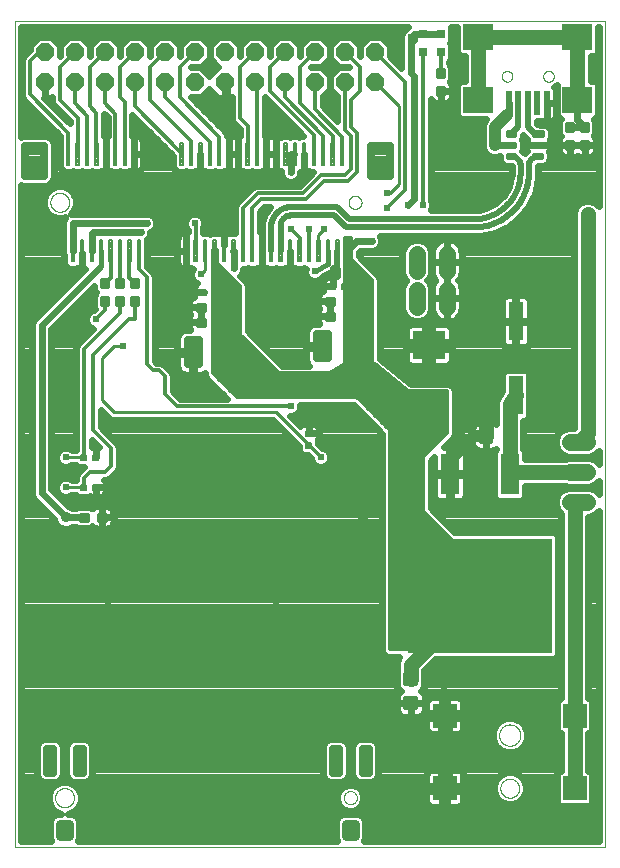
<source format=gbl>
G75*
%MOIN*%
%OFA0B0*%
%FSLAX25Y25*%
%IPPOS*%
%LPD*%
%AMOC8*
5,1,8,0,0,1.08239X$1,22.5*
%
%ADD10C,0.00000*%
%ADD11C,0.02717*%
%ADD12C,0.00787*%
%ADD13C,0.02362*%
%ADD14C,0.02953*%
%ADD15R,0.09843X0.08661*%
%ADD16R,0.01969X0.07874*%
%ADD17R,0.03150X0.03150*%
%ADD18C,0.05600*%
%ADD19C,0.00945*%
%ADD20C,0.01181*%
%ADD21R,0.48031X0.38386*%
%ADD22R,0.06299X0.13780*%
%ADD23C,0.01417*%
%ADD24R,0.07874X0.07874*%
%ADD25R,0.05118X0.12992*%
%ADD26R,0.11024X0.09449*%
%ADD27C,0.00709*%
%ADD28C,0.01890*%
%ADD29OC8,0.06000*%
%ADD30C,0.01200*%
%ADD31C,0.05000*%
%ADD32C,0.04000*%
%ADD33C,0.03600*%
%ADD34C,0.02381*%
%ADD35C,0.01969*%
%ADD36C,0.01600*%
%ADD37C,0.01000*%
D10*
X0002181Y0009243D02*
X0002181Y0284834D01*
X0199031Y0284834D01*
X0199031Y0009243D01*
X0002181Y0009243D01*
X0015613Y0025806D02*
X0015615Y0025918D01*
X0015621Y0026029D01*
X0015631Y0026141D01*
X0015645Y0026252D01*
X0015662Y0026362D01*
X0015684Y0026472D01*
X0015710Y0026581D01*
X0015739Y0026689D01*
X0015772Y0026795D01*
X0015809Y0026901D01*
X0015850Y0027005D01*
X0015895Y0027108D01*
X0015943Y0027209D01*
X0015994Y0027308D01*
X0016049Y0027405D01*
X0016108Y0027500D01*
X0016169Y0027594D01*
X0016234Y0027685D01*
X0016303Y0027773D01*
X0016374Y0027859D01*
X0016448Y0027943D01*
X0016526Y0028023D01*
X0016606Y0028101D01*
X0016689Y0028177D01*
X0016774Y0028249D01*
X0016862Y0028318D01*
X0016952Y0028384D01*
X0017045Y0028446D01*
X0017140Y0028506D01*
X0017237Y0028562D01*
X0017335Y0028614D01*
X0017436Y0028663D01*
X0017538Y0028708D01*
X0017642Y0028750D01*
X0017747Y0028788D01*
X0017854Y0028822D01*
X0017961Y0028852D01*
X0018070Y0028879D01*
X0018179Y0028901D01*
X0018290Y0028920D01*
X0018400Y0028935D01*
X0018512Y0028946D01*
X0018623Y0028953D01*
X0018735Y0028956D01*
X0018847Y0028955D01*
X0018959Y0028950D01*
X0019070Y0028941D01*
X0019181Y0028928D01*
X0019292Y0028911D01*
X0019402Y0028891D01*
X0019511Y0028866D01*
X0019619Y0028838D01*
X0019726Y0028805D01*
X0019832Y0028769D01*
X0019936Y0028729D01*
X0020039Y0028686D01*
X0020141Y0028639D01*
X0020240Y0028588D01*
X0020338Y0028534D01*
X0020434Y0028476D01*
X0020528Y0028415D01*
X0020619Y0028351D01*
X0020708Y0028284D01*
X0020795Y0028213D01*
X0020879Y0028139D01*
X0020961Y0028063D01*
X0021039Y0027983D01*
X0021115Y0027901D01*
X0021188Y0027816D01*
X0021258Y0027729D01*
X0021324Y0027639D01*
X0021388Y0027547D01*
X0021448Y0027453D01*
X0021505Y0027357D01*
X0021558Y0027258D01*
X0021608Y0027158D01*
X0021654Y0027057D01*
X0021697Y0026953D01*
X0021736Y0026848D01*
X0021771Y0026742D01*
X0021802Y0026635D01*
X0021830Y0026526D01*
X0021853Y0026417D01*
X0021873Y0026307D01*
X0021889Y0026196D01*
X0021901Y0026085D01*
X0021909Y0025974D01*
X0021913Y0025862D01*
X0021913Y0025750D01*
X0021909Y0025638D01*
X0021901Y0025527D01*
X0021889Y0025416D01*
X0021873Y0025305D01*
X0021853Y0025195D01*
X0021830Y0025086D01*
X0021802Y0024977D01*
X0021771Y0024870D01*
X0021736Y0024764D01*
X0021697Y0024659D01*
X0021654Y0024555D01*
X0021608Y0024454D01*
X0021558Y0024354D01*
X0021505Y0024255D01*
X0021448Y0024159D01*
X0021388Y0024065D01*
X0021324Y0023973D01*
X0021258Y0023883D01*
X0021188Y0023796D01*
X0021115Y0023711D01*
X0021039Y0023629D01*
X0020961Y0023549D01*
X0020879Y0023473D01*
X0020795Y0023399D01*
X0020708Y0023328D01*
X0020619Y0023261D01*
X0020528Y0023197D01*
X0020434Y0023136D01*
X0020338Y0023078D01*
X0020240Y0023024D01*
X0020141Y0022973D01*
X0020039Y0022926D01*
X0019936Y0022883D01*
X0019832Y0022843D01*
X0019726Y0022807D01*
X0019619Y0022774D01*
X0019511Y0022746D01*
X0019402Y0022721D01*
X0019292Y0022701D01*
X0019181Y0022684D01*
X0019070Y0022671D01*
X0018959Y0022662D01*
X0018847Y0022657D01*
X0018735Y0022656D01*
X0018623Y0022659D01*
X0018512Y0022666D01*
X0018400Y0022677D01*
X0018290Y0022692D01*
X0018179Y0022711D01*
X0018070Y0022733D01*
X0017961Y0022760D01*
X0017854Y0022790D01*
X0017747Y0022824D01*
X0017642Y0022862D01*
X0017538Y0022904D01*
X0017436Y0022949D01*
X0017335Y0022998D01*
X0017237Y0023050D01*
X0017140Y0023106D01*
X0017045Y0023166D01*
X0016952Y0023228D01*
X0016862Y0023294D01*
X0016774Y0023363D01*
X0016689Y0023435D01*
X0016606Y0023511D01*
X0016526Y0023589D01*
X0016448Y0023669D01*
X0016374Y0023753D01*
X0016303Y0023839D01*
X0016234Y0023927D01*
X0016169Y0024018D01*
X0016108Y0024112D01*
X0016049Y0024207D01*
X0015994Y0024304D01*
X0015943Y0024403D01*
X0015895Y0024504D01*
X0015850Y0024607D01*
X0015809Y0024711D01*
X0015772Y0024817D01*
X0015739Y0024923D01*
X0015710Y0025031D01*
X0015684Y0025140D01*
X0015662Y0025250D01*
X0015645Y0025360D01*
X0015631Y0025471D01*
X0015621Y0025583D01*
X0015615Y0025694D01*
X0015613Y0025806D01*
X0111874Y0025806D02*
X0111876Y0025899D01*
X0111882Y0025991D01*
X0111892Y0026083D01*
X0111906Y0026174D01*
X0111923Y0026265D01*
X0111945Y0026355D01*
X0111970Y0026444D01*
X0111999Y0026532D01*
X0112032Y0026618D01*
X0112069Y0026703D01*
X0112109Y0026787D01*
X0112153Y0026868D01*
X0112200Y0026948D01*
X0112250Y0027026D01*
X0112304Y0027101D01*
X0112361Y0027174D01*
X0112421Y0027244D01*
X0112484Y0027312D01*
X0112550Y0027377D01*
X0112618Y0027439D01*
X0112689Y0027499D01*
X0112763Y0027555D01*
X0112839Y0027608D01*
X0112917Y0027657D01*
X0112997Y0027704D01*
X0113079Y0027746D01*
X0113163Y0027786D01*
X0113248Y0027821D01*
X0113335Y0027853D01*
X0113423Y0027882D01*
X0113512Y0027906D01*
X0113602Y0027927D01*
X0113693Y0027943D01*
X0113785Y0027956D01*
X0113877Y0027965D01*
X0113970Y0027970D01*
X0114062Y0027971D01*
X0114155Y0027968D01*
X0114247Y0027961D01*
X0114339Y0027950D01*
X0114430Y0027935D01*
X0114521Y0027917D01*
X0114611Y0027894D01*
X0114699Y0027868D01*
X0114787Y0027838D01*
X0114873Y0027804D01*
X0114957Y0027767D01*
X0115040Y0027725D01*
X0115121Y0027681D01*
X0115201Y0027633D01*
X0115278Y0027582D01*
X0115352Y0027527D01*
X0115425Y0027469D01*
X0115495Y0027409D01*
X0115562Y0027345D01*
X0115626Y0027279D01*
X0115688Y0027209D01*
X0115746Y0027138D01*
X0115801Y0027064D01*
X0115853Y0026987D01*
X0115902Y0026908D01*
X0115948Y0026828D01*
X0115990Y0026745D01*
X0116028Y0026661D01*
X0116063Y0026575D01*
X0116094Y0026488D01*
X0116121Y0026400D01*
X0116144Y0026310D01*
X0116164Y0026220D01*
X0116180Y0026129D01*
X0116192Y0026037D01*
X0116200Y0025945D01*
X0116204Y0025852D01*
X0116204Y0025760D01*
X0116200Y0025667D01*
X0116192Y0025575D01*
X0116180Y0025483D01*
X0116164Y0025392D01*
X0116144Y0025302D01*
X0116121Y0025212D01*
X0116094Y0025124D01*
X0116063Y0025037D01*
X0116028Y0024951D01*
X0115990Y0024867D01*
X0115948Y0024784D01*
X0115902Y0024704D01*
X0115853Y0024625D01*
X0115801Y0024548D01*
X0115746Y0024474D01*
X0115688Y0024403D01*
X0115626Y0024333D01*
X0115562Y0024267D01*
X0115495Y0024203D01*
X0115425Y0024143D01*
X0115352Y0024085D01*
X0115278Y0024030D01*
X0115201Y0023979D01*
X0115122Y0023931D01*
X0115040Y0023887D01*
X0114957Y0023845D01*
X0114873Y0023808D01*
X0114787Y0023774D01*
X0114699Y0023744D01*
X0114611Y0023718D01*
X0114521Y0023695D01*
X0114430Y0023677D01*
X0114339Y0023662D01*
X0114247Y0023651D01*
X0114155Y0023644D01*
X0114062Y0023641D01*
X0113970Y0023642D01*
X0113877Y0023647D01*
X0113785Y0023656D01*
X0113693Y0023669D01*
X0113602Y0023685D01*
X0113512Y0023706D01*
X0113423Y0023730D01*
X0113335Y0023759D01*
X0113248Y0023791D01*
X0113163Y0023826D01*
X0113079Y0023866D01*
X0112997Y0023908D01*
X0112917Y0023955D01*
X0112839Y0024004D01*
X0112763Y0024057D01*
X0112689Y0024113D01*
X0112618Y0024173D01*
X0112550Y0024235D01*
X0112484Y0024300D01*
X0112421Y0024368D01*
X0112361Y0024438D01*
X0112304Y0024511D01*
X0112250Y0024586D01*
X0112200Y0024664D01*
X0112153Y0024744D01*
X0112109Y0024825D01*
X0112069Y0024909D01*
X0112032Y0024994D01*
X0111999Y0025080D01*
X0111970Y0025168D01*
X0111945Y0025257D01*
X0111923Y0025347D01*
X0111906Y0025438D01*
X0111892Y0025529D01*
X0111882Y0025621D01*
X0111876Y0025713D01*
X0111874Y0025806D01*
X0164031Y0028928D02*
X0164033Y0029040D01*
X0164039Y0029151D01*
X0164049Y0029263D01*
X0164063Y0029374D01*
X0164080Y0029484D01*
X0164102Y0029594D01*
X0164128Y0029703D01*
X0164157Y0029811D01*
X0164190Y0029917D01*
X0164227Y0030023D01*
X0164268Y0030127D01*
X0164313Y0030230D01*
X0164361Y0030331D01*
X0164412Y0030430D01*
X0164467Y0030527D01*
X0164526Y0030622D01*
X0164587Y0030716D01*
X0164652Y0030807D01*
X0164721Y0030895D01*
X0164792Y0030981D01*
X0164866Y0031065D01*
X0164944Y0031145D01*
X0165024Y0031223D01*
X0165107Y0031299D01*
X0165192Y0031371D01*
X0165280Y0031440D01*
X0165370Y0031506D01*
X0165463Y0031568D01*
X0165558Y0031628D01*
X0165655Y0031684D01*
X0165753Y0031736D01*
X0165854Y0031785D01*
X0165956Y0031830D01*
X0166060Y0031872D01*
X0166165Y0031910D01*
X0166272Y0031944D01*
X0166379Y0031974D01*
X0166488Y0032001D01*
X0166597Y0032023D01*
X0166708Y0032042D01*
X0166818Y0032057D01*
X0166930Y0032068D01*
X0167041Y0032075D01*
X0167153Y0032078D01*
X0167265Y0032077D01*
X0167377Y0032072D01*
X0167488Y0032063D01*
X0167599Y0032050D01*
X0167710Y0032033D01*
X0167820Y0032013D01*
X0167929Y0031988D01*
X0168037Y0031960D01*
X0168144Y0031927D01*
X0168250Y0031891D01*
X0168354Y0031851D01*
X0168457Y0031808D01*
X0168559Y0031761D01*
X0168658Y0031710D01*
X0168756Y0031656D01*
X0168852Y0031598D01*
X0168946Y0031537D01*
X0169037Y0031473D01*
X0169126Y0031406D01*
X0169213Y0031335D01*
X0169297Y0031261D01*
X0169379Y0031185D01*
X0169457Y0031105D01*
X0169533Y0031023D01*
X0169606Y0030938D01*
X0169676Y0030851D01*
X0169742Y0030761D01*
X0169806Y0030669D01*
X0169866Y0030575D01*
X0169923Y0030479D01*
X0169976Y0030380D01*
X0170026Y0030280D01*
X0170072Y0030179D01*
X0170115Y0030075D01*
X0170154Y0029970D01*
X0170189Y0029864D01*
X0170220Y0029757D01*
X0170248Y0029648D01*
X0170271Y0029539D01*
X0170291Y0029429D01*
X0170307Y0029318D01*
X0170319Y0029207D01*
X0170327Y0029096D01*
X0170331Y0028984D01*
X0170331Y0028872D01*
X0170327Y0028760D01*
X0170319Y0028649D01*
X0170307Y0028538D01*
X0170291Y0028427D01*
X0170271Y0028317D01*
X0170248Y0028208D01*
X0170220Y0028099D01*
X0170189Y0027992D01*
X0170154Y0027886D01*
X0170115Y0027781D01*
X0170072Y0027677D01*
X0170026Y0027576D01*
X0169976Y0027476D01*
X0169923Y0027377D01*
X0169866Y0027281D01*
X0169806Y0027187D01*
X0169742Y0027095D01*
X0169676Y0027005D01*
X0169606Y0026918D01*
X0169533Y0026833D01*
X0169457Y0026751D01*
X0169379Y0026671D01*
X0169297Y0026595D01*
X0169213Y0026521D01*
X0169126Y0026450D01*
X0169037Y0026383D01*
X0168946Y0026319D01*
X0168852Y0026258D01*
X0168756Y0026200D01*
X0168658Y0026146D01*
X0168559Y0026095D01*
X0168457Y0026048D01*
X0168354Y0026005D01*
X0168250Y0025965D01*
X0168144Y0025929D01*
X0168037Y0025896D01*
X0167929Y0025868D01*
X0167820Y0025843D01*
X0167710Y0025823D01*
X0167599Y0025806D01*
X0167488Y0025793D01*
X0167377Y0025784D01*
X0167265Y0025779D01*
X0167153Y0025778D01*
X0167041Y0025781D01*
X0166930Y0025788D01*
X0166818Y0025799D01*
X0166708Y0025814D01*
X0166597Y0025833D01*
X0166488Y0025855D01*
X0166379Y0025882D01*
X0166272Y0025912D01*
X0166165Y0025946D01*
X0166060Y0025984D01*
X0165956Y0026026D01*
X0165854Y0026071D01*
X0165753Y0026120D01*
X0165655Y0026172D01*
X0165558Y0026228D01*
X0165463Y0026288D01*
X0165370Y0026350D01*
X0165280Y0026416D01*
X0165192Y0026485D01*
X0165107Y0026557D01*
X0165024Y0026633D01*
X0164944Y0026711D01*
X0164866Y0026791D01*
X0164792Y0026875D01*
X0164721Y0026961D01*
X0164652Y0027049D01*
X0164587Y0027140D01*
X0164526Y0027234D01*
X0164467Y0027329D01*
X0164412Y0027426D01*
X0164361Y0027525D01*
X0164313Y0027626D01*
X0164268Y0027729D01*
X0164227Y0027833D01*
X0164190Y0027939D01*
X0164157Y0028045D01*
X0164128Y0028153D01*
X0164102Y0028262D01*
X0164080Y0028372D01*
X0164063Y0028482D01*
X0164049Y0028593D01*
X0164039Y0028705D01*
X0164033Y0028816D01*
X0164031Y0028928D01*
X0163638Y0046645D02*
X0163640Y0046763D01*
X0163646Y0046882D01*
X0163656Y0047000D01*
X0163670Y0047117D01*
X0163687Y0047234D01*
X0163709Y0047351D01*
X0163735Y0047466D01*
X0163764Y0047581D01*
X0163797Y0047695D01*
X0163834Y0047807D01*
X0163875Y0047918D01*
X0163919Y0048028D01*
X0163967Y0048136D01*
X0164019Y0048243D01*
X0164074Y0048348D01*
X0164133Y0048451D01*
X0164195Y0048551D01*
X0164260Y0048650D01*
X0164329Y0048747D01*
X0164400Y0048841D01*
X0164475Y0048932D01*
X0164553Y0049022D01*
X0164634Y0049108D01*
X0164718Y0049192D01*
X0164804Y0049273D01*
X0164894Y0049351D01*
X0164985Y0049426D01*
X0165079Y0049497D01*
X0165176Y0049566D01*
X0165275Y0049631D01*
X0165375Y0049693D01*
X0165478Y0049752D01*
X0165583Y0049807D01*
X0165690Y0049859D01*
X0165798Y0049907D01*
X0165908Y0049951D01*
X0166019Y0049992D01*
X0166131Y0050029D01*
X0166245Y0050062D01*
X0166360Y0050091D01*
X0166475Y0050117D01*
X0166592Y0050139D01*
X0166709Y0050156D01*
X0166826Y0050170D01*
X0166944Y0050180D01*
X0167063Y0050186D01*
X0167181Y0050188D01*
X0167299Y0050186D01*
X0167418Y0050180D01*
X0167536Y0050170D01*
X0167653Y0050156D01*
X0167770Y0050139D01*
X0167887Y0050117D01*
X0168002Y0050091D01*
X0168117Y0050062D01*
X0168231Y0050029D01*
X0168343Y0049992D01*
X0168454Y0049951D01*
X0168564Y0049907D01*
X0168672Y0049859D01*
X0168779Y0049807D01*
X0168884Y0049752D01*
X0168987Y0049693D01*
X0169087Y0049631D01*
X0169186Y0049566D01*
X0169283Y0049497D01*
X0169377Y0049426D01*
X0169468Y0049351D01*
X0169558Y0049273D01*
X0169644Y0049192D01*
X0169728Y0049108D01*
X0169809Y0049022D01*
X0169887Y0048932D01*
X0169962Y0048841D01*
X0170033Y0048747D01*
X0170102Y0048650D01*
X0170167Y0048551D01*
X0170229Y0048451D01*
X0170288Y0048348D01*
X0170343Y0048243D01*
X0170395Y0048136D01*
X0170443Y0048028D01*
X0170487Y0047918D01*
X0170528Y0047807D01*
X0170565Y0047695D01*
X0170598Y0047581D01*
X0170627Y0047466D01*
X0170653Y0047351D01*
X0170675Y0047234D01*
X0170692Y0047117D01*
X0170706Y0047000D01*
X0170716Y0046882D01*
X0170722Y0046763D01*
X0170724Y0046645D01*
X0170722Y0046527D01*
X0170716Y0046408D01*
X0170706Y0046290D01*
X0170692Y0046173D01*
X0170675Y0046056D01*
X0170653Y0045939D01*
X0170627Y0045824D01*
X0170598Y0045709D01*
X0170565Y0045595D01*
X0170528Y0045483D01*
X0170487Y0045372D01*
X0170443Y0045262D01*
X0170395Y0045154D01*
X0170343Y0045047D01*
X0170288Y0044942D01*
X0170229Y0044839D01*
X0170167Y0044739D01*
X0170102Y0044640D01*
X0170033Y0044543D01*
X0169962Y0044449D01*
X0169887Y0044358D01*
X0169809Y0044268D01*
X0169728Y0044182D01*
X0169644Y0044098D01*
X0169558Y0044017D01*
X0169468Y0043939D01*
X0169377Y0043864D01*
X0169283Y0043793D01*
X0169186Y0043724D01*
X0169087Y0043659D01*
X0168987Y0043597D01*
X0168884Y0043538D01*
X0168779Y0043483D01*
X0168672Y0043431D01*
X0168564Y0043383D01*
X0168454Y0043339D01*
X0168343Y0043298D01*
X0168231Y0043261D01*
X0168117Y0043228D01*
X0168002Y0043199D01*
X0167887Y0043173D01*
X0167770Y0043151D01*
X0167653Y0043134D01*
X0167536Y0043120D01*
X0167418Y0043110D01*
X0167299Y0043104D01*
X0167181Y0043102D01*
X0167063Y0043104D01*
X0166944Y0043110D01*
X0166826Y0043120D01*
X0166709Y0043134D01*
X0166592Y0043151D01*
X0166475Y0043173D01*
X0166360Y0043199D01*
X0166245Y0043228D01*
X0166131Y0043261D01*
X0166019Y0043298D01*
X0165908Y0043339D01*
X0165798Y0043383D01*
X0165690Y0043431D01*
X0165583Y0043483D01*
X0165478Y0043538D01*
X0165375Y0043597D01*
X0165275Y0043659D01*
X0165176Y0043724D01*
X0165079Y0043793D01*
X0164985Y0043864D01*
X0164894Y0043939D01*
X0164804Y0044017D01*
X0164718Y0044098D01*
X0164634Y0044182D01*
X0164553Y0044268D01*
X0164475Y0044358D01*
X0164400Y0044449D01*
X0164329Y0044543D01*
X0164260Y0044640D01*
X0164195Y0044739D01*
X0164133Y0044839D01*
X0164074Y0044942D01*
X0164019Y0045047D01*
X0163967Y0045154D01*
X0163919Y0045262D01*
X0163875Y0045372D01*
X0163834Y0045483D01*
X0163797Y0045595D01*
X0163764Y0045709D01*
X0163735Y0045824D01*
X0163709Y0045939D01*
X0163687Y0046056D01*
X0163670Y0046173D01*
X0163656Y0046290D01*
X0163646Y0046408D01*
X0163640Y0046527D01*
X0163638Y0046645D01*
X0113449Y0224243D02*
X0113451Y0224336D01*
X0113457Y0224428D01*
X0113467Y0224520D01*
X0113481Y0224611D01*
X0113498Y0224702D01*
X0113520Y0224792D01*
X0113545Y0224881D01*
X0113574Y0224969D01*
X0113607Y0225055D01*
X0113644Y0225140D01*
X0113684Y0225224D01*
X0113728Y0225305D01*
X0113775Y0225385D01*
X0113825Y0225463D01*
X0113879Y0225538D01*
X0113936Y0225611D01*
X0113996Y0225681D01*
X0114059Y0225749D01*
X0114125Y0225814D01*
X0114193Y0225876D01*
X0114264Y0225936D01*
X0114338Y0225992D01*
X0114414Y0226045D01*
X0114492Y0226094D01*
X0114572Y0226141D01*
X0114654Y0226183D01*
X0114738Y0226223D01*
X0114823Y0226258D01*
X0114910Y0226290D01*
X0114998Y0226319D01*
X0115087Y0226343D01*
X0115177Y0226364D01*
X0115268Y0226380D01*
X0115360Y0226393D01*
X0115452Y0226402D01*
X0115545Y0226407D01*
X0115637Y0226408D01*
X0115730Y0226405D01*
X0115822Y0226398D01*
X0115914Y0226387D01*
X0116005Y0226372D01*
X0116096Y0226354D01*
X0116186Y0226331D01*
X0116274Y0226305D01*
X0116362Y0226275D01*
X0116448Y0226241D01*
X0116532Y0226204D01*
X0116615Y0226162D01*
X0116696Y0226118D01*
X0116776Y0226070D01*
X0116853Y0226019D01*
X0116927Y0225964D01*
X0117000Y0225906D01*
X0117070Y0225846D01*
X0117137Y0225782D01*
X0117201Y0225716D01*
X0117263Y0225646D01*
X0117321Y0225575D01*
X0117376Y0225501D01*
X0117428Y0225424D01*
X0117477Y0225345D01*
X0117523Y0225265D01*
X0117565Y0225182D01*
X0117603Y0225098D01*
X0117638Y0225012D01*
X0117669Y0224925D01*
X0117696Y0224837D01*
X0117719Y0224747D01*
X0117739Y0224657D01*
X0117755Y0224566D01*
X0117767Y0224474D01*
X0117775Y0224382D01*
X0117779Y0224289D01*
X0117779Y0224197D01*
X0117775Y0224104D01*
X0117767Y0224012D01*
X0117755Y0223920D01*
X0117739Y0223829D01*
X0117719Y0223739D01*
X0117696Y0223649D01*
X0117669Y0223561D01*
X0117638Y0223474D01*
X0117603Y0223388D01*
X0117565Y0223304D01*
X0117523Y0223221D01*
X0117477Y0223141D01*
X0117428Y0223062D01*
X0117376Y0222985D01*
X0117321Y0222911D01*
X0117263Y0222840D01*
X0117201Y0222770D01*
X0117137Y0222704D01*
X0117070Y0222640D01*
X0117000Y0222580D01*
X0116927Y0222522D01*
X0116853Y0222467D01*
X0116776Y0222416D01*
X0116697Y0222368D01*
X0116615Y0222324D01*
X0116532Y0222282D01*
X0116448Y0222245D01*
X0116362Y0222211D01*
X0116274Y0222181D01*
X0116186Y0222155D01*
X0116096Y0222132D01*
X0116005Y0222114D01*
X0115914Y0222099D01*
X0115822Y0222088D01*
X0115730Y0222081D01*
X0115637Y0222078D01*
X0115545Y0222079D01*
X0115452Y0222084D01*
X0115360Y0222093D01*
X0115268Y0222106D01*
X0115177Y0222122D01*
X0115087Y0222143D01*
X0114998Y0222167D01*
X0114910Y0222196D01*
X0114823Y0222228D01*
X0114738Y0222263D01*
X0114654Y0222303D01*
X0114572Y0222345D01*
X0114492Y0222392D01*
X0114414Y0222441D01*
X0114338Y0222494D01*
X0114264Y0222550D01*
X0114193Y0222610D01*
X0114125Y0222672D01*
X0114059Y0222737D01*
X0113996Y0222805D01*
X0113936Y0222875D01*
X0113879Y0222948D01*
X0113825Y0223023D01*
X0113775Y0223101D01*
X0113728Y0223181D01*
X0113684Y0223262D01*
X0113644Y0223346D01*
X0113607Y0223431D01*
X0113574Y0223517D01*
X0113545Y0223605D01*
X0113520Y0223694D01*
X0113498Y0223784D01*
X0113481Y0223875D01*
X0113467Y0223966D01*
X0113457Y0224058D01*
X0113451Y0224150D01*
X0113449Y0224243D01*
X0164519Y0266243D02*
X0164521Y0266327D01*
X0164527Y0266410D01*
X0164537Y0266493D01*
X0164551Y0266576D01*
X0164568Y0266658D01*
X0164590Y0266739D01*
X0164615Y0266818D01*
X0164644Y0266897D01*
X0164677Y0266974D01*
X0164713Y0267049D01*
X0164753Y0267123D01*
X0164796Y0267195D01*
X0164843Y0267264D01*
X0164893Y0267331D01*
X0164946Y0267396D01*
X0165002Y0267458D01*
X0165060Y0267518D01*
X0165122Y0267575D01*
X0165186Y0267628D01*
X0165253Y0267679D01*
X0165322Y0267726D01*
X0165393Y0267771D01*
X0165466Y0267811D01*
X0165541Y0267848D01*
X0165618Y0267882D01*
X0165696Y0267912D01*
X0165775Y0267938D01*
X0165856Y0267961D01*
X0165938Y0267979D01*
X0166020Y0267994D01*
X0166103Y0268005D01*
X0166186Y0268012D01*
X0166270Y0268015D01*
X0166354Y0268014D01*
X0166437Y0268009D01*
X0166521Y0268000D01*
X0166603Y0267987D01*
X0166685Y0267971D01*
X0166766Y0267950D01*
X0166847Y0267926D01*
X0166925Y0267898D01*
X0167003Y0267866D01*
X0167079Y0267830D01*
X0167153Y0267791D01*
X0167225Y0267749D01*
X0167295Y0267703D01*
X0167363Y0267654D01*
X0167428Y0267602D01*
X0167491Y0267547D01*
X0167551Y0267489D01*
X0167609Y0267428D01*
X0167663Y0267364D01*
X0167715Y0267298D01*
X0167763Y0267230D01*
X0167808Y0267159D01*
X0167849Y0267086D01*
X0167888Y0267012D01*
X0167922Y0266936D01*
X0167953Y0266858D01*
X0167980Y0266779D01*
X0168004Y0266698D01*
X0168023Y0266617D01*
X0168039Y0266535D01*
X0168051Y0266452D01*
X0168059Y0266368D01*
X0168063Y0266285D01*
X0168063Y0266201D01*
X0168059Y0266118D01*
X0168051Y0266034D01*
X0168039Y0265951D01*
X0168023Y0265869D01*
X0168004Y0265788D01*
X0167980Y0265707D01*
X0167953Y0265628D01*
X0167922Y0265550D01*
X0167888Y0265474D01*
X0167849Y0265400D01*
X0167808Y0265327D01*
X0167763Y0265256D01*
X0167715Y0265188D01*
X0167663Y0265122D01*
X0167609Y0265058D01*
X0167551Y0264997D01*
X0167491Y0264939D01*
X0167428Y0264884D01*
X0167363Y0264832D01*
X0167295Y0264783D01*
X0167225Y0264737D01*
X0167153Y0264695D01*
X0167079Y0264656D01*
X0167003Y0264620D01*
X0166925Y0264588D01*
X0166847Y0264560D01*
X0166766Y0264536D01*
X0166685Y0264515D01*
X0166603Y0264499D01*
X0166521Y0264486D01*
X0166437Y0264477D01*
X0166354Y0264472D01*
X0166270Y0264471D01*
X0166186Y0264474D01*
X0166103Y0264481D01*
X0166020Y0264492D01*
X0165938Y0264507D01*
X0165856Y0264525D01*
X0165775Y0264548D01*
X0165696Y0264574D01*
X0165618Y0264604D01*
X0165541Y0264638D01*
X0165466Y0264675D01*
X0165393Y0264715D01*
X0165322Y0264760D01*
X0165253Y0264807D01*
X0165186Y0264858D01*
X0165122Y0264911D01*
X0165060Y0264968D01*
X0165002Y0265028D01*
X0164946Y0265090D01*
X0164893Y0265155D01*
X0164843Y0265222D01*
X0164796Y0265291D01*
X0164753Y0265363D01*
X0164713Y0265437D01*
X0164677Y0265512D01*
X0164644Y0265589D01*
X0164615Y0265668D01*
X0164590Y0265747D01*
X0164568Y0265828D01*
X0164551Y0265910D01*
X0164537Y0265993D01*
X0164527Y0266076D01*
X0164521Y0266159D01*
X0164519Y0266243D01*
X0178299Y0266243D02*
X0178301Y0266327D01*
X0178307Y0266410D01*
X0178317Y0266493D01*
X0178331Y0266576D01*
X0178348Y0266658D01*
X0178370Y0266739D01*
X0178395Y0266818D01*
X0178424Y0266897D01*
X0178457Y0266974D01*
X0178493Y0267049D01*
X0178533Y0267123D01*
X0178576Y0267195D01*
X0178623Y0267264D01*
X0178673Y0267331D01*
X0178726Y0267396D01*
X0178782Y0267458D01*
X0178840Y0267518D01*
X0178902Y0267575D01*
X0178966Y0267628D01*
X0179033Y0267679D01*
X0179102Y0267726D01*
X0179173Y0267771D01*
X0179246Y0267811D01*
X0179321Y0267848D01*
X0179398Y0267882D01*
X0179476Y0267912D01*
X0179555Y0267938D01*
X0179636Y0267961D01*
X0179718Y0267979D01*
X0179800Y0267994D01*
X0179883Y0268005D01*
X0179966Y0268012D01*
X0180050Y0268015D01*
X0180134Y0268014D01*
X0180217Y0268009D01*
X0180301Y0268000D01*
X0180383Y0267987D01*
X0180465Y0267971D01*
X0180546Y0267950D01*
X0180627Y0267926D01*
X0180705Y0267898D01*
X0180783Y0267866D01*
X0180859Y0267830D01*
X0180933Y0267791D01*
X0181005Y0267749D01*
X0181075Y0267703D01*
X0181143Y0267654D01*
X0181208Y0267602D01*
X0181271Y0267547D01*
X0181331Y0267489D01*
X0181389Y0267428D01*
X0181443Y0267364D01*
X0181495Y0267298D01*
X0181543Y0267230D01*
X0181588Y0267159D01*
X0181629Y0267086D01*
X0181668Y0267012D01*
X0181702Y0266936D01*
X0181733Y0266858D01*
X0181760Y0266779D01*
X0181784Y0266698D01*
X0181803Y0266617D01*
X0181819Y0266535D01*
X0181831Y0266452D01*
X0181839Y0266368D01*
X0181843Y0266285D01*
X0181843Y0266201D01*
X0181839Y0266118D01*
X0181831Y0266034D01*
X0181819Y0265951D01*
X0181803Y0265869D01*
X0181784Y0265788D01*
X0181760Y0265707D01*
X0181733Y0265628D01*
X0181702Y0265550D01*
X0181668Y0265474D01*
X0181629Y0265400D01*
X0181588Y0265327D01*
X0181543Y0265256D01*
X0181495Y0265188D01*
X0181443Y0265122D01*
X0181389Y0265058D01*
X0181331Y0264997D01*
X0181271Y0264939D01*
X0181208Y0264884D01*
X0181143Y0264832D01*
X0181075Y0264783D01*
X0181005Y0264737D01*
X0180933Y0264695D01*
X0180859Y0264656D01*
X0180783Y0264620D01*
X0180705Y0264588D01*
X0180627Y0264560D01*
X0180546Y0264536D01*
X0180465Y0264515D01*
X0180383Y0264499D01*
X0180301Y0264486D01*
X0180217Y0264477D01*
X0180134Y0264472D01*
X0180050Y0264471D01*
X0179966Y0264474D01*
X0179883Y0264481D01*
X0179800Y0264492D01*
X0179718Y0264507D01*
X0179636Y0264525D01*
X0179555Y0264548D01*
X0179476Y0264574D01*
X0179398Y0264604D01*
X0179321Y0264638D01*
X0179246Y0264675D01*
X0179173Y0264715D01*
X0179102Y0264760D01*
X0179033Y0264807D01*
X0178966Y0264858D01*
X0178902Y0264911D01*
X0178840Y0264968D01*
X0178782Y0265028D01*
X0178726Y0265090D01*
X0178673Y0265155D01*
X0178623Y0265222D01*
X0178576Y0265291D01*
X0178533Y0265363D01*
X0178493Y0265437D01*
X0178457Y0265512D01*
X0178424Y0265589D01*
X0178395Y0265668D01*
X0178370Y0265747D01*
X0178348Y0265828D01*
X0178331Y0265910D01*
X0178317Y0265993D01*
X0178307Y0266076D01*
X0178301Y0266159D01*
X0178299Y0266243D01*
X0014038Y0224243D02*
X0014040Y0224355D01*
X0014046Y0224466D01*
X0014056Y0224578D01*
X0014070Y0224689D01*
X0014087Y0224799D01*
X0014109Y0224909D01*
X0014135Y0225018D01*
X0014164Y0225126D01*
X0014197Y0225232D01*
X0014234Y0225338D01*
X0014275Y0225442D01*
X0014320Y0225545D01*
X0014368Y0225646D01*
X0014419Y0225745D01*
X0014474Y0225842D01*
X0014533Y0225937D01*
X0014594Y0226031D01*
X0014659Y0226122D01*
X0014728Y0226210D01*
X0014799Y0226296D01*
X0014873Y0226380D01*
X0014951Y0226460D01*
X0015031Y0226538D01*
X0015114Y0226614D01*
X0015199Y0226686D01*
X0015287Y0226755D01*
X0015377Y0226821D01*
X0015470Y0226883D01*
X0015565Y0226943D01*
X0015662Y0226999D01*
X0015760Y0227051D01*
X0015861Y0227100D01*
X0015963Y0227145D01*
X0016067Y0227187D01*
X0016172Y0227225D01*
X0016279Y0227259D01*
X0016386Y0227289D01*
X0016495Y0227316D01*
X0016604Y0227338D01*
X0016715Y0227357D01*
X0016825Y0227372D01*
X0016937Y0227383D01*
X0017048Y0227390D01*
X0017160Y0227393D01*
X0017272Y0227392D01*
X0017384Y0227387D01*
X0017495Y0227378D01*
X0017606Y0227365D01*
X0017717Y0227348D01*
X0017827Y0227328D01*
X0017936Y0227303D01*
X0018044Y0227275D01*
X0018151Y0227242D01*
X0018257Y0227206D01*
X0018361Y0227166D01*
X0018464Y0227123D01*
X0018566Y0227076D01*
X0018665Y0227025D01*
X0018763Y0226971D01*
X0018859Y0226913D01*
X0018953Y0226852D01*
X0019044Y0226788D01*
X0019133Y0226721D01*
X0019220Y0226650D01*
X0019304Y0226576D01*
X0019386Y0226500D01*
X0019464Y0226420D01*
X0019540Y0226338D01*
X0019613Y0226253D01*
X0019683Y0226166D01*
X0019749Y0226076D01*
X0019813Y0225984D01*
X0019873Y0225890D01*
X0019930Y0225794D01*
X0019983Y0225695D01*
X0020033Y0225595D01*
X0020079Y0225494D01*
X0020122Y0225390D01*
X0020161Y0225285D01*
X0020196Y0225179D01*
X0020227Y0225072D01*
X0020255Y0224963D01*
X0020278Y0224854D01*
X0020298Y0224744D01*
X0020314Y0224633D01*
X0020326Y0224522D01*
X0020334Y0224411D01*
X0020338Y0224299D01*
X0020338Y0224187D01*
X0020334Y0224075D01*
X0020326Y0223964D01*
X0020314Y0223853D01*
X0020298Y0223742D01*
X0020278Y0223632D01*
X0020255Y0223523D01*
X0020227Y0223414D01*
X0020196Y0223307D01*
X0020161Y0223201D01*
X0020122Y0223096D01*
X0020079Y0222992D01*
X0020033Y0222891D01*
X0019983Y0222791D01*
X0019930Y0222692D01*
X0019873Y0222596D01*
X0019813Y0222502D01*
X0019749Y0222410D01*
X0019683Y0222320D01*
X0019613Y0222233D01*
X0019540Y0222148D01*
X0019464Y0222066D01*
X0019386Y0221986D01*
X0019304Y0221910D01*
X0019220Y0221836D01*
X0019133Y0221765D01*
X0019044Y0221698D01*
X0018953Y0221634D01*
X0018859Y0221573D01*
X0018763Y0221515D01*
X0018665Y0221461D01*
X0018566Y0221410D01*
X0018464Y0221363D01*
X0018361Y0221320D01*
X0018257Y0221280D01*
X0018151Y0221244D01*
X0018044Y0221211D01*
X0017936Y0221183D01*
X0017827Y0221158D01*
X0017717Y0221138D01*
X0017606Y0221121D01*
X0017495Y0221108D01*
X0017384Y0221099D01*
X0017272Y0221094D01*
X0017160Y0221093D01*
X0017048Y0221096D01*
X0016937Y0221103D01*
X0016825Y0221114D01*
X0016715Y0221129D01*
X0016604Y0221148D01*
X0016495Y0221170D01*
X0016386Y0221197D01*
X0016279Y0221227D01*
X0016172Y0221261D01*
X0016067Y0221299D01*
X0015963Y0221341D01*
X0015861Y0221386D01*
X0015760Y0221435D01*
X0015662Y0221487D01*
X0015565Y0221543D01*
X0015470Y0221603D01*
X0015377Y0221665D01*
X0015287Y0221731D01*
X0015199Y0221800D01*
X0015114Y0221872D01*
X0015031Y0221948D01*
X0014951Y0222026D01*
X0014873Y0222106D01*
X0014799Y0222190D01*
X0014728Y0222276D01*
X0014659Y0222364D01*
X0014594Y0222455D01*
X0014533Y0222549D01*
X0014474Y0222644D01*
X0014419Y0222741D01*
X0014368Y0222840D01*
X0014320Y0222941D01*
X0014275Y0223044D01*
X0014234Y0223148D01*
X0014197Y0223254D01*
X0014164Y0223360D01*
X0014135Y0223468D01*
X0014109Y0223577D01*
X0014087Y0223687D01*
X0014070Y0223797D01*
X0014056Y0223908D01*
X0014046Y0224020D01*
X0014040Y0224131D01*
X0014038Y0224243D01*
D11*
X0011893Y0233082D02*
X0005555Y0233082D01*
X0005555Y0242964D01*
X0011893Y0242964D01*
X0011893Y0233082D01*
X0011893Y0235798D02*
X0005555Y0235798D01*
X0005555Y0238514D02*
X0011893Y0238514D01*
X0011893Y0241230D02*
X0005555Y0241230D01*
X0120909Y0233082D02*
X0127247Y0233082D01*
X0120909Y0233082D02*
X0120909Y0242964D01*
X0127247Y0242964D01*
X0127247Y0233082D01*
X0127247Y0235798D02*
X0120909Y0235798D01*
X0120909Y0238514D02*
X0127247Y0238514D01*
X0127247Y0241230D02*
X0120909Y0241230D01*
D12*
X0111677Y0236841D02*
X0110889Y0236841D01*
X0110889Y0243929D01*
X0111677Y0243929D01*
X0111677Y0236841D01*
X0111677Y0237627D02*
X0110889Y0237627D01*
X0110889Y0238413D02*
X0111677Y0238413D01*
X0111677Y0239199D02*
X0110889Y0239199D01*
X0110889Y0239985D02*
X0111677Y0239985D01*
X0111677Y0240771D02*
X0110889Y0240771D01*
X0110889Y0241557D02*
X0111677Y0241557D01*
X0111677Y0242343D02*
X0110889Y0242343D01*
X0110889Y0243129D02*
X0111677Y0243129D01*
X0111677Y0243915D02*
X0110889Y0243915D01*
X0108527Y0236841D02*
X0107739Y0236841D01*
X0107739Y0243929D01*
X0108527Y0243929D01*
X0108527Y0236841D01*
X0108527Y0237627D02*
X0107739Y0237627D01*
X0107739Y0238413D02*
X0108527Y0238413D01*
X0108527Y0239199D02*
X0107739Y0239199D01*
X0107739Y0239985D02*
X0108527Y0239985D01*
X0108527Y0240771D02*
X0107739Y0240771D01*
X0107739Y0241557D02*
X0108527Y0241557D01*
X0108527Y0242343D02*
X0107739Y0242343D01*
X0107739Y0243129D02*
X0108527Y0243129D01*
X0108527Y0243915D02*
X0107739Y0243915D01*
X0105378Y0236841D02*
X0104590Y0236841D01*
X0104590Y0243929D01*
X0105378Y0243929D01*
X0105378Y0236841D01*
X0105378Y0237627D02*
X0104590Y0237627D01*
X0104590Y0238413D02*
X0105378Y0238413D01*
X0105378Y0239199D02*
X0104590Y0239199D01*
X0104590Y0239985D02*
X0105378Y0239985D01*
X0105378Y0240771D02*
X0104590Y0240771D01*
X0104590Y0241557D02*
X0105378Y0241557D01*
X0105378Y0242343D02*
X0104590Y0242343D01*
X0104590Y0243129D02*
X0105378Y0243129D01*
X0105378Y0243915D02*
X0104590Y0243915D01*
X0102228Y0236841D02*
X0101440Y0236841D01*
X0101440Y0243929D01*
X0102228Y0243929D01*
X0102228Y0236841D01*
X0102228Y0237627D02*
X0101440Y0237627D01*
X0101440Y0238413D02*
X0102228Y0238413D01*
X0102228Y0239199D02*
X0101440Y0239199D01*
X0101440Y0239985D02*
X0102228Y0239985D01*
X0102228Y0240771D02*
X0101440Y0240771D01*
X0101440Y0241557D02*
X0102228Y0241557D01*
X0102228Y0242343D02*
X0101440Y0242343D01*
X0101440Y0243129D02*
X0102228Y0243129D01*
X0102228Y0243915D02*
X0101440Y0243915D01*
X0099079Y0236841D02*
X0098291Y0236841D01*
X0098291Y0243929D01*
X0099079Y0243929D01*
X0099079Y0236841D01*
X0099079Y0237627D02*
X0098291Y0237627D01*
X0098291Y0238413D02*
X0099079Y0238413D01*
X0099079Y0239199D02*
X0098291Y0239199D01*
X0098291Y0239985D02*
X0099079Y0239985D01*
X0099079Y0240771D02*
X0098291Y0240771D01*
X0098291Y0241557D02*
X0099079Y0241557D01*
X0099079Y0242343D02*
X0098291Y0242343D01*
X0098291Y0243129D02*
X0099079Y0243129D01*
X0099079Y0243915D02*
X0098291Y0243915D01*
X0095929Y0236841D02*
X0095141Y0236841D01*
X0095141Y0243929D01*
X0095929Y0243929D01*
X0095929Y0236841D01*
X0095929Y0237627D02*
X0095141Y0237627D01*
X0095141Y0238413D02*
X0095929Y0238413D01*
X0095929Y0239199D02*
X0095141Y0239199D01*
X0095141Y0239985D02*
X0095929Y0239985D01*
X0095929Y0240771D02*
X0095141Y0240771D01*
X0095141Y0241557D02*
X0095929Y0241557D01*
X0095929Y0242343D02*
X0095141Y0242343D01*
X0095141Y0243129D02*
X0095929Y0243129D01*
X0095929Y0243915D02*
X0095141Y0243915D01*
X0092779Y0236841D02*
X0091991Y0236841D01*
X0091991Y0243929D01*
X0092779Y0243929D01*
X0092779Y0236841D01*
X0092779Y0237627D02*
X0091991Y0237627D01*
X0091991Y0238413D02*
X0092779Y0238413D01*
X0092779Y0239199D02*
X0091991Y0239199D01*
X0091991Y0239985D02*
X0092779Y0239985D01*
X0092779Y0240771D02*
X0091991Y0240771D01*
X0091991Y0241557D02*
X0092779Y0241557D01*
X0092779Y0242343D02*
X0091991Y0242343D01*
X0091991Y0243129D02*
X0092779Y0243129D01*
X0092779Y0243915D02*
X0091991Y0243915D01*
X0089630Y0236841D02*
X0088842Y0236841D01*
X0088842Y0243929D01*
X0089630Y0243929D01*
X0089630Y0236841D01*
X0089630Y0237627D02*
X0088842Y0237627D01*
X0088842Y0238413D02*
X0089630Y0238413D01*
X0089630Y0239199D02*
X0088842Y0239199D01*
X0088842Y0239985D02*
X0089630Y0239985D01*
X0089630Y0240771D02*
X0088842Y0240771D01*
X0088842Y0241557D02*
X0089630Y0241557D01*
X0089630Y0242343D02*
X0088842Y0242343D01*
X0088842Y0243129D02*
X0089630Y0243129D01*
X0089630Y0243915D02*
X0088842Y0243915D01*
X0086480Y0236841D02*
X0085692Y0236841D01*
X0085692Y0243929D01*
X0086480Y0243929D01*
X0086480Y0236841D01*
X0086480Y0237627D02*
X0085692Y0237627D01*
X0085692Y0238413D02*
X0086480Y0238413D01*
X0086480Y0239199D02*
X0085692Y0239199D01*
X0085692Y0239985D02*
X0086480Y0239985D01*
X0086480Y0240771D02*
X0085692Y0240771D01*
X0085692Y0241557D02*
X0086480Y0241557D01*
X0086480Y0242343D02*
X0085692Y0242343D01*
X0085692Y0243129D02*
X0086480Y0243129D01*
X0086480Y0243915D02*
X0085692Y0243915D01*
X0083331Y0236841D02*
X0082543Y0236841D01*
X0082543Y0243929D01*
X0083331Y0243929D01*
X0083331Y0236841D01*
X0083331Y0237627D02*
X0082543Y0237627D01*
X0082543Y0238413D02*
X0083331Y0238413D01*
X0083331Y0239199D02*
X0082543Y0239199D01*
X0082543Y0239985D02*
X0083331Y0239985D01*
X0083331Y0240771D02*
X0082543Y0240771D01*
X0082543Y0241557D02*
X0083331Y0241557D01*
X0083331Y0242343D02*
X0082543Y0242343D01*
X0082543Y0243129D02*
X0083331Y0243129D01*
X0083331Y0243915D02*
X0082543Y0243915D01*
X0080181Y0236841D02*
X0079393Y0236841D01*
X0079393Y0243929D01*
X0080181Y0243929D01*
X0080181Y0236841D01*
X0080181Y0237627D02*
X0079393Y0237627D01*
X0079393Y0238413D02*
X0080181Y0238413D01*
X0080181Y0239199D02*
X0079393Y0239199D01*
X0079393Y0239985D02*
X0080181Y0239985D01*
X0080181Y0240771D02*
X0079393Y0240771D01*
X0079393Y0241557D02*
X0080181Y0241557D01*
X0080181Y0242343D02*
X0079393Y0242343D01*
X0079393Y0243129D02*
X0080181Y0243129D01*
X0080181Y0243915D02*
X0079393Y0243915D01*
X0077031Y0236841D02*
X0076243Y0236841D01*
X0076243Y0243929D01*
X0077031Y0243929D01*
X0077031Y0236841D01*
X0077031Y0237627D02*
X0076243Y0237627D01*
X0076243Y0238413D02*
X0077031Y0238413D01*
X0077031Y0239199D02*
X0076243Y0239199D01*
X0076243Y0239985D02*
X0077031Y0239985D01*
X0077031Y0240771D02*
X0076243Y0240771D01*
X0076243Y0241557D02*
X0077031Y0241557D01*
X0077031Y0242343D02*
X0076243Y0242343D01*
X0076243Y0243129D02*
X0077031Y0243129D01*
X0077031Y0243915D02*
X0076243Y0243915D01*
X0073882Y0236841D02*
X0073094Y0236841D01*
X0073094Y0243929D01*
X0073882Y0243929D01*
X0073882Y0236841D01*
X0073882Y0237627D02*
X0073094Y0237627D01*
X0073094Y0238413D02*
X0073882Y0238413D01*
X0073882Y0239199D02*
X0073094Y0239199D01*
X0073094Y0239985D02*
X0073882Y0239985D01*
X0073882Y0240771D02*
X0073094Y0240771D01*
X0073094Y0241557D02*
X0073882Y0241557D01*
X0073882Y0242343D02*
X0073094Y0242343D01*
X0073094Y0243129D02*
X0073882Y0243129D01*
X0073882Y0243915D02*
X0073094Y0243915D01*
X0070732Y0236841D02*
X0069944Y0236841D01*
X0069944Y0243929D01*
X0070732Y0243929D01*
X0070732Y0236841D01*
X0070732Y0237627D02*
X0069944Y0237627D01*
X0069944Y0238413D02*
X0070732Y0238413D01*
X0070732Y0239199D02*
X0069944Y0239199D01*
X0069944Y0239985D02*
X0070732Y0239985D01*
X0070732Y0240771D02*
X0069944Y0240771D01*
X0069944Y0241557D02*
X0070732Y0241557D01*
X0070732Y0242343D02*
X0069944Y0242343D01*
X0069944Y0243129D02*
X0070732Y0243129D01*
X0070732Y0243915D02*
X0069944Y0243915D01*
X0067582Y0236841D02*
X0066794Y0236841D01*
X0066794Y0243929D01*
X0067582Y0243929D01*
X0067582Y0236841D01*
X0067582Y0237627D02*
X0066794Y0237627D01*
X0066794Y0238413D02*
X0067582Y0238413D01*
X0067582Y0239199D02*
X0066794Y0239199D01*
X0066794Y0239985D02*
X0067582Y0239985D01*
X0067582Y0240771D02*
X0066794Y0240771D01*
X0066794Y0241557D02*
X0067582Y0241557D01*
X0067582Y0242343D02*
X0066794Y0242343D01*
X0066794Y0243129D02*
X0067582Y0243129D01*
X0067582Y0243915D02*
X0066794Y0243915D01*
X0064433Y0236841D02*
X0063645Y0236841D01*
X0063645Y0243929D01*
X0064433Y0243929D01*
X0064433Y0236841D01*
X0064433Y0237627D02*
X0063645Y0237627D01*
X0063645Y0238413D02*
X0064433Y0238413D01*
X0064433Y0239199D02*
X0063645Y0239199D01*
X0063645Y0239985D02*
X0064433Y0239985D01*
X0064433Y0240771D02*
X0063645Y0240771D01*
X0063645Y0241557D02*
X0064433Y0241557D01*
X0064433Y0242343D02*
X0063645Y0242343D01*
X0063645Y0243129D02*
X0064433Y0243129D01*
X0064433Y0243915D02*
X0063645Y0243915D01*
X0061283Y0236841D02*
X0060495Y0236841D01*
X0060495Y0243929D01*
X0061283Y0243929D01*
X0061283Y0236841D01*
X0061283Y0237627D02*
X0060495Y0237627D01*
X0060495Y0238413D02*
X0061283Y0238413D01*
X0061283Y0239199D02*
X0060495Y0239199D01*
X0060495Y0239985D02*
X0061283Y0239985D01*
X0061283Y0240771D02*
X0060495Y0240771D01*
X0060495Y0241557D02*
X0061283Y0241557D01*
X0061283Y0242343D02*
X0060495Y0242343D01*
X0060495Y0243129D02*
X0061283Y0243129D01*
X0061283Y0243915D02*
X0060495Y0243915D01*
X0058134Y0236841D02*
X0057346Y0236841D01*
X0057346Y0243929D01*
X0058134Y0243929D01*
X0058134Y0236841D01*
X0058134Y0237627D02*
X0057346Y0237627D01*
X0057346Y0238413D02*
X0058134Y0238413D01*
X0058134Y0239199D02*
X0057346Y0239199D01*
X0057346Y0239985D02*
X0058134Y0239985D01*
X0058134Y0240771D02*
X0057346Y0240771D01*
X0057346Y0241557D02*
X0058134Y0241557D01*
X0058134Y0242343D02*
X0057346Y0242343D01*
X0057346Y0243129D02*
X0058134Y0243129D01*
X0058134Y0243915D02*
X0057346Y0243915D01*
X0042386Y0236841D02*
X0041598Y0236841D01*
X0041598Y0243929D01*
X0042386Y0243929D01*
X0042386Y0236841D01*
X0042386Y0237627D02*
X0041598Y0237627D01*
X0041598Y0238413D02*
X0042386Y0238413D01*
X0042386Y0239199D02*
X0041598Y0239199D01*
X0041598Y0239985D02*
X0042386Y0239985D01*
X0042386Y0240771D02*
X0041598Y0240771D01*
X0041598Y0241557D02*
X0042386Y0241557D01*
X0042386Y0242343D02*
X0041598Y0242343D01*
X0041598Y0243129D02*
X0042386Y0243129D01*
X0042386Y0243915D02*
X0041598Y0243915D01*
X0039236Y0236841D02*
X0038448Y0236841D01*
X0038448Y0243929D01*
X0039236Y0243929D01*
X0039236Y0236841D01*
X0039236Y0237627D02*
X0038448Y0237627D01*
X0038448Y0238413D02*
X0039236Y0238413D01*
X0039236Y0239199D02*
X0038448Y0239199D01*
X0038448Y0239985D02*
X0039236Y0239985D01*
X0039236Y0240771D02*
X0038448Y0240771D01*
X0038448Y0241557D02*
X0039236Y0241557D01*
X0039236Y0242343D02*
X0038448Y0242343D01*
X0038448Y0243129D02*
X0039236Y0243129D01*
X0039236Y0243915D02*
X0038448Y0243915D01*
X0036086Y0236841D02*
X0035298Y0236841D01*
X0035298Y0243929D01*
X0036086Y0243929D01*
X0036086Y0236841D01*
X0036086Y0237627D02*
X0035298Y0237627D01*
X0035298Y0238413D02*
X0036086Y0238413D01*
X0036086Y0239199D02*
X0035298Y0239199D01*
X0035298Y0239985D02*
X0036086Y0239985D01*
X0036086Y0240771D02*
X0035298Y0240771D01*
X0035298Y0241557D02*
X0036086Y0241557D01*
X0036086Y0242343D02*
X0035298Y0242343D01*
X0035298Y0243129D02*
X0036086Y0243129D01*
X0036086Y0243915D02*
X0035298Y0243915D01*
X0032937Y0236841D02*
X0032149Y0236841D01*
X0032149Y0243929D01*
X0032937Y0243929D01*
X0032937Y0236841D01*
X0032937Y0237627D02*
X0032149Y0237627D01*
X0032149Y0238413D02*
X0032937Y0238413D01*
X0032937Y0239199D02*
X0032149Y0239199D01*
X0032149Y0239985D02*
X0032937Y0239985D01*
X0032937Y0240771D02*
X0032149Y0240771D01*
X0032149Y0241557D02*
X0032937Y0241557D01*
X0032937Y0242343D02*
X0032149Y0242343D01*
X0032149Y0243129D02*
X0032937Y0243129D01*
X0032937Y0243915D02*
X0032149Y0243915D01*
X0029787Y0236841D02*
X0028999Y0236841D01*
X0028999Y0243929D01*
X0029787Y0243929D01*
X0029787Y0236841D01*
X0029787Y0237627D02*
X0028999Y0237627D01*
X0028999Y0238413D02*
X0029787Y0238413D01*
X0029787Y0239199D02*
X0028999Y0239199D01*
X0028999Y0239985D02*
X0029787Y0239985D01*
X0029787Y0240771D02*
X0028999Y0240771D01*
X0028999Y0241557D02*
X0029787Y0241557D01*
X0029787Y0242343D02*
X0028999Y0242343D01*
X0028999Y0243129D02*
X0029787Y0243129D01*
X0029787Y0243915D02*
X0028999Y0243915D01*
X0026638Y0236841D02*
X0025850Y0236841D01*
X0025850Y0243929D01*
X0026638Y0243929D01*
X0026638Y0236841D01*
X0026638Y0237627D02*
X0025850Y0237627D01*
X0025850Y0238413D02*
X0026638Y0238413D01*
X0026638Y0239199D02*
X0025850Y0239199D01*
X0025850Y0239985D02*
X0026638Y0239985D01*
X0026638Y0240771D02*
X0025850Y0240771D01*
X0025850Y0241557D02*
X0026638Y0241557D01*
X0026638Y0242343D02*
X0025850Y0242343D01*
X0025850Y0243129D02*
X0026638Y0243129D01*
X0026638Y0243915D02*
X0025850Y0243915D01*
X0023488Y0236841D02*
X0022700Y0236841D01*
X0022700Y0243929D01*
X0023488Y0243929D01*
X0023488Y0236841D01*
X0023488Y0237627D02*
X0022700Y0237627D01*
X0022700Y0238413D02*
X0023488Y0238413D01*
X0023488Y0239199D02*
X0022700Y0239199D01*
X0022700Y0239985D02*
X0023488Y0239985D01*
X0023488Y0240771D02*
X0022700Y0240771D01*
X0022700Y0241557D02*
X0023488Y0241557D01*
X0023488Y0242343D02*
X0022700Y0242343D01*
X0022700Y0243129D02*
X0023488Y0243129D01*
X0023488Y0243915D02*
X0022700Y0243915D01*
X0020338Y0236841D02*
X0019550Y0236841D01*
X0019550Y0243929D01*
X0020338Y0243929D01*
X0020338Y0236841D01*
X0020338Y0237627D02*
X0019550Y0237627D01*
X0019550Y0238413D02*
X0020338Y0238413D01*
X0020338Y0239199D02*
X0019550Y0239199D01*
X0019550Y0239985D02*
X0020338Y0239985D01*
X0020338Y0240771D02*
X0019550Y0240771D01*
X0019550Y0241557D02*
X0020338Y0241557D01*
X0020338Y0242343D02*
X0019550Y0242343D01*
X0019550Y0243129D02*
X0020338Y0243129D01*
X0020338Y0243915D02*
X0019550Y0243915D01*
X0021125Y0204557D02*
X0021913Y0204557D01*
X0021125Y0204557D02*
X0021125Y0211645D01*
X0021913Y0211645D01*
X0021913Y0204557D01*
X0021913Y0205343D02*
X0021125Y0205343D01*
X0021125Y0206129D02*
X0021913Y0206129D01*
X0021913Y0206915D02*
X0021125Y0206915D01*
X0021125Y0207701D02*
X0021913Y0207701D01*
X0021913Y0208487D02*
X0021125Y0208487D01*
X0021125Y0209273D02*
X0021913Y0209273D01*
X0021913Y0210059D02*
X0021125Y0210059D01*
X0021125Y0210845D02*
X0021913Y0210845D01*
X0021913Y0211631D02*
X0021125Y0211631D01*
X0024275Y0204557D02*
X0025063Y0204557D01*
X0024275Y0204557D02*
X0024275Y0211645D01*
X0025063Y0211645D01*
X0025063Y0204557D01*
X0025063Y0205343D02*
X0024275Y0205343D01*
X0024275Y0206129D02*
X0025063Y0206129D01*
X0025063Y0206915D02*
X0024275Y0206915D01*
X0024275Y0207701D02*
X0025063Y0207701D01*
X0025063Y0208487D02*
X0024275Y0208487D01*
X0024275Y0209273D02*
X0025063Y0209273D01*
X0025063Y0210059D02*
X0024275Y0210059D01*
X0024275Y0210845D02*
X0025063Y0210845D01*
X0025063Y0211631D02*
X0024275Y0211631D01*
X0027424Y0204557D02*
X0028212Y0204557D01*
X0027424Y0204557D02*
X0027424Y0211645D01*
X0028212Y0211645D01*
X0028212Y0204557D01*
X0028212Y0205343D02*
X0027424Y0205343D01*
X0027424Y0206129D02*
X0028212Y0206129D01*
X0028212Y0206915D02*
X0027424Y0206915D01*
X0027424Y0207701D02*
X0028212Y0207701D01*
X0028212Y0208487D02*
X0027424Y0208487D01*
X0027424Y0209273D02*
X0028212Y0209273D01*
X0028212Y0210059D02*
X0027424Y0210059D01*
X0027424Y0210845D02*
X0028212Y0210845D01*
X0028212Y0211631D02*
X0027424Y0211631D01*
X0030574Y0204557D02*
X0031362Y0204557D01*
X0030574Y0204557D02*
X0030574Y0211645D01*
X0031362Y0211645D01*
X0031362Y0204557D01*
X0031362Y0205343D02*
X0030574Y0205343D01*
X0030574Y0206129D02*
X0031362Y0206129D01*
X0031362Y0206915D02*
X0030574Y0206915D01*
X0030574Y0207701D02*
X0031362Y0207701D01*
X0031362Y0208487D02*
X0030574Y0208487D01*
X0030574Y0209273D02*
X0031362Y0209273D01*
X0031362Y0210059D02*
X0030574Y0210059D01*
X0030574Y0210845D02*
X0031362Y0210845D01*
X0031362Y0211631D02*
X0030574Y0211631D01*
X0033724Y0204557D02*
X0034512Y0204557D01*
X0033724Y0204557D02*
X0033724Y0211645D01*
X0034512Y0211645D01*
X0034512Y0204557D01*
X0034512Y0205343D02*
X0033724Y0205343D01*
X0033724Y0206129D02*
X0034512Y0206129D01*
X0034512Y0206915D02*
X0033724Y0206915D01*
X0033724Y0207701D02*
X0034512Y0207701D01*
X0034512Y0208487D02*
X0033724Y0208487D01*
X0033724Y0209273D02*
X0034512Y0209273D01*
X0034512Y0210059D02*
X0033724Y0210059D01*
X0033724Y0210845D02*
X0034512Y0210845D01*
X0034512Y0211631D02*
X0033724Y0211631D01*
X0036873Y0204557D02*
X0037661Y0204557D01*
X0036873Y0204557D02*
X0036873Y0211645D01*
X0037661Y0211645D01*
X0037661Y0204557D01*
X0037661Y0205343D02*
X0036873Y0205343D01*
X0036873Y0206129D02*
X0037661Y0206129D01*
X0037661Y0206915D02*
X0036873Y0206915D01*
X0036873Y0207701D02*
X0037661Y0207701D01*
X0037661Y0208487D02*
X0036873Y0208487D01*
X0036873Y0209273D02*
X0037661Y0209273D01*
X0037661Y0210059D02*
X0036873Y0210059D01*
X0036873Y0210845D02*
X0037661Y0210845D01*
X0037661Y0211631D02*
X0036873Y0211631D01*
X0040023Y0204557D02*
X0040811Y0204557D01*
X0040023Y0204557D02*
X0040023Y0211645D01*
X0040811Y0211645D01*
X0040811Y0204557D01*
X0040811Y0205343D02*
X0040023Y0205343D01*
X0040023Y0206129D02*
X0040811Y0206129D01*
X0040811Y0206915D02*
X0040023Y0206915D01*
X0040023Y0207701D02*
X0040811Y0207701D01*
X0040811Y0208487D02*
X0040023Y0208487D01*
X0040023Y0209273D02*
X0040811Y0209273D01*
X0040811Y0210059D02*
X0040023Y0210059D01*
X0040023Y0210845D02*
X0040811Y0210845D01*
X0040811Y0211631D02*
X0040023Y0211631D01*
X0043172Y0204557D02*
X0043960Y0204557D01*
X0043172Y0204557D02*
X0043172Y0211645D01*
X0043960Y0211645D01*
X0043960Y0204557D01*
X0043960Y0205343D02*
X0043172Y0205343D01*
X0043172Y0206129D02*
X0043960Y0206129D01*
X0043960Y0206915D02*
X0043172Y0206915D01*
X0043172Y0207701D02*
X0043960Y0207701D01*
X0043960Y0208487D02*
X0043172Y0208487D01*
X0043172Y0209273D02*
X0043960Y0209273D01*
X0043960Y0210059D02*
X0043172Y0210059D01*
X0043172Y0210845D02*
X0043960Y0210845D01*
X0043960Y0211631D02*
X0043172Y0211631D01*
X0058920Y0204557D02*
X0059708Y0204557D01*
X0058920Y0204557D02*
X0058920Y0211645D01*
X0059708Y0211645D01*
X0059708Y0204557D01*
X0059708Y0205343D02*
X0058920Y0205343D01*
X0058920Y0206129D02*
X0059708Y0206129D01*
X0059708Y0206915D02*
X0058920Y0206915D01*
X0058920Y0207701D02*
X0059708Y0207701D01*
X0059708Y0208487D02*
X0058920Y0208487D01*
X0058920Y0209273D02*
X0059708Y0209273D01*
X0059708Y0210059D02*
X0058920Y0210059D01*
X0058920Y0210845D02*
X0059708Y0210845D01*
X0059708Y0211631D02*
X0058920Y0211631D01*
X0062070Y0204557D02*
X0062858Y0204557D01*
X0062070Y0204557D02*
X0062070Y0211645D01*
X0062858Y0211645D01*
X0062858Y0204557D01*
X0062858Y0205343D02*
X0062070Y0205343D01*
X0062070Y0206129D02*
X0062858Y0206129D01*
X0062858Y0206915D02*
X0062070Y0206915D01*
X0062070Y0207701D02*
X0062858Y0207701D01*
X0062858Y0208487D02*
X0062070Y0208487D01*
X0062070Y0209273D02*
X0062858Y0209273D01*
X0062858Y0210059D02*
X0062070Y0210059D01*
X0062070Y0210845D02*
X0062858Y0210845D01*
X0062858Y0211631D02*
X0062070Y0211631D01*
X0065220Y0204557D02*
X0066008Y0204557D01*
X0065220Y0204557D02*
X0065220Y0211645D01*
X0066008Y0211645D01*
X0066008Y0204557D01*
X0066008Y0205343D02*
X0065220Y0205343D01*
X0065220Y0206129D02*
X0066008Y0206129D01*
X0066008Y0206915D02*
X0065220Y0206915D01*
X0065220Y0207701D02*
X0066008Y0207701D01*
X0066008Y0208487D02*
X0065220Y0208487D01*
X0065220Y0209273D02*
X0066008Y0209273D01*
X0066008Y0210059D02*
X0065220Y0210059D01*
X0065220Y0210845D02*
X0066008Y0210845D01*
X0066008Y0211631D02*
X0065220Y0211631D01*
X0068369Y0204557D02*
X0069157Y0204557D01*
X0068369Y0204557D02*
X0068369Y0211645D01*
X0069157Y0211645D01*
X0069157Y0204557D01*
X0069157Y0205343D02*
X0068369Y0205343D01*
X0068369Y0206129D02*
X0069157Y0206129D01*
X0069157Y0206915D02*
X0068369Y0206915D01*
X0068369Y0207701D02*
X0069157Y0207701D01*
X0069157Y0208487D02*
X0068369Y0208487D01*
X0068369Y0209273D02*
X0069157Y0209273D01*
X0069157Y0210059D02*
X0068369Y0210059D01*
X0068369Y0210845D02*
X0069157Y0210845D01*
X0069157Y0211631D02*
X0068369Y0211631D01*
X0071519Y0204557D02*
X0072307Y0204557D01*
X0071519Y0204557D02*
X0071519Y0211645D01*
X0072307Y0211645D01*
X0072307Y0204557D01*
X0072307Y0205343D02*
X0071519Y0205343D01*
X0071519Y0206129D02*
X0072307Y0206129D01*
X0072307Y0206915D02*
X0071519Y0206915D01*
X0071519Y0207701D02*
X0072307Y0207701D01*
X0072307Y0208487D02*
X0071519Y0208487D01*
X0071519Y0209273D02*
X0072307Y0209273D01*
X0072307Y0210059D02*
X0071519Y0210059D01*
X0071519Y0210845D02*
X0072307Y0210845D01*
X0072307Y0211631D02*
X0071519Y0211631D01*
X0074669Y0204557D02*
X0075457Y0204557D01*
X0074669Y0204557D02*
X0074669Y0211645D01*
X0075457Y0211645D01*
X0075457Y0204557D01*
X0075457Y0205343D02*
X0074669Y0205343D01*
X0074669Y0206129D02*
X0075457Y0206129D01*
X0075457Y0206915D02*
X0074669Y0206915D01*
X0074669Y0207701D02*
X0075457Y0207701D01*
X0075457Y0208487D02*
X0074669Y0208487D01*
X0074669Y0209273D02*
X0075457Y0209273D01*
X0075457Y0210059D02*
X0074669Y0210059D01*
X0074669Y0210845D02*
X0075457Y0210845D01*
X0075457Y0211631D02*
X0074669Y0211631D01*
X0077818Y0204557D02*
X0078606Y0204557D01*
X0077818Y0204557D02*
X0077818Y0211645D01*
X0078606Y0211645D01*
X0078606Y0204557D01*
X0078606Y0205343D02*
X0077818Y0205343D01*
X0077818Y0206129D02*
X0078606Y0206129D01*
X0078606Y0206915D02*
X0077818Y0206915D01*
X0077818Y0207701D02*
X0078606Y0207701D01*
X0078606Y0208487D02*
X0077818Y0208487D01*
X0077818Y0209273D02*
X0078606Y0209273D01*
X0078606Y0210059D02*
X0077818Y0210059D01*
X0077818Y0210845D02*
X0078606Y0210845D01*
X0078606Y0211631D02*
X0077818Y0211631D01*
X0080968Y0204557D02*
X0081756Y0204557D01*
X0080968Y0204557D02*
X0080968Y0211645D01*
X0081756Y0211645D01*
X0081756Y0204557D01*
X0081756Y0205343D02*
X0080968Y0205343D01*
X0080968Y0206129D02*
X0081756Y0206129D01*
X0081756Y0206915D02*
X0080968Y0206915D01*
X0080968Y0207701D02*
X0081756Y0207701D01*
X0081756Y0208487D02*
X0080968Y0208487D01*
X0080968Y0209273D02*
X0081756Y0209273D01*
X0081756Y0210059D02*
X0080968Y0210059D01*
X0080968Y0210845D02*
X0081756Y0210845D01*
X0081756Y0211631D02*
X0080968Y0211631D01*
X0084117Y0204557D02*
X0084905Y0204557D01*
X0084117Y0204557D02*
X0084117Y0211645D01*
X0084905Y0211645D01*
X0084905Y0204557D01*
X0084905Y0205343D02*
X0084117Y0205343D01*
X0084117Y0206129D02*
X0084905Y0206129D01*
X0084905Y0206915D02*
X0084117Y0206915D01*
X0084117Y0207701D02*
X0084905Y0207701D01*
X0084905Y0208487D02*
X0084117Y0208487D01*
X0084117Y0209273D02*
X0084905Y0209273D01*
X0084905Y0210059D02*
X0084117Y0210059D01*
X0084117Y0210845D02*
X0084905Y0210845D01*
X0084905Y0211631D02*
X0084117Y0211631D01*
X0087267Y0204557D02*
X0088055Y0204557D01*
X0087267Y0204557D02*
X0087267Y0211645D01*
X0088055Y0211645D01*
X0088055Y0204557D01*
X0088055Y0205343D02*
X0087267Y0205343D01*
X0087267Y0206129D02*
X0088055Y0206129D01*
X0088055Y0206915D02*
X0087267Y0206915D01*
X0087267Y0207701D02*
X0088055Y0207701D01*
X0088055Y0208487D02*
X0087267Y0208487D01*
X0087267Y0209273D02*
X0088055Y0209273D01*
X0088055Y0210059D02*
X0087267Y0210059D01*
X0087267Y0210845D02*
X0088055Y0210845D01*
X0088055Y0211631D02*
X0087267Y0211631D01*
X0090417Y0204557D02*
X0091205Y0204557D01*
X0090417Y0204557D02*
X0090417Y0211645D01*
X0091205Y0211645D01*
X0091205Y0204557D01*
X0091205Y0205343D02*
X0090417Y0205343D01*
X0090417Y0206129D02*
X0091205Y0206129D01*
X0091205Y0206915D02*
X0090417Y0206915D01*
X0090417Y0207701D02*
X0091205Y0207701D01*
X0091205Y0208487D02*
X0090417Y0208487D01*
X0090417Y0209273D02*
X0091205Y0209273D01*
X0091205Y0210059D02*
X0090417Y0210059D01*
X0090417Y0210845D02*
X0091205Y0210845D01*
X0091205Y0211631D02*
X0090417Y0211631D01*
X0093566Y0204557D02*
X0094354Y0204557D01*
X0093566Y0204557D02*
X0093566Y0211645D01*
X0094354Y0211645D01*
X0094354Y0204557D01*
X0094354Y0205343D02*
X0093566Y0205343D01*
X0093566Y0206129D02*
X0094354Y0206129D01*
X0094354Y0206915D02*
X0093566Y0206915D01*
X0093566Y0207701D02*
X0094354Y0207701D01*
X0094354Y0208487D02*
X0093566Y0208487D01*
X0093566Y0209273D02*
X0094354Y0209273D01*
X0094354Y0210059D02*
X0093566Y0210059D01*
X0093566Y0210845D02*
X0094354Y0210845D01*
X0094354Y0211631D02*
X0093566Y0211631D01*
X0096716Y0204557D02*
X0097504Y0204557D01*
X0096716Y0204557D02*
X0096716Y0211645D01*
X0097504Y0211645D01*
X0097504Y0204557D01*
X0097504Y0205343D02*
X0096716Y0205343D01*
X0096716Y0206129D02*
X0097504Y0206129D01*
X0097504Y0206915D02*
X0096716Y0206915D01*
X0096716Y0207701D02*
X0097504Y0207701D01*
X0097504Y0208487D02*
X0096716Y0208487D01*
X0096716Y0209273D02*
X0097504Y0209273D01*
X0097504Y0210059D02*
X0096716Y0210059D01*
X0096716Y0210845D02*
X0097504Y0210845D01*
X0097504Y0211631D02*
X0096716Y0211631D01*
X0099865Y0204557D02*
X0100653Y0204557D01*
X0099865Y0204557D02*
X0099865Y0211645D01*
X0100653Y0211645D01*
X0100653Y0204557D01*
X0100653Y0205343D02*
X0099865Y0205343D01*
X0099865Y0206129D02*
X0100653Y0206129D01*
X0100653Y0206915D02*
X0099865Y0206915D01*
X0099865Y0207701D02*
X0100653Y0207701D01*
X0100653Y0208487D02*
X0099865Y0208487D01*
X0099865Y0209273D02*
X0100653Y0209273D01*
X0100653Y0210059D02*
X0099865Y0210059D01*
X0099865Y0210845D02*
X0100653Y0210845D01*
X0100653Y0211631D02*
X0099865Y0211631D01*
X0103015Y0204557D02*
X0103803Y0204557D01*
X0103015Y0204557D02*
X0103015Y0211645D01*
X0103803Y0211645D01*
X0103803Y0204557D01*
X0103803Y0205343D02*
X0103015Y0205343D01*
X0103015Y0206129D02*
X0103803Y0206129D01*
X0103803Y0206915D02*
X0103015Y0206915D01*
X0103015Y0207701D02*
X0103803Y0207701D01*
X0103803Y0208487D02*
X0103015Y0208487D01*
X0103015Y0209273D02*
X0103803Y0209273D01*
X0103803Y0210059D02*
X0103015Y0210059D01*
X0103015Y0210845D02*
X0103803Y0210845D01*
X0103803Y0211631D02*
X0103015Y0211631D01*
X0106165Y0204557D02*
X0106953Y0204557D01*
X0106165Y0204557D02*
X0106165Y0211645D01*
X0106953Y0211645D01*
X0106953Y0204557D01*
X0106953Y0205343D02*
X0106165Y0205343D01*
X0106165Y0206129D02*
X0106953Y0206129D01*
X0106953Y0206915D02*
X0106165Y0206915D01*
X0106165Y0207701D02*
X0106953Y0207701D01*
X0106953Y0208487D02*
X0106165Y0208487D01*
X0106165Y0209273D02*
X0106953Y0209273D01*
X0106953Y0210059D02*
X0106165Y0210059D01*
X0106165Y0210845D02*
X0106953Y0210845D01*
X0106953Y0211631D02*
X0106165Y0211631D01*
X0109314Y0204557D02*
X0110102Y0204557D01*
X0109314Y0204557D02*
X0109314Y0211645D01*
X0110102Y0211645D01*
X0110102Y0204557D01*
X0110102Y0205343D02*
X0109314Y0205343D01*
X0109314Y0206129D02*
X0110102Y0206129D01*
X0110102Y0206915D02*
X0109314Y0206915D01*
X0109314Y0207701D02*
X0110102Y0207701D01*
X0110102Y0208487D02*
X0109314Y0208487D01*
X0109314Y0209273D02*
X0110102Y0209273D01*
X0110102Y0210059D02*
X0109314Y0210059D01*
X0109314Y0210845D02*
X0110102Y0210845D01*
X0110102Y0211631D02*
X0109314Y0211631D01*
X0112464Y0204557D02*
X0113252Y0204557D01*
X0112464Y0204557D02*
X0112464Y0211645D01*
X0113252Y0211645D01*
X0113252Y0204557D01*
X0113252Y0205343D02*
X0112464Y0205343D01*
X0112464Y0206129D02*
X0113252Y0206129D01*
X0113252Y0206915D02*
X0112464Y0206915D01*
X0112464Y0207701D02*
X0113252Y0207701D01*
X0113252Y0208487D02*
X0112464Y0208487D01*
X0112464Y0209273D02*
X0113252Y0209273D01*
X0113252Y0210059D02*
X0112464Y0210059D01*
X0112464Y0210845D02*
X0113252Y0210845D01*
X0113252Y0211631D02*
X0112464Y0211631D01*
D13*
X0112858Y0208101D02*
X0116000Y0211243D01*
X0121181Y0211243D01*
X0124059Y0209904D02*
X0132280Y0209904D01*
X0132128Y0209751D02*
X0131400Y0207994D01*
X0131400Y0200492D01*
X0132128Y0198735D01*
X0132620Y0198243D01*
X0132128Y0197751D01*
X0131400Y0195994D01*
X0131400Y0188492D01*
X0132128Y0186735D01*
X0133473Y0185390D01*
X0135230Y0184662D01*
X0137132Y0184662D01*
X0138889Y0185390D01*
X0140234Y0186735D01*
X0140962Y0188492D01*
X0140962Y0195994D01*
X0140234Y0197751D01*
X0139743Y0198243D01*
X0140234Y0198735D01*
X0140962Y0200492D01*
X0140962Y0207994D01*
X0140234Y0209751D01*
X0138889Y0211096D01*
X0137132Y0211824D01*
X0135230Y0211824D01*
X0133473Y0211096D01*
X0132128Y0209751D01*
X0131400Y0207543D02*
X0116772Y0207543D01*
X0116762Y0207534D02*
X0117309Y0208081D01*
X0120527Y0208081D01*
X0120550Y0208071D01*
X0121812Y0208071D01*
X0122978Y0208554D01*
X0123870Y0209446D01*
X0124353Y0210612D01*
X0124353Y0211874D01*
X0123930Y0212893D01*
X0157587Y0212893D01*
X0162277Y0213964D01*
X0162277Y0213964D01*
X0166612Y0216051D01*
X0170373Y0219051D01*
X0170373Y0219051D01*
X0173373Y0222812D01*
X0175460Y0227147D01*
X0176531Y0231837D01*
X0176531Y0236341D01*
X0178401Y0236341D01*
X0179346Y0236732D01*
X0180070Y0237456D01*
X0180461Y0238401D01*
X0180461Y0240605D01*
X0180229Y0241165D01*
X0180346Y0241340D01*
X0180555Y0241844D01*
X0180661Y0242379D01*
X0180661Y0243243D01*
X0180661Y0244107D01*
X0180555Y0244642D01*
X0180442Y0244914D01*
X0180464Y0244936D01*
X0180855Y0245881D01*
X0180855Y0248085D01*
X0180464Y0249030D01*
X0179740Y0249754D01*
X0178795Y0250145D01*
X0177289Y0250145D01*
X0177137Y0250208D01*
X0176409Y0250208D01*
X0176146Y0250471D01*
X0176146Y0251467D01*
X0177565Y0251467D01*
X0177654Y0251415D01*
X0178209Y0251267D01*
X0179480Y0251267D01*
X0179480Y0257385D01*
X0179480Y0257385D01*
X0182646Y0257385D01*
X0182646Y0261609D01*
X0182497Y0262164D01*
X0182210Y0262661D01*
X0182076Y0262795D01*
X0182310Y0262892D01*
X0182814Y0263396D01*
X0182814Y0253218D01*
X0183975Y0252057D01*
X0184124Y0252057D01*
X0183999Y0251932D01*
X0183625Y0251030D01*
X0183625Y0247456D01*
X0183999Y0246554D01*
X0184168Y0246384D01*
X0184018Y0246234D01*
X0183727Y0245799D01*
X0183527Y0245316D01*
X0183425Y0244804D01*
X0183425Y0243243D01*
X0183425Y0241682D01*
X0183527Y0241170D01*
X0183727Y0240687D01*
X0184018Y0240252D01*
X0184387Y0239883D01*
X0184822Y0239592D01*
X0185305Y0239392D01*
X0185817Y0239290D01*
X0187181Y0239290D01*
X0187181Y0243243D01*
X0183425Y0243243D01*
X0187181Y0243243D01*
X0187181Y0243243D01*
X0187181Y0243243D01*
X0187181Y0239290D01*
X0188545Y0239290D01*
X0189057Y0239392D01*
X0189540Y0239592D01*
X0189681Y0239686D01*
X0189822Y0239592D01*
X0190305Y0239392D01*
X0190817Y0239290D01*
X0192181Y0239290D01*
X0192181Y0243243D01*
X0188425Y0243243D01*
X0187181Y0243243D01*
X0187181Y0243243D01*
X0192181Y0243243D01*
X0192181Y0243243D01*
X0192181Y0243243D01*
X0192181Y0239290D01*
X0193545Y0239290D01*
X0194057Y0239392D01*
X0194540Y0239592D01*
X0194975Y0239883D01*
X0195345Y0240252D01*
X0195635Y0240687D01*
X0195835Y0241170D01*
X0195937Y0241682D01*
X0195937Y0243243D01*
X0192181Y0243243D01*
X0192181Y0243243D01*
X0195937Y0243243D01*
X0195937Y0244804D01*
X0195835Y0245316D01*
X0195635Y0245799D01*
X0195345Y0246234D01*
X0195194Y0246384D01*
X0195363Y0246554D01*
X0195737Y0247456D01*
X0195737Y0251030D01*
X0195363Y0251932D01*
X0195238Y0252057D01*
X0195458Y0252057D01*
X0196619Y0253218D01*
X0196619Y0263520D01*
X0195458Y0264681D01*
X0194198Y0264681D01*
X0194198Y0272923D01*
X0195458Y0272923D01*
X0196619Y0274084D01*
X0196619Y0282652D01*
X0196850Y0282652D01*
X0196850Y0222911D01*
X0195719Y0224042D01*
X0194072Y0224724D01*
X0192290Y0224724D01*
X0190643Y0224042D01*
X0189382Y0222781D01*
X0188700Y0221134D01*
X0188700Y0149099D01*
X0188625Y0149024D01*
X0186430Y0149024D01*
X0184673Y0148296D01*
X0183328Y0146951D01*
X0182600Y0145194D01*
X0182600Y0143292D01*
X0183328Y0141535D01*
X0184673Y0140190D01*
X0186430Y0139462D01*
X0193932Y0139462D01*
X0195689Y0140190D01*
X0196850Y0141351D01*
X0196850Y0137135D01*
X0195689Y0138296D01*
X0193932Y0139024D01*
X0186430Y0139024D01*
X0185706Y0138724D01*
X0172312Y0138724D01*
X0172312Y0141331D01*
X0171662Y0141981D01*
X0171662Y0151463D01*
X0172561Y0151463D01*
X0173721Y0152623D01*
X0173721Y0159799D01*
X0173750Y0159945D01*
X0173721Y0160088D01*
X0173721Y0167257D01*
X0172561Y0168417D01*
X0165801Y0168417D01*
X0164641Y0167257D01*
X0164641Y0161208D01*
X0163699Y0159795D01*
X0163382Y0159478D01*
X0163209Y0159060D01*
X0162958Y0158684D01*
X0162871Y0158245D01*
X0162700Y0157831D01*
X0162700Y0157379D01*
X0162612Y0156935D01*
X0162700Y0156496D01*
X0162700Y0150315D01*
X0162677Y0150338D01*
X0162203Y0150654D01*
X0161678Y0150872D01*
X0161119Y0150983D01*
X0159181Y0150983D01*
X0157243Y0150983D01*
X0156685Y0150872D01*
X0156159Y0150654D01*
X0155685Y0150338D01*
X0155283Y0149936D01*
X0154967Y0149462D01*
X0154749Y0148936D01*
X0154638Y0148378D01*
X0154638Y0146243D01*
X0154638Y0144108D01*
X0154749Y0143550D01*
X0154967Y0143024D01*
X0155283Y0142551D01*
X0155685Y0142148D01*
X0156159Y0141832D01*
X0156685Y0141614D01*
X0157243Y0141503D01*
X0159181Y0141503D01*
X0159181Y0146243D01*
X0154638Y0146243D01*
X0159181Y0146243D01*
X0159181Y0146243D01*
X0159181Y0146243D01*
X0159181Y0150983D01*
X0159181Y0146243D01*
X0159181Y0146243D01*
X0159181Y0141503D01*
X0161119Y0141503D01*
X0161678Y0141614D01*
X0162203Y0141832D01*
X0162677Y0142148D01*
X0162700Y0142171D01*
X0162700Y0141981D01*
X0162050Y0141331D01*
X0162050Y0125911D01*
X0163211Y0124750D01*
X0171151Y0124750D01*
X0172312Y0125911D01*
X0172312Y0129762D01*
X0185706Y0129762D01*
X0186430Y0129462D01*
X0193932Y0129462D01*
X0195689Y0130190D01*
X0196850Y0131351D01*
X0196850Y0127135D01*
X0195689Y0128296D01*
X0193932Y0129024D01*
X0186430Y0129024D01*
X0184673Y0128296D01*
X0183328Y0126951D01*
X0182600Y0125194D01*
X0182600Y0123292D01*
X0183328Y0121535D01*
X0184354Y0120509D01*
X0184354Y0059059D01*
X0184077Y0059059D01*
X0182917Y0057898D01*
X0182917Y0048383D01*
X0184077Y0047223D01*
X0184354Y0047223D01*
X0184354Y0034846D01*
X0184077Y0034846D01*
X0182917Y0033686D01*
X0182917Y0024170D01*
X0184077Y0023010D01*
X0193592Y0023010D01*
X0194753Y0024170D01*
X0194753Y0033686D01*
X0193592Y0034846D01*
X0193316Y0034846D01*
X0193316Y0047223D01*
X0193592Y0047223D01*
X0194753Y0048383D01*
X0194753Y0057898D01*
X0193592Y0059059D01*
X0193316Y0059059D01*
X0193316Y0119462D01*
X0193932Y0119462D01*
X0195689Y0120190D01*
X0196850Y0121351D01*
X0196850Y0011424D01*
X0118641Y0011424D01*
X0118973Y0012224D01*
X0118973Y0017733D01*
X0118446Y0019004D01*
X0117474Y0019977D01*
X0116203Y0020503D01*
X0111875Y0020503D01*
X0110604Y0019977D01*
X0109631Y0019004D01*
X0109105Y0017733D01*
X0109105Y0012224D01*
X0109436Y0011424D01*
X0023366Y0011424D01*
X0023697Y0012224D01*
X0023697Y0017733D01*
X0023171Y0019004D01*
X0022198Y0019977D01*
X0020927Y0020503D01*
X0019892Y0020503D01*
X0021783Y0021286D01*
X0023282Y0022786D01*
X0024094Y0024745D01*
X0024094Y0026866D01*
X0023282Y0028825D01*
X0021783Y0030325D01*
X0019824Y0031136D01*
X0017703Y0031136D01*
X0015744Y0030325D01*
X0014244Y0028825D01*
X0013433Y0026866D01*
X0013433Y0024745D01*
X0014244Y0022786D01*
X0015744Y0021286D01*
X0017635Y0020503D01*
X0016599Y0020503D01*
X0015328Y0019977D01*
X0014356Y0019004D01*
X0013829Y0017733D01*
X0013829Y0012224D01*
X0014161Y0011424D01*
X0004362Y0011424D01*
X0004362Y0229961D01*
X0004890Y0229742D01*
X0012557Y0229742D01*
X0013785Y0230251D01*
X0014724Y0231190D01*
X0015233Y0232417D01*
X0015233Y0243628D01*
X0014724Y0244855D01*
X0013785Y0245794D01*
X0012557Y0246303D01*
X0004890Y0246303D01*
X0004362Y0246084D01*
X0004362Y0282652D01*
X0133119Y0282652D01*
X0132407Y0281941D01*
X0132384Y0281932D01*
X0131492Y0281040D01*
X0131009Y0279874D01*
X0131009Y0278612D01*
X0131019Y0278589D01*
X0131019Y0269055D01*
X0127162Y0272912D01*
X0127162Y0276306D01*
X0124244Y0279224D01*
X0120118Y0279224D01*
X0117200Y0276306D01*
X0117200Y0272874D01*
X0117162Y0272912D01*
X0117162Y0276306D01*
X0114244Y0279224D01*
X0110118Y0279224D01*
X0107200Y0276306D01*
X0107200Y0272180D01*
X0110118Y0269262D01*
X0113512Y0269262D01*
X0113550Y0269224D01*
X0110118Y0269224D01*
X0107200Y0266306D01*
X0107200Y0262180D01*
X0109600Y0259780D01*
X0109600Y0251474D01*
X0104762Y0256312D01*
X0104762Y0259780D01*
X0107162Y0262180D01*
X0107162Y0266306D01*
X0104244Y0269224D01*
X0100812Y0269224D01*
X0100850Y0269262D01*
X0104244Y0269262D01*
X0107162Y0272180D01*
X0107162Y0276306D01*
X0104244Y0279224D01*
X0100118Y0279224D01*
X0097200Y0276306D01*
X0097200Y0272912D01*
X0097162Y0272874D01*
X0097162Y0276306D01*
X0094244Y0279224D01*
X0090118Y0279224D01*
X0087200Y0276306D01*
X0087200Y0272912D01*
X0087162Y0272874D01*
X0087162Y0276306D01*
X0084244Y0279224D01*
X0080118Y0279224D01*
X0077200Y0276306D01*
X0077200Y0272912D01*
X0077162Y0272874D01*
X0077162Y0276306D01*
X0074244Y0279224D01*
X0070118Y0279224D01*
X0067200Y0276306D01*
X0067200Y0272180D01*
X0069995Y0269384D01*
X0067040Y0266429D01*
X0064244Y0269224D01*
X0060812Y0269224D01*
X0060850Y0269262D01*
X0064244Y0269262D01*
X0067162Y0272180D01*
X0067162Y0276306D01*
X0064244Y0279224D01*
X0060118Y0279224D01*
X0057200Y0276306D01*
X0057200Y0272912D01*
X0057162Y0272874D01*
X0057162Y0276306D01*
X0054244Y0279224D01*
X0050118Y0279224D01*
X0047200Y0276306D01*
X0047200Y0272912D01*
X0047162Y0272874D01*
X0047162Y0276306D01*
X0044244Y0279224D01*
X0040118Y0279224D01*
X0037200Y0276306D01*
X0037200Y0272912D01*
X0037162Y0272874D01*
X0037162Y0276306D01*
X0034244Y0279224D01*
X0030118Y0279224D01*
X0027200Y0276306D01*
X0027200Y0272912D01*
X0027162Y0272874D01*
X0027162Y0276306D01*
X0024244Y0279224D01*
X0020118Y0279224D01*
X0017200Y0276306D01*
X0017200Y0272912D01*
X0017162Y0272874D01*
X0017162Y0276306D01*
X0014244Y0279224D01*
X0010118Y0279224D01*
X0007200Y0276306D01*
X0007200Y0274912D01*
X0005719Y0273431D01*
X0004993Y0272705D01*
X0004600Y0271756D01*
X0004600Y0259730D01*
X0004993Y0258781D01*
X0017363Y0246411D01*
X0017363Y0245099D01*
X0017176Y0244912D01*
X0017176Y0235858D01*
X0018567Y0234467D01*
X0021322Y0234467D01*
X0021519Y0234664D01*
X0021717Y0234467D01*
X0024471Y0234467D01*
X0024669Y0234664D01*
X0024866Y0234467D01*
X0027621Y0234467D01*
X0027818Y0234664D01*
X0028016Y0234467D01*
X0030771Y0234467D01*
X0030890Y0234586D01*
X0030929Y0234560D01*
X0031398Y0234366D01*
X0031896Y0234267D01*
X0032543Y0234267D01*
X0033190Y0234267D01*
X0033688Y0234366D01*
X0034156Y0234560D01*
X0034196Y0234586D01*
X0034315Y0234467D01*
X0037070Y0234467D01*
X0037267Y0234664D01*
X0037465Y0234467D01*
X0040219Y0234467D01*
X0040339Y0234586D01*
X0040378Y0234560D01*
X0040847Y0234366D01*
X0041344Y0234267D01*
X0041992Y0234267D01*
X0042639Y0234267D01*
X0043136Y0234366D01*
X0043605Y0234560D01*
X0044027Y0234841D01*
X0044385Y0235200D01*
X0044667Y0235622D01*
X0044861Y0236090D01*
X0044960Y0236588D01*
X0044960Y0240385D01*
X0044960Y0244182D01*
X0044861Y0244679D01*
X0044667Y0245148D01*
X0044385Y0245569D01*
X0044027Y0245928D01*
X0043605Y0246210D01*
X0043136Y0246404D01*
X0042639Y0246503D01*
X0041992Y0246503D01*
X0041992Y0240385D01*
X0044960Y0240385D01*
X0041992Y0240385D01*
X0041992Y0240385D01*
X0041992Y0240385D01*
X0041992Y0246503D01*
X0041423Y0246503D01*
X0041423Y0253351D01*
X0054971Y0239803D01*
X0054971Y0235858D01*
X0056362Y0234467D01*
X0059117Y0234467D01*
X0059314Y0234664D01*
X0059512Y0234467D01*
X0062267Y0234467D01*
X0062386Y0234586D01*
X0062426Y0234560D01*
X0062894Y0234366D01*
X0063392Y0234267D01*
X0064039Y0234267D01*
X0064686Y0234267D01*
X0065184Y0234366D01*
X0065652Y0234560D01*
X0065692Y0234586D01*
X0065811Y0234467D01*
X0068566Y0234467D01*
X0068763Y0234664D01*
X0068961Y0234467D01*
X0071715Y0234467D01*
X0071835Y0234586D01*
X0071874Y0234560D01*
X0072343Y0234366D01*
X0072840Y0234267D01*
X0073488Y0234267D01*
X0074135Y0234267D01*
X0074632Y0234366D01*
X0075062Y0234544D01*
X0075493Y0234366D01*
X0075990Y0234267D01*
X0076637Y0234267D01*
X0076637Y0240385D01*
X0076637Y0240385D01*
X0073488Y0240385D01*
X0073488Y0240385D01*
X0073488Y0240385D01*
X0073488Y0246503D01*
X0074135Y0246503D01*
X0074632Y0246404D01*
X0075062Y0246226D01*
X0075493Y0246404D01*
X0075990Y0246503D01*
X0076637Y0246503D01*
X0076637Y0240385D01*
X0076637Y0240385D01*
X0073669Y0240385D01*
X0073488Y0240385D01*
X0073488Y0246503D01*
X0072919Y0246503D01*
X0072919Y0246599D01*
X0072526Y0247548D01*
X0071800Y0248274D01*
X0060812Y0259262D01*
X0064244Y0259262D01*
X0067040Y0262057D01*
X0070035Y0259062D01*
X0072181Y0259062D01*
X0072181Y0264243D01*
X0072181Y0264243D01*
X0072181Y0259062D01*
X0074327Y0259062D01*
X0074600Y0259335D01*
X0074600Y0251730D01*
X0074993Y0250781D01*
X0077206Y0248568D01*
X0077206Y0246503D01*
X0076637Y0246503D01*
X0076637Y0240385D01*
X0076637Y0240385D01*
X0076637Y0234267D01*
X0077285Y0234267D01*
X0077782Y0234366D01*
X0078251Y0234560D01*
X0078290Y0234586D01*
X0078410Y0234467D01*
X0081164Y0234467D01*
X0081362Y0234664D01*
X0081559Y0234467D01*
X0084314Y0234467D01*
X0084433Y0234586D01*
X0084473Y0234560D01*
X0084941Y0234366D01*
X0085439Y0234267D01*
X0086086Y0234267D01*
X0086086Y0240385D01*
X0086086Y0246503D01*
X0085518Y0246503D01*
X0085518Y0259256D01*
X0098271Y0246503D01*
X0098037Y0246503D01*
X0097540Y0246404D01*
X0097071Y0246210D01*
X0097032Y0246183D01*
X0096912Y0246303D01*
X0094158Y0246303D01*
X0093960Y0246105D01*
X0093763Y0246303D01*
X0091008Y0246303D01*
X0090889Y0246183D01*
X0090849Y0246210D01*
X0090380Y0246404D01*
X0089883Y0246503D01*
X0089236Y0246503D01*
X0089236Y0240385D01*
X0089236Y0240385D01*
X0089236Y0246503D01*
X0088588Y0246503D01*
X0088091Y0246404D01*
X0087661Y0246226D01*
X0087231Y0246404D01*
X0086733Y0246503D01*
X0086086Y0246503D01*
X0086086Y0240385D01*
X0086086Y0240385D01*
X0089236Y0240385D01*
X0089236Y0234267D01*
X0089883Y0234267D01*
X0090380Y0234366D01*
X0090849Y0234560D01*
X0090889Y0234586D01*
X0091008Y0234467D01*
X0091009Y0234467D01*
X0091009Y0233612D01*
X0091492Y0232446D01*
X0092384Y0231554D01*
X0093550Y0231071D01*
X0094812Y0231071D01*
X0095978Y0231554D01*
X0096870Y0232446D01*
X0097353Y0233612D01*
X0097353Y0234443D01*
X0097540Y0234366D01*
X0098037Y0234267D01*
X0098684Y0234267D01*
X0098684Y0240385D01*
X0098685Y0240385D01*
X0098685Y0234267D01*
X0099332Y0234267D01*
X0099829Y0234366D01*
X0100298Y0234560D01*
X0100337Y0234586D01*
X0100457Y0234467D01*
X0101755Y0234467D01*
X0097112Y0229824D01*
X0082668Y0229824D01*
X0081719Y0229431D01*
X0080993Y0228705D01*
X0076719Y0224431D01*
X0075993Y0223705D01*
X0075600Y0222756D01*
X0075600Y0214019D01*
X0073685Y0214019D01*
X0073566Y0213900D01*
X0073526Y0213926D01*
X0073058Y0214120D01*
X0072560Y0214219D01*
X0071913Y0214219D01*
X0071913Y0210161D01*
X0071913Y0210162D01*
X0071913Y0214219D01*
X0071266Y0214219D01*
X0070768Y0214120D01*
X0070300Y0213926D01*
X0070260Y0213900D01*
X0070141Y0214019D01*
X0067386Y0214019D01*
X0067188Y0213822D01*
X0066991Y0214019D01*
X0065045Y0214019D01*
X0065045Y0215870D01*
X0065353Y0216612D01*
X0065353Y0217874D01*
X0064870Y0219040D01*
X0063978Y0219932D01*
X0062812Y0220415D01*
X0061550Y0220415D01*
X0060384Y0219932D01*
X0059492Y0219040D01*
X0059009Y0217874D01*
X0059009Y0216612D01*
X0059492Y0215446D01*
X0059883Y0215056D01*
X0059883Y0214219D01*
X0059315Y0214219D01*
X0059315Y0208101D01*
X0059315Y0201983D01*
X0059962Y0201983D01*
X0060459Y0202082D01*
X0060928Y0202276D01*
X0060967Y0202303D01*
X0061087Y0202183D01*
X0061636Y0202183D01*
X0061492Y0202040D01*
X0061009Y0200874D01*
X0061009Y0199612D01*
X0061492Y0198446D01*
X0062384Y0197554D01*
X0063079Y0197267D01*
X0062738Y0197039D01*
X0062385Y0196686D01*
X0062107Y0196271D01*
X0061916Y0195809D01*
X0061819Y0195320D01*
X0061819Y0194243D01*
X0061819Y0193167D01*
X0061890Y0192807D01*
X0061625Y0192697D01*
X0061190Y0192407D01*
X0060821Y0192037D01*
X0060530Y0191602D01*
X0060330Y0191119D01*
X0060228Y0190607D01*
X0060228Y0189243D01*
X0060228Y0187879D01*
X0060330Y0187367D01*
X0060530Y0186884D01*
X0060624Y0186743D01*
X0060530Y0186602D01*
X0060330Y0186119D01*
X0060228Y0185607D01*
X0060228Y0184243D01*
X0060228Y0182879D01*
X0060330Y0182367D01*
X0060530Y0181884D01*
X0060627Y0181739D01*
X0059157Y0181739D01*
X0058553Y0181619D01*
X0057984Y0181383D01*
X0057472Y0181041D01*
X0057036Y0180606D01*
X0056694Y0180094D01*
X0056459Y0179525D01*
X0056339Y0178921D01*
X0056339Y0174637D01*
X0061276Y0174637D01*
X0061276Y0173849D01*
X0062063Y0173849D01*
X0062063Y0166747D01*
X0064182Y0166747D01*
X0064786Y0166867D01*
X0065355Y0167103D01*
X0065600Y0167267D01*
X0065600Y0166730D01*
X0065993Y0165781D01*
X0066719Y0165055D01*
X0072950Y0158824D01*
X0057250Y0158824D01*
X0054762Y0161312D01*
X0054762Y0166756D01*
X0054369Y0167705D01*
X0053643Y0168431D01*
X0051643Y0170431D01*
X0050695Y0170824D01*
X0049250Y0170824D01*
X0048762Y0171312D01*
X0048762Y0199756D01*
X0048369Y0200705D01*
X0047643Y0201431D01*
X0046148Y0202927D01*
X0046148Y0203387D01*
X0046335Y0203574D01*
X0046335Y0211911D01*
X0046870Y0212446D01*
X0047353Y0213612D01*
X0047353Y0214295D01*
X0047978Y0214554D01*
X0048870Y0215446D01*
X0049353Y0216612D01*
X0049353Y0217874D01*
X0048870Y0219040D01*
X0047978Y0219932D01*
X0046812Y0220415D01*
X0045550Y0220415D01*
X0045527Y0220405D01*
X0020890Y0220405D01*
X0020889Y0220405D01*
X0021708Y0221223D01*
X0022519Y0223183D01*
X0022519Y0225303D01*
X0021708Y0227263D01*
X0020208Y0228762D01*
X0018249Y0229574D01*
X0016128Y0229574D01*
X0014169Y0228762D01*
X0012669Y0227263D01*
X0011858Y0225303D01*
X0011858Y0223183D01*
X0012669Y0221223D01*
X0014169Y0219724D01*
X0016128Y0218912D01*
X0018249Y0218912D01*
X0019047Y0219243D01*
X0018838Y0219034D01*
X0018357Y0217872D01*
X0018357Y0207472D01*
X0018751Y0206522D01*
X0018751Y0203574D01*
X0020142Y0202183D01*
X0022897Y0202183D01*
X0023016Y0202303D01*
X0023055Y0202276D01*
X0023524Y0202082D01*
X0024021Y0201983D01*
X0024669Y0201983D01*
X0025316Y0201983D01*
X0025482Y0202016D01*
X0008500Y0185034D01*
X0008019Y0183872D01*
X0008019Y0126614D01*
X0008500Y0125452D01*
X0009390Y0124562D01*
X0015400Y0118552D01*
X0015400Y0118491D01*
X0015976Y0117101D01*
X0017039Y0116038D01*
X0018429Y0115462D01*
X0019933Y0115462D01*
X0021323Y0116038D01*
X0021366Y0116081D01*
X0022472Y0116081D01*
X0022492Y0116061D01*
X0023394Y0115687D01*
X0026968Y0115687D01*
X0027870Y0116061D01*
X0028040Y0116230D01*
X0028190Y0116080D01*
X0028625Y0115789D01*
X0029108Y0115589D01*
X0029621Y0115487D01*
X0031181Y0115487D01*
X0031181Y0119243D01*
X0031181Y0119243D01*
X0031181Y0122999D01*
X0029621Y0122999D01*
X0029108Y0122897D01*
X0028625Y0122697D01*
X0028190Y0122407D01*
X0028040Y0122256D01*
X0027870Y0122425D01*
X0026968Y0122799D01*
X0023394Y0122799D01*
X0022492Y0122425D01*
X0022472Y0122405D01*
X0021366Y0122405D01*
X0021323Y0122448D01*
X0019933Y0123024D01*
X0019872Y0123024D01*
X0014343Y0128553D01*
X0014343Y0181933D01*
X0028625Y0196215D01*
X0028625Y0195456D01*
X0028999Y0194554D01*
X0029310Y0194243D01*
X0028999Y0193932D01*
X0028625Y0193030D01*
X0028625Y0189456D01*
X0028953Y0188665D01*
X0028703Y0188415D01*
X0028550Y0188415D01*
X0027384Y0187932D01*
X0026492Y0187040D01*
X0026009Y0185874D01*
X0026009Y0184612D01*
X0026492Y0183446D01*
X0027384Y0182554D01*
X0028415Y0182127D01*
X0023719Y0177431D01*
X0022993Y0176705D01*
X0022600Y0175756D01*
X0022600Y0141724D01*
X0021185Y0141724D01*
X0020978Y0141932D01*
X0019812Y0142415D01*
X0018550Y0142415D01*
X0017384Y0141932D01*
X0016492Y0141040D01*
X0016009Y0139874D01*
X0016009Y0138612D01*
X0016492Y0137446D01*
X0017384Y0136554D01*
X0018550Y0136071D01*
X0019812Y0136071D01*
X0020978Y0136554D01*
X0021185Y0136762D01*
X0022706Y0136762D01*
X0023387Y0136081D01*
X0025369Y0136081D01*
X0023719Y0134431D01*
X0022993Y0133705D01*
X0022600Y0132756D01*
X0022600Y0131724D01*
X0021185Y0131724D01*
X0020978Y0131932D01*
X0019812Y0132415D01*
X0018550Y0132415D01*
X0017384Y0131932D01*
X0016492Y0131040D01*
X0016009Y0129874D01*
X0016009Y0128612D01*
X0016492Y0127446D01*
X0017384Y0126554D01*
X0018550Y0126071D01*
X0019812Y0126071D01*
X0020978Y0126554D01*
X0021185Y0126762D01*
X0022706Y0126762D01*
X0023387Y0126081D01*
X0026975Y0126081D01*
X0027100Y0126205D01*
X0027153Y0126169D01*
X0027615Y0125978D01*
X0028105Y0125881D01*
X0029181Y0125881D01*
X0029181Y0129243D01*
X0029181Y0129243D01*
X0029181Y0125881D01*
X0030258Y0125881D01*
X0030747Y0125978D01*
X0031209Y0126169D01*
X0031624Y0126447D01*
X0031977Y0126800D01*
X0032255Y0127215D01*
X0032446Y0127677D01*
X0032543Y0128167D01*
X0032543Y0129243D01*
X0029181Y0129243D01*
X0029181Y0129243D01*
X0032543Y0129243D01*
X0032543Y0130320D01*
X0032446Y0130809D01*
X0032255Y0131271D01*
X0031993Y0131662D01*
X0032695Y0131662D01*
X0033643Y0132055D01*
X0034369Y0132781D01*
X0036369Y0134781D01*
X0036762Y0135730D01*
X0036762Y0142756D01*
X0036369Y0143705D01*
X0035643Y0144431D01*
X0030762Y0149312D01*
X0030762Y0155153D01*
X0033776Y0152140D01*
X0034688Y0151762D01*
X0088153Y0151762D01*
X0097019Y0142896D01*
X0097019Y0141449D01*
X0098387Y0140081D01*
X0099834Y0140081D01*
X0101009Y0138906D01*
X0101009Y0138612D01*
X0101492Y0137446D01*
X0102384Y0136554D01*
X0103550Y0136071D01*
X0104812Y0136071D01*
X0105978Y0136554D01*
X0106870Y0137446D01*
X0107353Y0138612D01*
X0107353Y0139874D01*
X0106870Y0141040D01*
X0105978Y0141932D01*
X0104812Y0142415D01*
X0104518Y0142415D01*
X0103343Y0143590D01*
X0103343Y0145037D01*
X0103219Y0145162D01*
X0103255Y0145215D01*
X0103446Y0145677D01*
X0103543Y0146167D01*
X0103543Y0147243D01*
X0100181Y0147243D01*
X0100181Y0150605D01*
X0099105Y0150605D01*
X0098615Y0150508D01*
X0098153Y0150317D01*
X0097738Y0150039D01*
X0097385Y0149686D01*
X0097330Y0149603D01*
X0093862Y0153071D01*
X0094812Y0153071D01*
X0095978Y0153554D01*
X0096870Y0154446D01*
X0097353Y0155612D01*
X0097353Y0156662D01*
X0115112Y0156662D01*
X0124600Y0147174D01*
X0124600Y0074730D01*
X0124993Y0073781D01*
X0125719Y0073055D01*
X0126668Y0072662D01*
X0130364Y0072662D01*
X0129700Y0071060D01*
X0129700Y0067574D01*
X0129641Y0067432D01*
X0129641Y0063054D01*
X0130050Y0062066D01*
X0130780Y0061336D01*
X0130489Y0061141D01*
X0130086Y0060739D01*
X0129770Y0060265D01*
X0129552Y0059739D01*
X0129441Y0059181D01*
X0129441Y0057243D01*
X0129441Y0055305D01*
X0129552Y0054747D01*
X0129770Y0054221D01*
X0130086Y0053747D01*
X0130489Y0053345D01*
X0130962Y0053029D01*
X0131488Y0052811D01*
X0132046Y0052700D01*
X0134181Y0052700D01*
X0134181Y0057243D01*
X0129441Y0057243D01*
X0134181Y0057243D01*
X0134181Y0057243D01*
X0134181Y0057243D01*
X0134181Y0052700D01*
X0136316Y0052700D01*
X0136874Y0052811D01*
X0137400Y0053029D01*
X0137874Y0053345D01*
X0138276Y0053747D01*
X0138592Y0054221D01*
X0138810Y0054747D01*
X0138921Y0055305D01*
X0138921Y0057243D01*
X0134181Y0057243D01*
X0134181Y0057243D01*
X0138921Y0057243D01*
X0138921Y0059181D01*
X0138810Y0059739D01*
X0138592Y0060265D01*
X0138276Y0060739D01*
X0137874Y0061141D01*
X0137582Y0061336D01*
X0138312Y0062066D01*
X0138721Y0063054D01*
X0138721Y0067432D01*
X0138662Y0067574D01*
X0138662Y0068312D01*
X0142344Y0071994D01*
X0182017Y0071994D01*
X0183178Y0073155D01*
X0183178Y0113182D01*
X0182017Y0114342D01*
X0148732Y0114342D01*
X0140762Y0122312D01*
X0140762Y0138174D01*
X0141850Y0139262D01*
X0141850Y0134015D01*
X0146787Y0134015D01*
X0146787Y0142692D01*
X0145280Y0142692D01*
X0148369Y0145781D01*
X0148762Y0146730D01*
X0148762Y0161756D01*
X0148369Y0162705D01*
X0147643Y0163431D01*
X0146695Y0163824D01*
X0134102Y0163824D01*
X0123915Y0172159D01*
X0123762Y0172312D01*
X0123762Y0198756D01*
X0123369Y0199705D01*
X0116762Y0206312D01*
X0116762Y0207534D01*
X0117892Y0205182D02*
X0131400Y0205182D01*
X0131400Y0202822D02*
X0120253Y0202822D01*
X0122613Y0200461D02*
X0131413Y0200461D01*
X0132477Y0198100D02*
X0123762Y0198100D01*
X0123762Y0195740D02*
X0131400Y0195740D01*
X0131400Y0193379D02*
X0123762Y0193379D01*
X0123762Y0191018D02*
X0131400Y0191018D01*
X0131400Y0188657D02*
X0123762Y0188657D01*
X0123762Y0186297D02*
X0132566Y0186297D01*
X0133827Y0183401D02*
X0133330Y0183114D01*
X0132924Y0182708D01*
X0132637Y0182211D01*
X0132488Y0181656D01*
X0132488Y0177826D01*
X0139000Y0177826D01*
X0139000Y0183550D01*
X0134382Y0183550D01*
X0133827Y0183401D01*
X0132488Y0181575D02*
X0123762Y0181575D01*
X0123762Y0179215D02*
X0132488Y0179215D01*
X0132488Y0175464D02*
X0132488Y0171633D01*
X0132637Y0171078D01*
X0132924Y0170581D01*
X0133330Y0170175D01*
X0133827Y0169888D01*
X0134382Y0169739D01*
X0139000Y0169739D01*
X0139000Y0175463D01*
X0141362Y0175463D01*
X0141362Y0169739D01*
X0145980Y0169739D01*
X0146535Y0169888D01*
X0147032Y0170175D01*
X0147438Y0170581D01*
X0147725Y0171078D01*
X0147874Y0171633D01*
X0147874Y0175464D01*
X0141362Y0175464D01*
X0141362Y0177826D01*
X0139000Y0177826D01*
X0139000Y0175464D01*
X0132488Y0175464D01*
X0132488Y0174493D02*
X0123762Y0174493D01*
X0123762Y0176854D02*
X0139000Y0176854D01*
X0139000Y0179215D02*
X0141362Y0179215D01*
X0141362Y0177826D02*
X0141362Y0183550D01*
X0145980Y0183550D01*
X0146535Y0183401D01*
X0147032Y0183114D01*
X0147438Y0182708D01*
X0147725Y0182211D01*
X0147874Y0181656D01*
X0147874Y0177826D01*
X0141362Y0177826D01*
X0141362Y0176854D02*
X0164794Y0176854D01*
X0164877Y0176711D02*
X0165283Y0176305D01*
X0165780Y0176018D01*
X0166335Y0175869D01*
X0169083Y0175869D01*
X0169083Y0184448D01*
X0169280Y0184448D01*
X0169280Y0184645D01*
X0173921Y0184645D01*
X0173921Y0191329D01*
X0173773Y0191884D01*
X0173485Y0192381D01*
X0173079Y0192788D01*
X0172582Y0193075D01*
X0172027Y0193223D01*
X0169280Y0193223D01*
X0169280Y0184645D01*
X0169083Y0184645D01*
X0169083Y0193223D01*
X0166335Y0193223D01*
X0165780Y0193075D01*
X0165283Y0192788D01*
X0164877Y0192381D01*
X0164590Y0191884D01*
X0164441Y0191329D01*
X0164441Y0184645D01*
X0169083Y0184645D01*
X0169083Y0184448D01*
X0164441Y0184448D01*
X0164441Y0177763D01*
X0164590Y0177208D01*
X0164877Y0176711D01*
X0164441Y0179215D02*
X0147874Y0179215D01*
X0147874Y0181575D02*
X0164441Y0181575D01*
X0164441Y0183936D02*
X0123762Y0183936D01*
X0123948Y0172132D02*
X0132488Y0172132D01*
X0134260Y0169772D02*
X0126833Y0169772D01*
X0129718Y0167411D02*
X0164795Y0167411D01*
X0164641Y0165050D02*
X0132604Y0165050D01*
X0139000Y0169772D02*
X0141362Y0169772D01*
X0141362Y0172132D02*
X0139000Y0172132D01*
X0139000Y0174493D02*
X0141362Y0174493D01*
X0146102Y0169772D02*
X0188700Y0169772D01*
X0188700Y0172132D02*
X0147874Y0172132D01*
X0147874Y0174493D02*
X0188700Y0174493D01*
X0188700Y0176854D02*
X0173568Y0176854D01*
X0173485Y0176711D02*
X0173773Y0177208D01*
X0173921Y0177763D01*
X0173921Y0184448D01*
X0169280Y0184448D01*
X0169280Y0175869D01*
X0172027Y0175869D01*
X0172582Y0176018D01*
X0173079Y0176305D01*
X0173485Y0176711D01*
X0173921Y0179215D02*
X0188700Y0179215D01*
X0188700Y0181575D02*
X0173921Y0181575D01*
X0173921Y0183936D02*
X0188700Y0183936D01*
X0188700Y0186297D02*
X0173921Y0186297D01*
X0173921Y0188657D02*
X0188700Y0188657D01*
X0188700Y0191018D02*
X0173921Y0191018D01*
X0169280Y0191018D02*
X0169083Y0191018D01*
X0169083Y0188657D02*
X0169280Y0188657D01*
X0169280Y0186297D02*
X0169083Y0186297D01*
X0169083Y0183936D02*
X0169280Y0183936D01*
X0169280Y0181575D02*
X0169083Y0181575D01*
X0169083Y0179215D02*
X0169280Y0179215D01*
X0169280Y0176854D02*
X0169083Y0176854D01*
X0173567Y0167411D02*
X0188700Y0167411D01*
X0188700Y0165050D02*
X0173721Y0165050D01*
X0173721Y0162690D02*
X0188700Y0162690D01*
X0188700Y0160329D02*
X0173721Y0160329D01*
X0173721Y0157968D02*
X0188700Y0157968D01*
X0188700Y0155607D02*
X0173721Y0155607D01*
X0173721Y0153247D02*
X0188700Y0153247D01*
X0188700Y0150886D02*
X0171662Y0150886D01*
X0171662Y0148525D02*
X0185226Y0148525D01*
X0183002Y0146165D02*
X0171662Y0146165D01*
X0171662Y0143804D02*
X0182600Y0143804D01*
X0183420Y0141443D02*
X0172200Y0141443D01*
X0172312Y0139082D02*
X0196850Y0139082D01*
X0196850Y0129640D02*
X0194361Y0129640D01*
X0196707Y0127279D02*
X0196850Y0127279D01*
X0196850Y0120197D02*
X0195696Y0120197D01*
X0196850Y0117836D02*
X0193316Y0117836D01*
X0193316Y0115475D02*
X0196850Y0115475D01*
X0196850Y0113115D02*
X0193316Y0113115D01*
X0193316Y0110754D02*
X0196850Y0110754D01*
X0196850Y0108393D02*
X0193316Y0108393D01*
X0193316Y0106032D02*
X0196850Y0106032D01*
X0196850Y0103672D02*
X0193316Y0103672D01*
X0193316Y0101311D02*
X0196850Y0101311D01*
X0196850Y0098950D02*
X0193316Y0098950D01*
X0193316Y0096590D02*
X0196850Y0096590D01*
X0196850Y0094229D02*
X0193316Y0094229D01*
X0193316Y0091868D02*
X0196850Y0091868D01*
X0196850Y0089507D02*
X0193316Y0089507D01*
X0193316Y0087147D02*
X0196850Y0087147D01*
X0196850Y0084786D02*
X0193316Y0084786D01*
X0193316Y0082425D02*
X0196850Y0082425D01*
X0196850Y0080065D02*
X0193316Y0080065D01*
X0193316Y0077704D02*
X0196850Y0077704D01*
X0196850Y0075343D02*
X0193316Y0075343D01*
X0193316Y0072982D02*
X0196850Y0072982D01*
X0196850Y0070622D02*
X0193316Y0070622D01*
X0193316Y0068261D02*
X0196850Y0068261D01*
X0196850Y0065900D02*
X0193316Y0065900D01*
X0193316Y0063540D02*
X0196850Y0063540D01*
X0196850Y0061179D02*
X0193316Y0061179D01*
X0193833Y0058818D02*
X0196850Y0058818D01*
X0196850Y0056457D02*
X0194753Y0056457D01*
X0194753Y0054097D02*
X0196850Y0054097D01*
X0196850Y0051736D02*
X0194753Y0051736D01*
X0194753Y0049375D02*
X0196850Y0049375D01*
X0196850Y0047014D02*
X0193316Y0047014D01*
X0193316Y0044654D02*
X0196850Y0044654D01*
X0196850Y0042293D02*
X0193316Y0042293D01*
X0193316Y0039932D02*
X0196850Y0039932D01*
X0196850Y0037572D02*
X0193316Y0037572D01*
X0193316Y0035211D02*
X0196850Y0035211D01*
X0196850Y0032850D02*
X0194753Y0032850D01*
X0194753Y0030489D02*
X0196850Y0030489D01*
X0196850Y0028129D02*
X0194753Y0028129D01*
X0194753Y0025768D02*
X0196850Y0025768D01*
X0196850Y0023407D02*
X0193990Y0023407D01*
X0196850Y0021047D02*
X0021204Y0021047D01*
X0023303Y0018686D02*
X0109500Y0018686D01*
X0109105Y0016325D02*
X0023697Y0016325D01*
X0023697Y0013964D02*
X0109105Y0013964D01*
X0109362Y0011604D02*
X0023440Y0011604D01*
X0016323Y0021047D02*
X0004362Y0021047D01*
X0004362Y0023407D02*
X0013987Y0023407D01*
X0013433Y0025768D02*
X0004362Y0025768D01*
X0004362Y0028129D02*
X0013956Y0028129D01*
X0016142Y0030489D02*
X0004362Y0030489D01*
X0004362Y0032850D02*
X0009745Y0032850D01*
X0009980Y0032282D02*
X0010870Y0031392D01*
X0012032Y0030911D01*
X0015652Y0030911D01*
X0016814Y0031392D01*
X0017704Y0032282D01*
X0018185Y0033444D01*
X0018185Y0042970D01*
X0017704Y0044132D01*
X0016814Y0045022D01*
X0015652Y0045503D01*
X0012032Y0045503D01*
X0010870Y0045022D01*
X0009980Y0044132D01*
X0009499Y0042970D01*
X0009499Y0033444D01*
X0009980Y0032282D01*
X0009499Y0035211D02*
X0004362Y0035211D01*
X0004362Y0037572D02*
X0009499Y0037572D01*
X0009499Y0039932D02*
X0004362Y0039932D01*
X0004362Y0042293D02*
X0009499Y0042293D01*
X0010502Y0044654D02*
X0004362Y0044654D01*
X0004362Y0047014D02*
X0161457Y0047014D01*
X0161457Y0047783D02*
X0161457Y0045506D01*
X0162328Y0043402D01*
X0163938Y0041792D01*
X0166042Y0040920D01*
X0168320Y0040920D01*
X0170424Y0041792D01*
X0172034Y0043402D01*
X0172905Y0045506D01*
X0172905Y0047783D01*
X0172034Y0049887D01*
X0170424Y0051498D01*
X0168320Y0052369D01*
X0166042Y0052369D01*
X0163938Y0051498D01*
X0162328Y0049887D01*
X0161457Y0047783D01*
X0162116Y0049375D02*
X0151646Y0049375D01*
X0151646Y0048917D02*
X0151646Y0052353D01*
X0146315Y0052353D01*
X0146315Y0047023D01*
X0149752Y0047023D01*
X0150306Y0047171D01*
X0150804Y0047458D01*
X0151210Y0047864D01*
X0151497Y0048362D01*
X0151646Y0048917D01*
X0151646Y0051736D02*
X0164514Y0051736D01*
X0161810Y0044654D02*
X0122300Y0044654D01*
X0121932Y0045022D02*
X0122822Y0044132D01*
X0123303Y0042970D01*
X0123303Y0033444D01*
X0122822Y0032282D01*
X0121932Y0031392D01*
X0120770Y0030911D01*
X0117150Y0030911D01*
X0115988Y0031392D01*
X0115098Y0032282D01*
X0114617Y0033444D01*
X0114617Y0042970D01*
X0115098Y0044132D01*
X0115988Y0045022D01*
X0117150Y0045503D01*
X0120770Y0045503D01*
X0121932Y0045022D01*
X0123303Y0042293D02*
X0163437Y0042293D01*
X0170925Y0042293D02*
X0184354Y0042293D01*
X0184354Y0039932D02*
X0123303Y0039932D01*
X0123303Y0037572D02*
X0184354Y0037572D01*
X0184354Y0035211D02*
X0123303Y0035211D01*
X0123057Y0032850D02*
X0139409Y0032850D01*
X0139409Y0033152D02*
X0139409Y0029715D01*
X0144740Y0029715D01*
X0144740Y0028141D01*
X0139409Y0028141D01*
X0139409Y0024704D01*
X0139558Y0024149D01*
X0139845Y0023652D01*
X0140251Y0023246D01*
X0140749Y0022959D01*
X0141303Y0022810D01*
X0144740Y0022810D01*
X0144740Y0028141D01*
X0146315Y0028141D01*
X0146315Y0029715D01*
X0151646Y0029715D01*
X0151646Y0033152D01*
X0151497Y0033707D01*
X0151210Y0034204D01*
X0150804Y0034610D01*
X0150306Y0034898D01*
X0149752Y0035046D01*
X0146315Y0035046D01*
X0146315Y0029716D01*
X0144740Y0029716D01*
X0144740Y0035046D01*
X0141303Y0035046D01*
X0140749Y0034898D01*
X0140251Y0034610D01*
X0139845Y0034204D01*
X0139558Y0033707D01*
X0139409Y0033152D01*
X0139409Y0030489D02*
X0021385Y0030489D01*
X0021874Y0030911D02*
X0025495Y0030911D01*
X0026657Y0031392D01*
X0027546Y0032282D01*
X0028028Y0033444D01*
X0028028Y0042970D01*
X0027546Y0044132D01*
X0026657Y0045022D01*
X0025495Y0045503D01*
X0021874Y0045503D01*
X0020712Y0045022D01*
X0019823Y0044132D01*
X0019341Y0042970D01*
X0019341Y0033444D01*
X0019823Y0032282D01*
X0020712Y0031392D01*
X0021874Y0030911D01*
X0019587Y0032850D02*
X0017939Y0032850D01*
X0018185Y0035211D02*
X0019341Y0035211D01*
X0019341Y0037572D02*
X0018185Y0037572D01*
X0018185Y0039932D02*
X0019341Y0039932D01*
X0019341Y0042293D02*
X0018185Y0042293D01*
X0017182Y0044654D02*
X0020344Y0044654D01*
X0022504Y0034073D02*
X0024866Y0034073D01*
X0022504Y0034073D02*
X0022504Y0042341D01*
X0024866Y0042341D01*
X0024866Y0034073D01*
X0024866Y0036434D02*
X0022504Y0036434D01*
X0022504Y0038795D02*
X0024866Y0038795D01*
X0024866Y0041156D02*
X0022504Y0041156D01*
X0028028Y0042293D02*
X0104774Y0042293D01*
X0104774Y0042970D02*
X0104774Y0033444D01*
X0105256Y0032282D01*
X0106145Y0031392D01*
X0107308Y0030911D01*
X0110928Y0030911D01*
X0112090Y0031392D01*
X0112980Y0032282D01*
X0113461Y0033444D01*
X0113461Y0042970D01*
X0112980Y0044132D01*
X0112090Y0045022D01*
X0110928Y0045503D01*
X0107308Y0045503D01*
X0106145Y0045022D01*
X0105256Y0044132D01*
X0104774Y0042970D01*
X0105777Y0044654D02*
X0027025Y0044654D01*
X0028028Y0039932D02*
X0104774Y0039932D01*
X0104774Y0037572D02*
X0028028Y0037572D01*
X0028028Y0035211D02*
X0104774Y0035211D01*
X0105020Y0032850D02*
X0027782Y0032850D01*
X0023571Y0028129D02*
X0110297Y0028129D01*
X0110354Y0028268D02*
X0109692Y0026670D01*
X0109692Y0024941D01*
X0110354Y0023343D01*
X0111577Y0022121D01*
X0113174Y0021459D01*
X0114903Y0021459D01*
X0116501Y0022121D01*
X0117724Y0023343D01*
X0118385Y0024941D01*
X0118385Y0026670D01*
X0117724Y0028268D01*
X0116501Y0029490D01*
X0114903Y0030152D01*
X0113174Y0030152D01*
X0111577Y0029490D01*
X0110354Y0028268D01*
X0109692Y0025768D02*
X0024094Y0025768D01*
X0023540Y0023407D02*
X0110328Y0023407D01*
X0117750Y0023407D02*
X0140090Y0023407D01*
X0139409Y0025768D02*
X0118385Y0025768D01*
X0117781Y0028129D02*
X0139409Y0028129D01*
X0144740Y0028129D02*
X0146315Y0028129D01*
X0146315Y0028141D02*
X0146315Y0022810D01*
X0149752Y0022810D01*
X0150306Y0022959D01*
X0150804Y0023246D01*
X0151210Y0023652D01*
X0151497Y0024149D01*
X0151646Y0024704D01*
X0151646Y0028141D01*
X0146315Y0028141D01*
X0146315Y0030489D02*
X0144740Y0030489D01*
X0144740Y0032850D02*
X0146315Y0032850D01*
X0151646Y0032850D02*
X0163564Y0032850D01*
X0164161Y0033447D02*
X0162662Y0031948D01*
X0161850Y0029988D01*
X0161850Y0027868D01*
X0162662Y0025908D01*
X0164161Y0024409D01*
X0166121Y0023597D01*
X0168241Y0023597D01*
X0170201Y0024409D01*
X0171700Y0025908D01*
X0172512Y0027868D01*
X0172512Y0029988D01*
X0171700Y0031948D01*
X0170201Y0033447D01*
X0168241Y0034259D01*
X0166121Y0034259D01*
X0164161Y0033447D01*
X0162058Y0030489D02*
X0151646Y0030489D01*
X0151646Y0028129D02*
X0161850Y0028129D01*
X0162802Y0025768D02*
X0151646Y0025768D01*
X0150965Y0023407D02*
X0183680Y0023407D01*
X0182917Y0025768D02*
X0171560Y0025768D01*
X0172512Y0028129D02*
X0182917Y0028129D01*
X0182917Y0030489D02*
X0172304Y0030489D01*
X0170798Y0032850D02*
X0182917Y0032850D01*
X0184354Y0044654D02*
X0172553Y0044654D01*
X0172905Y0047014D02*
X0184354Y0047014D01*
X0182917Y0049375D02*
X0172246Y0049375D01*
X0169848Y0051736D02*
X0182917Y0051736D01*
X0182917Y0054097D02*
X0151646Y0054097D01*
X0151646Y0053928D02*
X0151646Y0057365D01*
X0151497Y0057920D01*
X0151210Y0058417D01*
X0150804Y0058823D01*
X0150306Y0059110D01*
X0149752Y0059259D01*
X0146315Y0059259D01*
X0146315Y0053928D01*
X0151646Y0053928D01*
X0151646Y0056457D02*
X0182917Y0056457D01*
X0183836Y0058818D02*
X0150809Y0058818D01*
X0146315Y0058818D02*
X0144740Y0058818D01*
X0144740Y0059259D02*
X0141303Y0059259D01*
X0140749Y0059110D01*
X0140251Y0058823D01*
X0139845Y0058417D01*
X0139558Y0057920D01*
X0139409Y0057365D01*
X0139409Y0053928D01*
X0144740Y0053928D01*
X0144740Y0052353D01*
X0146315Y0052353D01*
X0146315Y0053928D01*
X0144740Y0053928D01*
X0144740Y0059259D01*
X0144740Y0056457D02*
X0146315Y0056457D01*
X0146315Y0054097D02*
X0144740Y0054097D01*
X0144740Y0052353D02*
X0139409Y0052353D01*
X0139409Y0048917D01*
X0139558Y0048362D01*
X0139845Y0047864D01*
X0140251Y0047458D01*
X0140749Y0047171D01*
X0141303Y0047023D01*
X0144740Y0047023D01*
X0144740Y0052353D01*
X0144740Y0051736D02*
X0146315Y0051736D01*
X0146315Y0049375D02*
X0144740Y0049375D01*
X0139409Y0049375D02*
X0004362Y0049375D01*
X0004362Y0051736D02*
X0139409Y0051736D01*
X0139409Y0054097D02*
X0138509Y0054097D01*
X0138921Y0056457D02*
X0139409Y0056457D01*
X0138921Y0058818D02*
X0140246Y0058818D01*
X0137817Y0061179D02*
X0184354Y0061179D01*
X0184354Y0063540D02*
X0138721Y0063540D01*
X0138721Y0065900D02*
X0184354Y0065900D01*
X0184354Y0068261D02*
X0138662Y0068261D01*
X0140972Y0070622D02*
X0184354Y0070622D01*
X0184354Y0072982D02*
X0183006Y0072982D01*
X0183178Y0075343D02*
X0184354Y0075343D01*
X0184354Y0077704D02*
X0183178Y0077704D01*
X0183178Y0080065D02*
X0184354Y0080065D01*
X0184354Y0082425D02*
X0183178Y0082425D01*
X0183178Y0084786D02*
X0184354Y0084786D01*
X0184354Y0087147D02*
X0183178Y0087147D01*
X0183178Y0089507D02*
X0184354Y0089507D01*
X0184354Y0091868D02*
X0183178Y0091868D01*
X0183178Y0094229D02*
X0184354Y0094229D01*
X0184354Y0096590D02*
X0183178Y0096590D01*
X0183178Y0098950D02*
X0184354Y0098950D01*
X0184354Y0101311D02*
X0183178Y0101311D01*
X0183178Y0103672D02*
X0184354Y0103672D01*
X0184354Y0106032D02*
X0183178Y0106032D01*
X0183178Y0108393D02*
X0184354Y0108393D01*
X0184354Y0110754D02*
X0183178Y0110754D01*
X0183178Y0113115D02*
X0184354Y0113115D01*
X0184354Y0115475D02*
X0147599Y0115475D01*
X0145238Y0117836D02*
X0184354Y0117836D01*
X0184354Y0120197D02*
X0142878Y0120197D01*
X0140762Y0122557D02*
X0182904Y0122557D01*
X0182600Y0124918D02*
X0171319Y0124918D01*
X0172312Y0127279D02*
X0183655Y0127279D01*
X0186001Y0129640D02*
X0172312Y0129640D01*
X0163043Y0124918D02*
X0151553Y0124918D01*
X0151670Y0124986D02*
X0152076Y0125392D01*
X0152363Y0125889D01*
X0152512Y0126444D01*
X0152512Y0133227D01*
X0147575Y0133227D01*
X0147575Y0124550D01*
X0150618Y0124550D01*
X0151173Y0124699D01*
X0151670Y0124986D01*
X0152512Y0127279D02*
X0162050Y0127279D01*
X0162050Y0129640D02*
X0152512Y0129640D01*
X0152512Y0132000D02*
X0162050Y0132000D01*
X0162050Y0134361D02*
X0152512Y0134361D01*
X0152512Y0134015D02*
X0152512Y0140798D01*
X0152363Y0141353D01*
X0152076Y0141850D01*
X0151670Y0142256D01*
X0151173Y0142543D01*
X0150618Y0142692D01*
X0147575Y0142692D01*
X0147575Y0134015D01*
X0146787Y0134015D01*
X0146787Y0133227D01*
X0141850Y0133227D01*
X0141850Y0126444D01*
X0141999Y0125889D01*
X0142286Y0125392D01*
X0142692Y0124986D01*
X0143190Y0124699D01*
X0143744Y0124550D01*
X0146787Y0124550D01*
X0146787Y0133227D01*
X0147575Y0133227D01*
X0147575Y0134015D01*
X0152512Y0134015D01*
X0152512Y0136722D02*
X0162050Y0136722D01*
X0162050Y0139082D02*
X0152512Y0139082D01*
X0152311Y0141443D02*
X0162162Y0141443D01*
X0159181Y0143804D02*
X0159181Y0143804D01*
X0159181Y0146165D02*
X0159181Y0146165D01*
X0159181Y0148525D02*
X0159181Y0148525D01*
X0159181Y0150886D02*
X0159181Y0150886D01*
X0161608Y0150886D02*
X0162700Y0150886D01*
X0162700Y0153247D02*
X0148762Y0153247D01*
X0148762Y0155607D02*
X0162700Y0155607D01*
X0162757Y0157968D02*
X0148762Y0157968D01*
X0148762Y0160329D02*
X0164055Y0160329D01*
X0164641Y0162690D02*
X0148376Y0162690D01*
X0148762Y0150886D02*
X0156754Y0150886D01*
X0154667Y0148525D02*
X0148762Y0148525D01*
X0148528Y0146165D02*
X0154638Y0146165D01*
X0154698Y0143804D02*
X0146392Y0143804D01*
X0146787Y0141443D02*
X0147575Y0141443D01*
X0147575Y0139082D02*
X0146787Y0139082D01*
X0146787Y0136722D02*
X0147575Y0136722D01*
X0147575Y0134361D02*
X0146787Y0134361D01*
X0146787Y0132000D02*
X0147575Y0132000D01*
X0147575Y0129640D02*
X0146787Y0129640D01*
X0146787Y0127279D02*
X0147575Y0127279D01*
X0147575Y0124918D02*
X0146787Y0124918D01*
X0142810Y0124918D02*
X0140762Y0124918D01*
X0140762Y0127279D02*
X0141850Y0127279D01*
X0141850Y0129640D02*
X0140762Y0129640D01*
X0140762Y0132000D02*
X0141850Y0132000D01*
X0141850Y0134361D02*
X0140762Y0134361D01*
X0140762Y0136722D02*
X0141850Y0136722D01*
X0141850Y0139082D02*
X0141671Y0139082D01*
X0124600Y0139082D02*
X0107353Y0139082D01*
X0106466Y0141443D02*
X0124600Y0141443D01*
X0124600Y0143804D02*
X0103343Y0143804D01*
X0103543Y0146165D02*
X0124600Y0146165D01*
X0123249Y0148525D02*
X0103502Y0148525D01*
X0103543Y0148320D02*
X0103446Y0148809D01*
X0103255Y0149271D01*
X0102977Y0149686D01*
X0102624Y0150039D01*
X0102209Y0150317D01*
X0101747Y0150508D01*
X0101258Y0150605D01*
X0100181Y0150605D01*
X0100181Y0147243D01*
X0100181Y0147243D01*
X0100181Y0147243D01*
X0103543Y0147243D01*
X0103543Y0148320D01*
X0100181Y0148525D02*
X0100181Y0148525D01*
X0096047Y0150886D02*
X0120888Y0150886D01*
X0118527Y0153247D02*
X0095235Y0153247D01*
X0097351Y0155607D02*
X0116166Y0155607D01*
X0124600Y0136722D02*
X0106145Y0136722D01*
X0102217Y0136722D02*
X0036762Y0136722D01*
X0036762Y0139082D02*
X0100833Y0139082D01*
X0097025Y0141443D02*
X0036762Y0141443D01*
X0036270Y0143804D02*
X0096111Y0143804D01*
X0093751Y0146165D02*
X0033910Y0146165D01*
X0031549Y0148525D02*
X0091390Y0148525D01*
X0089029Y0150886D02*
X0030762Y0150886D01*
X0030762Y0153247D02*
X0032669Y0153247D01*
X0027762Y0145012D02*
X0030169Y0142605D01*
X0029181Y0142605D01*
X0028105Y0142605D01*
X0027762Y0142537D01*
X0027762Y0145012D01*
X0027762Y0143804D02*
X0028970Y0143804D01*
X0029181Y0142605D02*
X0029181Y0139243D01*
X0029181Y0139243D01*
X0029181Y0142605D01*
X0029181Y0141443D02*
X0029181Y0141443D01*
X0022600Y0143804D02*
X0014343Y0143804D01*
X0014343Y0146165D02*
X0022600Y0146165D01*
X0022600Y0148525D02*
X0014343Y0148525D01*
X0014343Y0150886D02*
X0022600Y0150886D01*
X0022600Y0153247D02*
X0014343Y0153247D01*
X0014343Y0155607D02*
X0022600Y0155607D01*
X0022600Y0157968D02*
X0014343Y0157968D01*
X0014343Y0160329D02*
X0022600Y0160329D01*
X0022600Y0162690D02*
X0014343Y0162690D01*
X0014343Y0165050D02*
X0022600Y0165050D01*
X0022600Y0167411D02*
X0014343Y0167411D01*
X0014343Y0169772D02*
X0022600Y0169772D01*
X0022600Y0172132D02*
X0014343Y0172132D01*
X0014343Y0174493D02*
X0022600Y0174493D01*
X0023142Y0176854D02*
X0014343Y0176854D01*
X0014343Y0179215D02*
X0025502Y0179215D01*
X0027863Y0181575D02*
X0014343Y0181575D01*
X0016346Y0183936D02*
X0026289Y0183936D01*
X0026185Y0186297D02*
X0018707Y0186297D01*
X0021068Y0188657D02*
X0028945Y0188657D01*
X0028625Y0191018D02*
X0023428Y0191018D01*
X0025789Y0193379D02*
X0028770Y0193379D01*
X0028625Y0195740D02*
X0028150Y0195740D01*
X0023927Y0200461D02*
X0004362Y0200461D01*
X0004362Y0198100D02*
X0021566Y0198100D01*
X0019206Y0195740D02*
X0004362Y0195740D01*
X0004362Y0193379D02*
X0016845Y0193379D01*
X0014484Y0191018D02*
X0004362Y0191018D01*
X0004362Y0188657D02*
X0012123Y0188657D01*
X0009763Y0186297D02*
X0004362Y0186297D01*
X0004362Y0183936D02*
X0008045Y0183936D01*
X0008019Y0181575D02*
X0004362Y0181575D01*
X0004362Y0179215D02*
X0008019Y0179215D01*
X0008019Y0176854D02*
X0004362Y0176854D01*
X0004362Y0174493D02*
X0008019Y0174493D01*
X0008019Y0172132D02*
X0004362Y0172132D01*
X0004362Y0169772D02*
X0008019Y0169772D01*
X0008019Y0167411D02*
X0004362Y0167411D01*
X0004362Y0165050D02*
X0008019Y0165050D01*
X0008019Y0162690D02*
X0004362Y0162690D01*
X0004362Y0160329D02*
X0008019Y0160329D01*
X0008019Y0157968D02*
X0004362Y0157968D01*
X0004362Y0155607D02*
X0008019Y0155607D01*
X0008019Y0153247D02*
X0004362Y0153247D01*
X0004362Y0150886D02*
X0008019Y0150886D01*
X0008019Y0148525D02*
X0004362Y0148525D01*
X0004362Y0146165D02*
X0008019Y0146165D01*
X0008019Y0143804D02*
X0004362Y0143804D01*
X0004362Y0141443D02*
X0008019Y0141443D01*
X0008019Y0139082D02*
X0004362Y0139082D01*
X0004362Y0136722D02*
X0008019Y0136722D01*
X0008019Y0134361D02*
X0004362Y0134361D01*
X0004362Y0132000D02*
X0008019Y0132000D01*
X0008019Y0129640D02*
X0004362Y0129640D01*
X0004362Y0127279D02*
X0008019Y0127279D01*
X0009034Y0124918D02*
X0004362Y0124918D01*
X0004362Y0122557D02*
X0011395Y0122557D01*
X0013755Y0120197D02*
X0004362Y0120197D01*
X0004362Y0117836D02*
X0015671Y0117836D01*
X0018397Y0115475D02*
X0004362Y0115475D01*
X0004362Y0113115D02*
X0124600Y0113115D01*
X0124600Y0115475D02*
X0019965Y0115475D01*
X0019181Y0119243D02*
X0025181Y0119243D01*
X0022811Y0122557D02*
X0021060Y0122557D01*
X0019181Y0119243D02*
X0011181Y0127243D01*
X0011181Y0183243D01*
X0030181Y0202243D01*
X0024669Y0201983D02*
X0024669Y0207442D01*
X0024669Y0207442D01*
X0024669Y0207442D01*
X0024669Y0201983D01*
X0024669Y0202822D02*
X0024669Y0202822D01*
X0024669Y0205182D02*
X0024669Y0205182D01*
X0027818Y0208101D02*
X0027818Y0213880D01*
X0028181Y0214243D01*
X0044181Y0214243D01*
X0046688Y0212265D02*
X0056419Y0212265D01*
X0056445Y0212396D02*
X0056346Y0211898D01*
X0056346Y0208101D01*
X0056346Y0204304D01*
X0056445Y0203807D01*
X0056639Y0203338D01*
X0056921Y0202917D01*
X0057279Y0202558D01*
X0057701Y0202276D01*
X0058170Y0202082D01*
X0058667Y0201983D01*
X0059314Y0201983D01*
X0059314Y0208101D01*
X0056346Y0208101D01*
X0059314Y0208101D01*
X0059314Y0208101D01*
X0059315Y0208101D01*
X0059314Y0208101D01*
X0059314Y0214219D01*
X0058667Y0214219D01*
X0058170Y0214120D01*
X0057701Y0213926D01*
X0057279Y0213645D01*
X0056921Y0213286D01*
X0056639Y0212864D01*
X0056445Y0212396D01*
X0056346Y0209904D02*
X0046335Y0209904D01*
X0046335Y0207543D02*
X0056346Y0207543D01*
X0056346Y0205182D02*
X0046335Y0205182D01*
X0046253Y0202822D02*
X0057016Y0202822D01*
X0059314Y0202822D02*
X0059315Y0202822D01*
X0059314Y0205182D02*
X0059315Y0205182D01*
X0059314Y0207543D02*
X0059315Y0207543D01*
X0059314Y0209904D02*
X0059315Y0209904D01*
X0059314Y0212265D02*
X0059315Y0212265D01*
X0059883Y0214625D02*
X0048049Y0214625D01*
X0049353Y0216986D02*
X0059009Y0216986D01*
X0059799Y0219347D02*
X0048563Y0219347D01*
X0046181Y0217243D02*
X0021519Y0217243D01*
X0021519Y0208101D01*
X0018357Y0207543D02*
X0004362Y0207543D01*
X0004362Y0205182D02*
X0018751Y0205182D01*
X0019503Y0202822D02*
X0004362Y0202822D01*
X0004362Y0209904D02*
X0018357Y0209904D01*
X0018357Y0212265D02*
X0004362Y0212265D01*
X0004362Y0214625D02*
X0018357Y0214625D01*
X0018357Y0216986D02*
X0004362Y0216986D01*
X0004362Y0219347D02*
X0015079Y0219347D01*
X0012469Y0221707D02*
X0004362Y0221707D01*
X0004362Y0224068D02*
X0011858Y0224068D01*
X0012324Y0226429D02*
X0004362Y0226429D01*
X0004362Y0228790D02*
X0014235Y0228790D01*
X0014685Y0231150D02*
X0093360Y0231150D01*
X0095003Y0231150D02*
X0098438Y0231150D01*
X0097311Y0233511D02*
X0100799Y0233511D01*
X0098684Y0235872D02*
X0098685Y0235872D01*
X0098684Y0238232D02*
X0098685Y0238232D01*
X0094181Y0240243D02*
X0094181Y0234243D01*
X0091051Y0233511D02*
X0015233Y0233511D01*
X0015233Y0235872D02*
X0017176Y0235872D01*
X0017176Y0238232D02*
X0015233Y0238232D01*
X0015233Y0240593D02*
X0017176Y0240593D01*
X0017176Y0242954D02*
X0015233Y0242954D01*
X0014265Y0245315D02*
X0017363Y0245315D01*
X0016099Y0247675D02*
X0004362Y0247675D01*
X0004362Y0250036D02*
X0013738Y0250036D01*
X0011377Y0252397D02*
X0004362Y0252397D01*
X0004362Y0254758D02*
X0009016Y0254758D01*
X0006656Y0257118D02*
X0004362Y0257118D01*
X0004362Y0259479D02*
X0004704Y0259479D01*
X0004600Y0261840D02*
X0004362Y0261840D01*
X0004362Y0264200D02*
X0004600Y0264200D01*
X0004600Y0266561D02*
X0004362Y0266561D01*
X0004362Y0268922D02*
X0004600Y0268922D01*
X0004600Y0271283D02*
X0004362Y0271283D01*
X0004362Y0273643D02*
X0005931Y0273643D01*
X0007200Y0276004D02*
X0004362Y0276004D01*
X0004362Y0278365D02*
X0009258Y0278365D01*
X0004362Y0280725D02*
X0131362Y0280725D01*
X0131019Y0278365D02*
X0125104Y0278365D01*
X0127162Y0276004D02*
X0131019Y0276004D01*
X0131019Y0273643D02*
X0127162Y0273643D01*
X0128792Y0271283D02*
X0131019Y0271283D01*
X0134181Y0267243D02*
X0135181Y0266243D01*
X0135181Y0225243D01*
X0133181Y0223243D01*
X0140762Y0225147D02*
X0140762Y0258635D01*
X0141018Y0258252D01*
X0141387Y0257883D01*
X0141822Y0257592D01*
X0142305Y0257392D01*
X0142817Y0257290D01*
X0144181Y0257290D01*
X0144181Y0261243D01*
X0144181Y0261243D01*
X0144181Y0257290D01*
X0145545Y0257290D01*
X0146057Y0257392D01*
X0146540Y0257592D01*
X0146975Y0257883D01*
X0147345Y0258252D01*
X0147635Y0258687D01*
X0147835Y0259170D01*
X0147937Y0259682D01*
X0147937Y0261243D01*
X0144181Y0261243D01*
X0144181Y0261243D01*
X0147937Y0261243D01*
X0147937Y0262804D01*
X0147835Y0263316D01*
X0147635Y0263799D01*
X0147345Y0264234D01*
X0147194Y0264384D01*
X0147363Y0264554D01*
X0147737Y0265456D01*
X0147737Y0269030D01*
X0147363Y0269932D01*
X0146762Y0270533D01*
X0146762Y0270920D01*
X0147737Y0271895D01*
X0147737Y0276686D01*
X0147180Y0277243D01*
X0147737Y0277800D01*
X0147737Y0282591D01*
X0147676Y0282652D01*
X0149743Y0282652D01*
X0149743Y0274084D01*
X0150904Y0272923D01*
X0152165Y0272923D01*
X0152165Y0264681D01*
X0150904Y0264681D01*
X0149743Y0263520D01*
X0149743Y0253218D01*
X0150904Y0252057D01*
X0159365Y0252057D01*
X0158806Y0251498D01*
X0158200Y0250035D01*
X0158200Y0242451D01*
X0158806Y0240988D01*
X0159926Y0239868D01*
X0161389Y0239262D01*
X0162973Y0239262D01*
X0163901Y0239646D01*
X0163901Y0238401D01*
X0164292Y0237456D01*
X0165016Y0236732D01*
X0165961Y0236341D01*
X0167831Y0236341D01*
X0167831Y0234243D01*
X0167723Y0232592D01*
X0166869Y0229402D01*
X0165217Y0226542D01*
X0162882Y0224207D01*
X0160022Y0222556D01*
X0156832Y0221701D01*
X0155181Y0221593D01*
X0140930Y0221593D01*
X0141353Y0222612D01*
X0141353Y0223874D01*
X0140870Y0225040D01*
X0140762Y0225147D01*
X0141272Y0224068D02*
X0162642Y0224068D01*
X0165104Y0226429D02*
X0140762Y0226429D01*
X0140762Y0228790D02*
X0166515Y0228790D01*
X0167337Y0231150D02*
X0140762Y0231150D01*
X0140762Y0233511D02*
X0167784Y0233511D01*
X0167831Y0235872D02*
X0140762Y0235872D01*
X0140762Y0238232D02*
X0163970Y0238232D01*
X0162181Y0243243D02*
X0167752Y0243243D01*
X0171603Y0242954D02*
X0172559Y0242954D01*
X0172559Y0243243D02*
X0172559Y0242379D01*
X0172666Y0241844D01*
X0172874Y0241340D01*
X0172922Y0241269D01*
X0172181Y0240529D01*
X0171300Y0241410D01*
X0171603Y0242141D01*
X0171603Y0244345D01*
X0171285Y0245113D01*
X0171603Y0245881D01*
X0171603Y0246627D01*
X0172667Y0245563D01*
X0172958Y0245272D01*
X0172874Y0245146D01*
X0172666Y0244642D01*
X0172559Y0244107D01*
X0172559Y0243243D01*
X0176610Y0243243D01*
X0176610Y0243243D01*
X0172559Y0243243D01*
X0172916Y0245315D02*
X0171368Y0245315D01*
X0172116Y0240593D02*
X0172246Y0240593D01*
X0176610Y0243243D02*
X0176610Y0243243D01*
X0180661Y0243243D01*
X0176610Y0243243D01*
X0180661Y0242954D02*
X0183425Y0242954D01*
X0183527Y0245315D02*
X0180620Y0245315D01*
X0180855Y0247675D02*
X0183625Y0247675D01*
X0183625Y0250036D02*
X0179059Y0250036D01*
X0179480Y0251267D02*
X0180752Y0251267D01*
X0181306Y0251415D01*
X0181804Y0251702D01*
X0182210Y0252109D01*
X0182497Y0252606D01*
X0182646Y0253161D01*
X0182646Y0257385D01*
X0179480Y0257385D01*
X0179480Y0257385D01*
X0179480Y0251267D01*
X0179480Y0252397D02*
X0179480Y0252397D01*
X0179480Y0254758D02*
X0179480Y0254758D01*
X0179480Y0257118D02*
X0179480Y0257118D01*
X0182646Y0257118D02*
X0182814Y0257118D01*
X0182814Y0254758D02*
X0182646Y0254758D01*
X0182376Y0252397D02*
X0183635Y0252397D01*
X0187181Y0249243D02*
X0192181Y0249243D01*
X0189717Y0251708D01*
X0189717Y0258369D01*
X0196619Y0259479D02*
X0196850Y0259479D01*
X0196850Y0261840D02*
X0196619Y0261840D01*
X0196850Y0264200D02*
X0195939Y0264200D01*
X0196850Y0266561D02*
X0194198Y0266561D01*
X0194198Y0268922D02*
X0196850Y0268922D01*
X0196850Y0271283D02*
X0194198Y0271283D01*
X0196178Y0273643D02*
X0196850Y0273643D01*
X0196850Y0276004D02*
X0196619Y0276004D01*
X0196619Y0278365D02*
X0196850Y0278365D01*
X0196850Y0280725D02*
X0196619Y0280725D01*
X0182814Y0261840D02*
X0182584Y0261840D01*
X0182646Y0259479D02*
X0182814Y0259479D01*
X0187181Y0242954D02*
X0187181Y0242954D01*
X0187181Y0240593D02*
X0187181Y0240593D01*
X0183790Y0240593D02*
X0180461Y0240593D01*
X0180392Y0238232D02*
X0196850Y0238232D01*
X0196850Y0235872D02*
X0176531Y0235872D01*
X0176531Y0233511D02*
X0196850Y0233511D01*
X0196850Y0231150D02*
X0176374Y0231150D01*
X0175835Y0228790D02*
X0196850Y0228790D01*
X0196850Y0226429D02*
X0175114Y0226429D01*
X0173977Y0224068D02*
X0190706Y0224068D01*
X0188937Y0221707D02*
X0172491Y0221707D01*
X0173373Y0222812D02*
X0173373Y0222812D01*
X0170609Y0219347D02*
X0188700Y0219347D01*
X0188700Y0216986D02*
X0167784Y0216986D01*
X0166612Y0216051D02*
X0166612Y0216051D01*
X0163650Y0214625D02*
X0188700Y0214625D01*
X0188700Y0212265D02*
X0124191Y0212265D01*
X0109600Y0201983D02*
X0109600Y0199537D01*
X0109258Y0199605D01*
X0108181Y0199605D01*
X0107105Y0199605D01*
X0106615Y0199508D01*
X0106153Y0199317D01*
X0105738Y0199039D01*
X0105385Y0198686D01*
X0105107Y0198271D01*
X0104916Y0197809D01*
X0104819Y0197320D01*
X0104819Y0196243D01*
X0104819Y0195167D01*
X0104890Y0194807D01*
X0104625Y0194697D01*
X0104190Y0194407D01*
X0103821Y0194037D01*
X0103530Y0193602D01*
X0103330Y0193119D01*
X0103228Y0192607D01*
X0103228Y0191243D01*
X0103228Y0189879D01*
X0103330Y0189367D01*
X0103530Y0188884D01*
X0103624Y0188743D01*
X0103530Y0188602D01*
X0103330Y0188119D01*
X0103228Y0187607D01*
X0103228Y0186243D01*
X0103228Y0184879D01*
X0103330Y0184367D01*
X0103530Y0183884D01*
X0103627Y0183739D01*
X0102157Y0183739D01*
X0101553Y0183619D01*
X0100984Y0183383D01*
X0100472Y0183041D01*
X0100036Y0182606D01*
X0099694Y0182094D01*
X0099459Y0181525D01*
X0099339Y0180921D01*
X0099339Y0176637D01*
X0104276Y0176637D01*
X0104276Y0175849D01*
X0099339Y0175849D01*
X0099339Y0171565D01*
X0099459Y0170961D01*
X0099694Y0170392D01*
X0100036Y0169880D01*
X0100093Y0169824D01*
X0091250Y0169824D01*
X0079762Y0181312D01*
X0079762Y0196756D01*
X0079369Y0197705D01*
X0077249Y0199825D01*
X0077870Y0200446D01*
X0078353Y0201612D01*
X0078353Y0202183D01*
X0079589Y0202183D01*
X0079787Y0202381D01*
X0079984Y0202183D01*
X0082739Y0202183D01*
X0082859Y0202303D01*
X0082898Y0202276D01*
X0083367Y0202082D01*
X0083864Y0201983D01*
X0084511Y0201983D01*
X0084511Y0208101D01*
X0084511Y0208101D01*
X0084511Y0201983D01*
X0085159Y0201983D01*
X0085656Y0202082D01*
X0086125Y0202276D01*
X0086164Y0202303D01*
X0086284Y0202183D01*
X0089038Y0202183D01*
X0089236Y0202381D01*
X0089433Y0202183D01*
X0092188Y0202183D01*
X0092307Y0202303D01*
X0092347Y0202276D01*
X0092815Y0202082D01*
X0093313Y0201983D01*
X0093960Y0201983D01*
X0093960Y0208101D01*
X0093960Y0208101D01*
X0093960Y0201983D01*
X0094607Y0201983D01*
X0095105Y0202082D01*
X0095573Y0202276D01*
X0095613Y0202303D01*
X0095732Y0202183D01*
X0098487Y0202183D01*
X0098685Y0202381D01*
X0098882Y0202183D01*
X0099138Y0202183D01*
X0099009Y0201874D01*
X0099009Y0200612D01*
X0099492Y0199446D01*
X0100384Y0198554D01*
X0101550Y0198071D01*
X0102812Y0198071D01*
X0103978Y0198554D01*
X0104870Y0199446D01*
X0104919Y0199565D01*
X0107758Y0201107D01*
X0108134Y0201263D01*
X0108240Y0201369D01*
X0108372Y0201441D01*
X0108628Y0201757D01*
X0108889Y0202017D01*
X0109061Y0201983D01*
X0109600Y0201983D01*
X0109600Y0200461D02*
X0106568Y0200461D01*
X0108181Y0199605D02*
X0108181Y0196243D01*
X0104819Y0196243D01*
X0108181Y0196243D01*
X0108181Y0196243D01*
X0108181Y0196243D01*
X0108181Y0199605D01*
X0108181Y0198100D02*
X0108181Y0198100D01*
X0105037Y0198100D02*
X0102882Y0198100D01*
X0101480Y0198100D02*
X0078974Y0198100D01*
X0079762Y0195740D02*
X0104819Y0195740D01*
X0103438Y0193379D02*
X0079762Y0193379D01*
X0079762Y0191018D02*
X0103228Y0191018D01*
X0103228Y0191243D02*
X0107181Y0191243D01*
X0107181Y0191243D01*
X0103228Y0191243D01*
X0103567Y0188657D02*
X0079762Y0188657D01*
X0079762Y0186297D02*
X0103228Y0186297D01*
X0103228Y0186243D02*
X0107181Y0186243D01*
X0103228Y0186243D01*
X0103509Y0183936D02*
X0079762Y0183936D01*
X0079762Y0181575D02*
X0099480Y0181575D01*
X0099339Y0179215D02*
X0081860Y0179215D01*
X0084220Y0176854D02*
X0099339Y0176854D01*
X0099339Y0174493D02*
X0086581Y0174493D01*
X0088942Y0172132D02*
X0099339Y0172132D01*
X0107181Y0186243D02*
X0107181Y0186243D01*
X0107181Y0187487D01*
X0107181Y0191243D01*
X0107181Y0191243D01*
X0107181Y0186243D01*
X0107181Y0186243D01*
X0107181Y0186297D02*
X0107181Y0186297D01*
X0107181Y0188657D02*
X0107181Y0188657D01*
X0107181Y0191018D02*
X0107181Y0191018D01*
X0099072Y0200461D02*
X0077876Y0200461D01*
X0075181Y0202243D02*
X0075181Y0207983D01*
X0075063Y0208101D01*
X0071913Y0212265D02*
X0071913Y0212265D01*
X0075600Y0214625D02*
X0065045Y0214625D01*
X0065353Y0216986D02*
X0075600Y0216986D01*
X0075600Y0219347D02*
X0064563Y0219347D01*
X0064039Y0234267D02*
X0064039Y0240385D01*
X0064039Y0240385D01*
X0064039Y0234267D01*
X0064039Y0235872D02*
X0064039Y0235872D01*
X0064039Y0238232D02*
X0064039Y0238232D01*
X0072399Y0247675D02*
X0077206Y0247675D01*
X0076637Y0245315D02*
X0076637Y0245315D01*
X0076637Y0242954D02*
X0076637Y0242954D01*
X0076637Y0240593D02*
X0076637Y0240593D01*
X0076637Y0238232D02*
X0076637Y0238232D01*
X0076637Y0235872D02*
X0076637Y0235872D01*
X0073488Y0235872D02*
X0073488Y0235872D01*
X0073488Y0234267D02*
X0073488Y0240385D01*
X0073488Y0240385D01*
X0073488Y0234267D01*
X0073488Y0238232D02*
X0073488Y0238232D01*
X0073488Y0240593D02*
X0073488Y0240593D01*
X0073488Y0242954D02*
X0073488Y0242954D01*
X0073488Y0245315D02*
X0073488Y0245315D01*
X0075738Y0250036D02*
X0070038Y0250036D01*
X0067678Y0252397D02*
X0074600Y0252397D01*
X0074600Y0254758D02*
X0065317Y0254758D01*
X0064461Y0259479D02*
X0069618Y0259479D01*
X0072181Y0259479D02*
X0072181Y0259479D01*
X0072181Y0261840D02*
X0072181Y0261840D01*
X0072181Y0264200D02*
X0072181Y0264200D01*
X0069533Y0268922D02*
X0064547Y0268922D01*
X0066265Y0271283D02*
X0068097Y0271283D01*
X0067200Y0273643D02*
X0067162Y0273643D01*
X0067162Y0276004D02*
X0067200Y0276004D01*
X0069258Y0278365D02*
X0065104Y0278365D01*
X0059258Y0278365D02*
X0055104Y0278365D01*
X0057162Y0276004D02*
X0057200Y0276004D01*
X0057162Y0273643D02*
X0057200Y0273643D01*
X0049258Y0278365D02*
X0045104Y0278365D01*
X0047162Y0276004D02*
X0047200Y0276004D01*
X0047162Y0273643D02*
X0047200Y0273643D01*
X0039258Y0278365D02*
X0035104Y0278365D01*
X0037162Y0276004D02*
X0037200Y0276004D01*
X0037162Y0273643D02*
X0037200Y0273643D01*
X0029258Y0278365D02*
X0025104Y0278365D01*
X0027162Y0276004D02*
X0027200Y0276004D01*
X0027162Y0273643D02*
X0027200Y0273643D01*
X0019258Y0278365D02*
X0015104Y0278365D01*
X0017162Y0276004D02*
X0017200Y0276004D01*
X0017162Y0273643D02*
X0017200Y0273643D01*
X0012181Y0264243D02*
X0012181Y0259062D01*
X0012181Y0264243D01*
X0012181Y0264243D01*
X0012181Y0264200D02*
X0012181Y0264200D01*
X0012181Y0261840D02*
X0012181Y0261840D01*
X0012181Y0259479D02*
X0012181Y0259479D01*
X0012181Y0259062D02*
X0014327Y0259062D01*
X0014600Y0259335D01*
X0014600Y0257730D01*
X0014993Y0256781D01*
X0020513Y0251261D01*
X0020513Y0250561D01*
X0012012Y0259062D01*
X0012181Y0259062D01*
X0013956Y0257118D02*
X0014853Y0257118D01*
X0016317Y0254758D02*
X0017016Y0254758D01*
X0018678Y0252397D02*
X0019377Y0252397D01*
X0031974Y0252397D02*
X0033111Y0252397D01*
X0033111Y0252663D02*
X0033111Y0246503D01*
X0032543Y0246503D01*
X0032543Y0240385D01*
X0032543Y0240385D01*
X0032543Y0246503D01*
X0031974Y0246503D01*
X0031974Y0253800D01*
X0033111Y0252663D01*
X0033111Y0250036D02*
X0031974Y0250036D01*
X0031974Y0247675D02*
X0033111Y0247675D01*
X0032543Y0245315D02*
X0032543Y0245315D01*
X0032543Y0242954D02*
X0032543Y0242954D01*
X0032543Y0240593D02*
X0032543Y0240593D01*
X0032543Y0240385D02*
X0032543Y0234267D01*
X0032543Y0240385D01*
X0032543Y0240385D01*
X0032543Y0238232D02*
X0032543Y0238232D01*
X0032543Y0235872D02*
X0032543Y0235872D01*
X0022519Y0224068D02*
X0076356Y0224068D01*
X0076719Y0224431D02*
X0076719Y0224431D01*
X0078717Y0226429D02*
X0022053Y0226429D01*
X0020142Y0228790D02*
X0081077Y0228790D01*
X0080993Y0228705D02*
X0080993Y0228705D01*
X0085250Y0222662D02*
X0087219Y0222662D01*
X0085624Y0220467D01*
X0084696Y0217609D01*
X0084696Y0214219D01*
X0084511Y0214219D01*
X0083864Y0214219D01*
X0083762Y0214199D01*
X0083762Y0221174D01*
X0085250Y0222662D01*
X0084296Y0221707D02*
X0086525Y0221707D01*
X0085624Y0220467D02*
X0085624Y0220467D01*
X0085260Y0219347D02*
X0083762Y0219347D01*
X0083762Y0216986D02*
X0084696Y0216986D01*
X0084696Y0214625D02*
X0083762Y0214625D01*
X0084511Y0214219D02*
X0084511Y0208101D01*
X0084511Y0208101D01*
X0084511Y0214219D01*
X0084511Y0212265D02*
X0084511Y0212265D01*
X0084511Y0209904D02*
X0084511Y0209904D01*
X0084511Y0207543D02*
X0084511Y0207543D01*
X0084511Y0205182D02*
X0084511Y0205182D01*
X0084511Y0202822D02*
X0084511Y0202822D01*
X0093960Y0202822D02*
X0093960Y0202822D01*
X0093960Y0205182D02*
X0093960Y0205182D01*
X0093960Y0207543D02*
X0093960Y0207543D01*
X0075600Y0221707D02*
X0021908Y0221707D01*
X0041992Y0234267D02*
X0041992Y0240385D01*
X0041992Y0234267D01*
X0041992Y0235872D02*
X0041992Y0235872D01*
X0041992Y0238232D02*
X0041992Y0238232D01*
X0041992Y0240385D02*
X0041992Y0240385D01*
X0041992Y0240593D02*
X0041992Y0240593D01*
X0041992Y0242954D02*
X0041992Y0242954D01*
X0041992Y0245315D02*
X0041992Y0245315D01*
X0041423Y0247675D02*
X0047099Y0247675D01*
X0049459Y0245315D02*
X0044556Y0245315D01*
X0044960Y0242954D02*
X0051820Y0242954D01*
X0054181Y0240593D02*
X0044960Y0240593D01*
X0044960Y0238232D02*
X0054971Y0238232D01*
X0054971Y0235872D02*
X0044771Y0235872D01*
X0044738Y0250036D02*
X0041423Y0250036D01*
X0041423Y0252397D02*
X0042377Y0252397D01*
X0062956Y0257118D02*
X0074600Y0257118D01*
X0067257Y0261840D02*
X0066822Y0261840D01*
X0066907Y0266561D02*
X0067172Y0266561D01*
X0075104Y0278365D02*
X0079258Y0278365D01*
X0077200Y0276004D02*
X0077162Y0276004D01*
X0077162Y0273643D02*
X0077200Y0273643D01*
X0085104Y0278365D02*
X0089258Y0278365D01*
X0087200Y0276004D02*
X0087162Y0276004D01*
X0087162Y0273643D02*
X0087200Y0273643D01*
X0095104Y0278365D02*
X0099258Y0278365D01*
X0097200Y0276004D02*
X0097162Y0276004D01*
X0097162Y0273643D02*
X0097200Y0273643D01*
X0104547Y0268922D02*
X0109816Y0268922D01*
X0108097Y0271283D02*
X0106265Y0271283D01*
X0107162Y0273643D02*
X0107200Y0273643D01*
X0107162Y0276004D02*
X0107200Y0276004D01*
X0109258Y0278365D02*
X0105104Y0278365D01*
X0106907Y0266561D02*
X0107455Y0266561D01*
X0107200Y0264200D02*
X0107162Y0264200D01*
X0106822Y0261840D02*
X0107540Y0261840D01*
X0109600Y0259479D02*
X0104762Y0259479D01*
X0104762Y0257118D02*
X0109600Y0257118D01*
X0109600Y0254758D02*
X0106317Y0254758D01*
X0108678Y0252397D02*
X0109600Y0252397D01*
X0097099Y0247675D02*
X0085518Y0247675D01*
X0085518Y0250036D02*
X0094738Y0250036D01*
X0092377Y0252397D02*
X0085518Y0252397D01*
X0085518Y0254758D02*
X0090016Y0254758D01*
X0087656Y0257118D02*
X0085518Y0257118D01*
X0086086Y0245315D02*
X0086086Y0245315D01*
X0086086Y0242954D02*
X0086086Y0242954D01*
X0086086Y0240593D02*
X0086086Y0240593D01*
X0086086Y0240385D02*
X0086086Y0240385D01*
X0086086Y0240385D01*
X0086267Y0240385D01*
X0089236Y0240385D01*
X0089236Y0240385D01*
X0089236Y0240385D01*
X0089236Y0234267D01*
X0088588Y0234267D01*
X0088091Y0234366D01*
X0087661Y0234544D01*
X0087231Y0234366D01*
X0086733Y0234267D01*
X0086086Y0234267D01*
X0086086Y0240385D01*
X0086086Y0238232D02*
X0086086Y0238232D01*
X0086086Y0235872D02*
X0086086Y0235872D01*
X0089236Y0235872D02*
X0089236Y0235872D01*
X0089236Y0238232D02*
X0089236Y0238232D01*
X0089236Y0240593D02*
X0089236Y0240593D01*
X0089236Y0242954D02*
X0089236Y0242954D01*
X0089236Y0245315D02*
X0089236Y0245315D01*
X0115104Y0278365D02*
X0119258Y0278365D01*
X0117200Y0276004D02*
X0117162Y0276004D01*
X0117162Y0273643D02*
X0117200Y0273643D01*
X0134181Y0278243D02*
X0134181Y0267243D01*
X0135181Y0278243D02*
X0135179Y0278303D01*
X0135174Y0278364D01*
X0135165Y0278423D01*
X0135152Y0278482D01*
X0135136Y0278541D01*
X0135116Y0278598D01*
X0135093Y0278653D01*
X0135066Y0278708D01*
X0135037Y0278760D01*
X0135004Y0278811D01*
X0134968Y0278860D01*
X0134930Y0278906D01*
X0134888Y0278950D01*
X0134844Y0278992D01*
X0134798Y0279030D01*
X0134749Y0279066D01*
X0134698Y0279099D01*
X0134646Y0279128D01*
X0134591Y0279155D01*
X0134536Y0279178D01*
X0134479Y0279198D01*
X0134420Y0279214D01*
X0134361Y0279227D01*
X0134302Y0279236D01*
X0134241Y0279241D01*
X0134181Y0279243D01*
X0135134Y0280196D01*
X0138181Y0280196D01*
X0144181Y0280196D01*
X0147737Y0280725D02*
X0149743Y0280725D01*
X0149743Y0278365D02*
X0147737Y0278365D01*
X0147737Y0276004D02*
X0149743Y0276004D01*
X0150184Y0273643D02*
X0147737Y0273643D01*
X0147125Y0271283D02*
X0152165Y0271283D01*
X0152165Y0268922D02*
X0147737Y0268922D01*
X0147737Y0266561D02*
X0152165Y0266561D01*
X0150423Y0264200D02*
X0147367Y0264200D01*
X0147937Y0261840D02*
X0149743Y0261840D01*
X0149743Y0259479D02*
X0147897Y0259479D01*
X0149743Y0257118D02*
X0140762Y0257118D01*
X0140762Y0254758D02*
X0149743Y0254758D01*
X0150564Y0252397D02*
X0140762Y0252397D01*
X0140762Y0250036D02*
X0158200Y0250036D01*
X0158200Y0247675D02*
X0140762Y0247675D01*
X0140762Y0245315D02*
X0158200Y0245315D01*
X0158200Y0242954D02*
X0140762Y0242954D01*
X0140762Y0240593D02*
X0159201Y0240593D01*
X0166181Y0253243D02*
X0166882Y0253944D01*
X0166882Y0257385D01*
X0144181Y0259479D02*
X0144181Y0259479D01*
X0135181Y0278243D02*
X0134181Y0278243D01*
X0140978Y0221707D02*
X0156857Y0221707D01*
X0149426Y0210842D02*
X0149980Y0210288D01*
X0150441Y0209654D01*
X0150797Y0208955D01*
X0151040Y0208209D01*
X0151162Y0207435D01*
X0151162Y0204243D01*
X0146181Y0204243D01*
X0141200Y0204243D01*
X0141200Y0201051D01*
X0141323Y0200277D01*
X0141565Y0199531D01*
X0141921Y0198832D01*
X0142349Y0198243D01*
X0141921Y0197654D01*
X0141565Y0196955D01*
X0141323Y0196209D01*
X0141200Y0195435D01*
X0141200Y0192243D01*
X0141200Y0189051D01*
X0141323Y0188277D01*
X0141565Y0187531D01*
X0141921Y0186832D01*
X0142382Y0186198D01*
X0142936Y0185644D01*
X0143570Y0185183D01*
X0144269Y0184827D01*
X0145015Y0184585D01*
X0145789Y0184462D01*
X0146181Y0184462D01*
X0146181Y0192243D01*
X0141200Y0192243D01*
X0146181Y0192243D01*
X0146181Y0192243D01*
X0146181Y0192243D01*
X0146181Y0204243D01*
X0146181Y0204243D01*
X0141200Y0204243D01*
X0141200Y0207435D01*
X0141323Y0208209D01*
X0141565Y0208955D01*
X0141921Y0209654D01*
X0142382Y0210288D01*
X0142936Y0210842D01*
X0143570Y0211303D01*
X0144269Y0211659D01*
X0145015Y0211901D01*
X0145789Y0212024D01*
X0146181Y0212024D01*
X0146181Y0204243D01*
X0146181Y0204243D01*
X0146181Y0204243D01*
X0146181Y0196462D01*
X0146181Y0192243D01*
X0146181Y0192243D01*
X0146181Y0184462D01*
X0146573Y0184462D01*
X0147348Y0184585D01*
X0148093Y0184827D01*
X0148792Y0185183D01*
X0149426Y0185644D01*
X0149980Y0186198D01*
X0150441Y0186832D01*
X0150797Y0187531D01*
X0151040Y0188277D01*
X0151162Y0189051D01*
X0151162Y0192243D01*
X0146181Y0192243D01*
X0146181Y0192243D01*
X0151162Y0192243D01*
X0151162Y0195435D01*
X0151040Y0196209D01*
X0150797Y0196955D01*
X0150441Y0197654D01*
X0150013Y0198243D01*
X0150441Y0198832D01*
X0150797Y0199531D01*
X0151040Y0200277D01*
X0151162Y0201051D01*
X0151162Y0204243D01*
X0146181Y0204243D01*
X0146181Y0212024D01*
X0146573Y0212024D01*
X0147348Y0211901D01*
X0148093Y0211659D01*
X0148792Y0211303D01*
X0149426Y0210842D01*
X0150260Y0209904D02*
X0188700Y0209904D01*
X0188700Y0207543D02*
X0151145Y0207543D01*
X0151162Y0205182D02*
X0188700Y0205182D01*
X0188700Y0202822D02*
X0151162Y0202822D01*
X0151069Y0200461D02*
X0188700Y0200461D01*
X0188700Y0198100D02*
X0150117Y0198100D01*
X0151114Y0195740D02*
X0188700Y0195740D01*
X0188700Y0193379D02*
X0151162Y0193379D01*
X0151162Y0191018D02*
X0164441Y0191018D01*
X0164441Y0188657D02*
X0151100Y0188657D01*
X0150052Y0186297D02*
X0164441Y0186297D01*
X0146181Y0186297D02*
X0146181Y0186297D01*
X0146181Y0188657D02*
X0146181Y0188657D01*
X0146181Y0191018D02*
X0146181Y0191018D01*
X0146181Y0193379D02*
X0146181Y0193379D01*
X0146181Y0195740D02*
X0146181Y0195740D01*
X0146181Y0198100D02*
X0146181Y0198100D01*
X0146181Y0200461D02*
X0146181Y0200461D01*
X0146181Y0202822D02*
X0146181Y0202822D01*
X0146181Y0204243D02*
X0146181Y0204243D01*
X0146181Y0205182D02*
X0146181Y0205182D01*
X0146181Y0207543D02*
X0146181Y0207543D01*
X0146181Y0209904D02*
X0146181Y0209904D01*
X0142103Y0209904D02*
X0140082Y0209904D01*
X0140962Y0207543D02*
X0141217Y0207543D01*
X0141200Y0205182D02*
X0140962Y0205182D01*
X0140962Y0202822D02*
X0141200Y0202822D01*
X0141293Y0200461D02*
X0140949Y0200461D01*
X0139885Y0198100D02*
X0142245Y0198100D01*
X0141248Y0195740D02*
X0140962Y0195740D01*
X0140962Y0193379D02*
X0141200Y0193379D01*
X0141200Y0191018D02*
X0140962Y0191018D01*
X0140962Y0188657D02*
X0141262Y0188657D01*
X0142310Y0186297D02*
X0139796Y0186297D01*
X0139000Y0181575D02*
X0141362Y0181575D01*
X0124600Y0134361D02*
X0035949Y0134361D01*
X0033511Y0132000D02*
X0124600Y0132000D01*
X0124600Y0129640D02*
X0032543Y0129640D01*
X0032281Y0127279D02*
X0124600Y0127279D01*
X0124600Y0124918D02*
X0017978Y0124918D01*
X0016660Y0127279D02*
X0015617Y0127279D01*
X0016009Y0129640D02*
X0014343Y0129640D01*
X0014343Y0132000D02*
X0017550Y0132000D01*
X0014343Y0134361D02*
X0023649Y0134361D01*
X0022746Y0136722D02*
X0021145Y0136722D01*
X0020812Y0132000D02*
X0022600Y0132000D01*
X0017217Y0136722D02*
X0014343Y0136722D01*
X0014343Y0139082D02*
X0016009Y0139082D01*
X0016896Y0141443D02*
X0014343Y0141443D01*
X0029181Y0127279D02*
X0029181Y0127279D01*
X0031181Y0122999D02*
X0031181Y0119243D01*
X0031181Y0119243D01*
X0031181Y0115487D01*
X0032742Y0115487D01*
X0033254Y0115589D01*
X0033737Y0115789D01*
X0034172Y0116080D01*
X0034541Y0116449D01*
X0034832Y0116884D01*
X0035032Y0117367D01*
X0035134Y0117879D01*
X0035134Y0119243D01*
X0035134Y0120607D01*
X0035032Y0121119D01*
X0034832Y0121602D01*
X0034541Y0122037D01*
X0034172Y0122407D01*
X0033737Y0122697D01*
X0033254Y0122897D01*
X0032742Y0122999D01*
X0031181Y0122999D01*
X0031181Y0122557D02*
X0031181Y0122557D01*
X0031181Y0120197D02*
X0031181Y0120197D01*
X0031181Y0119243D02*
X0035134Y0119243D01*
X0031181Y0119243D01*
X0031181Y0119243D01*
X0031181Y0117836D02*
X0031181Y0117836D01*
X0033946Y0122557D02*
X0124600Y0122557D01*
X0124600Y0120197D02*
X0035134Y0120197D01*
X0035125Y0117836D02*
X0124600Y0117836D01*
X0124600Y0110754D02*
X0004362Y0110754D01*
X0004362Y0108393D02*
X0124600Y0108393D01*
X0124600Y0106032D02*
X0004362Y0106032D01*
X0004362Y0103672D02*
X0124600Y0103672D01*
X0124600Y0101311D02*
X0004362Y0101311D01*
X0004362Y0098950D02*
X0124600Y0098950D01*
X0124600Y0096590D02*
X0004362Y0096590D01*
X0004362Y0094229D02*
X0124600Y0094229D01*
X0124600Y0091868D02*
X0004362Y0091868D01*
X0004362Y0089507D02*
X0124600Y0089507D01*
X0124600Y0087147D02*
X0004362Y0087147D01*
X0004362Y0084786D02*
X0124600Y0084786D01*
X0124600Y0082425D02*
X0004362Y0082425D01*
X0004362Y0080065D02*
X0124600Y0080065D01*
X0124600Y0077704D02*
X0004362Y0077704D01*
X0004362Y0075343D02*
X0124600Y0075343D01*
X0125894Y0072982D02*
X0004362Y0072982D01*
X0004362Y0070622D02*
X0129700Y0070622D01*
X0129700Y0068261D02*
X0004362Y0068261D01*
X0004362Y0065900D02*
X0129641Y0065900D01*
X0129641Y0063540D02*
X0004362Y0063540D01*
X0004362Y0061179D02*
X0130545Y0061179D01*
X0129441Y0058818D02*
X0004362Y0058818D01*
X0004362Y0056457D02*
X0129441Y0056457D01*
X0129853Y0054097D02*
X0004362Y0054097D01*
X0012661Y0034073D02*
X0015023Y0034073D01*
X0012661Y0034073D02*
X0012661Y0042341D01*
X0015023Y0042341D01*
X0015023Y0034073D01*
X0015023Y0036434D02*
X0012661Y0036434D01*
X0012661Y0038795D02*
X0015023Y0038795D01*
X0015023Y0041156D02*
X0012661Y0041156D01*
X0014224Y0018686D02*
X0004362Y0018686D01*
X0004362Y0016325D02*
X0013829Y0016325D01*
X0013829Y0013964D02*
X0004362Y0013964D01*
X0004362Y0011604D02*
X0014086Y0011604D01*
X0027551Y0122557D02*
X0028416Y0122557D01*
X0055745Y0160329D02*
X0071445Y0160329D01*
X0069084Y0162690D02*
X0054762Y0162690D01*
X0054762Y0165050D02*
X0066724Y0165050D01*
X0062063Y0167411D02*
X0061276Y0167411D01*
X0061276Y0166747D02*
X0061276Y0173849D01*
X0056339Y0173849D01*
X0056339Y0169565D01*
X0056459Y0168961D01*
X0056694Y0168392D01*
X0057036Y0167880D01*
X0057472Y0167445D01*
X0057984Y0167103D01*
X0058553Y0166867D01*
X0059157Y0166747D01*
X0061276Y0166747D01*
X0061276Y0169772D02*
X0062063Y0169772D01*
X0062063Y0172132D02*
X0061276Y0172132D01*
X0061276Y0174493D02*
X0048762Y0174493D01*
X0048762Y0172132D02*
X0056339Y0172132D01*
X0056339Y0169772D02*
X0052303Y0169772D01*
X0054491Y0167411D02*
X0057522Y0167411D01*
X0056339Y0176854D02*
X0048762Y0176854D01*
X0048762Y0179215D02*
X0056397Y0179215D01*
X0058447Y0181575D02*
X0048762Y0181575D01*
X0048762Y0183936D02*
X0060228Y0183936D01*
X0060228Y0184243D02*
X0064181Y0184243D01*
X0064181Y0184243D01*
X0060228Y0184243D01*
X0060404Y0186297D02*
X0048762Y0186297D01*
X0048762Y0188657D02*
X0060228Y0188657D01*
X0060228Y0189243D02*
X0064181Y0189243D01*
X0064181Y0189243D01*
X0060228Y0189243D01*
X0060310Y0191018D02*
X0048762Y0191018D01*
X0048762Y0193379D02*
X0061819Y0193379D01*
X0061819Y0194243D02*
X0065181Y0194243D01*
X0065181Y0194243D01*
X0061819Y0194243D01*
X0061902Y0195740D02*
X0048762Y0195740D01*
X0048762Y0198100D02*
X0061838Y0198100D01*
X0061009Y0200461D02*
X0048470Y0200461D01*
X0064181Y0189243D02*
X0064181Y0189243D01*
X0064181Y0187999D01*
X0064181Y0184243D01*
X0064181Y0184243D01*
X0064181Y0189243D01*
X0064181Y0188657D02*
X0064181Y0188657D01*
X0064181Y0186297D02*
X0064181Y0186297D01*
X0134181Y0056457D02*
X0134181Y0056457D01*
X0134181Y0054097D02*
X0134181Y0054097D01*
X0120141Y0034073D02*
X0117779Y0034073D01*
X0117779Y0042341D01*
X0120141Y0042341D01*
X0120141Y0034073D01*
X0120141Y0036434D02*
X0117779Y0036434D01*
X0117779Y0038795D02*
X0120141Y0038795D01*
X0120141Y0041156D02*
X0117779Y0041156D01*
X0114617Y0042293D02*
X0113461Y0042293D01*
X0113461Y0039932D02*
X0114617Y0039932D01*
X0114617Y0037572D02*
X0113461Y0037572D01*
X0113461Y0035211D02*
X0114617Y0035211D01*
X0114863Y0032850D02*
X0113215Y0032850D01*
X0110299Y0034073D02*
X0107937Y0034073D01*
X0107937Y0042341D01*
X0110299Y0042341D01*
X0110299Y0034073D01*
X0110299Y0036434D02*
X0107937Y0036434D01*
X0107937Y0038795D02*
X0110299Y0038795D01*
X0110299Y0041156D02*
X0107937Y0041156D01*
X0112458Y0044654D02*
X0115620Y0044654D01*
X0118578Y0018686D02*
X0196850Y0018686D01*
X0196850Y0016325D02*
X0118973Y0016325D01*
X0118973Y0013964D02*
X0196850Y0013964D01*
X0196850Y0011604D02*
X0118716Y0011604D01*
X0144740Y0023407D02*
X0146315Y0023407D01*
X0146315Y0025768D02*
X0144740Y0025768D01*
X0195656Y0224068D02*
X0196850Y0224068D01*
X0196850Y0240593D02*
X0195572Y0240593D01*
X0195937Y0242954D02*
X0196850Y0242954D01*
X0196850Y0245315D02*
X0195835Y0245315D01*
X0195737Y0247675D02*
X0196850Y0247675D01*
X0196850Y0250036D02*
X0195737Y0250036D01*
X0195798Y0252397D02*
X0196850Y0252397D01*
X0196850Y0254758D02*
X0196619Y0254758D01*
X0196619Y0257118D02*
X0196850Y0257118D01*
X0192181Y0242954D02*
X0192181Y0242954D01*
X0192181Y0240593D02*
X0192181Y0240593D01*
D14*
X0115516Y0012912D02*
X0112562Y0012912D01*
X0112562Y0017046D01*
X0115516Y0017046D01*
X0115516Y0012912D01*
X0115516Y0015864D02*
X0112562Y0015864D01*
X0020240Y0012912D02*
X0017286Y0012912D01*
X0017286Y0017046D01*
X0020240Y0017046D01*
X0020240Y0012912D01*
X0020240Y0015864D02*
X0017286Y0015864D01*
D15*
X0156646Y0258369D03*
X0156646Y0279235D03*
X0189717Y0279235D03*
X0189717Y0258369D03*
D16*
X0179480Y0257385D03*
X0176331Y0257385D03*
X0173181Y0257385D03*
X0170031Y0257385D03*
X0166882Y0257385D03*
D17*
X0144181Y0274290D03*
X0144181Y0280196D03*
X0138181Y0280196D03*
X0138181Y0274290D03*
D18*
X0136181Y0207043D02*
X0136181Y0201443D01*
X0136181Y0195043D02*
X0136181Y0189443D01*
X0146181Y0189443D02*
X0146181Y0195043D01*
X0146181Y0201443D02*
X0146181Y0207043D01*
X0187381Y0144243D02*
X0192981Y0144243D01*
X0192981Y0134243D02*
X0187381Y0134243D01*
X0187381Y0124243D02*
X0192981Y0124243D01*
D19*
X0114480Y0185140D02*
X0111882Y0185140D01*
X0111882Y0187346D01*
X0114480Y0187346D01*
X0114480Y0185140D01*
X0114480Y0186084D02*
X0111882Y0186084D01*
X0111882Y0187028D02*
X0114480Y0187028D01*
X0114480Y0192346D02*
X0111882Y0192346D01*
X0114480Y0192346D02*
X0114480Y0190140D01*
X0111882Y0190140D01*
X0111882Y0192346D01*
X0111882Y0191084D02*
X0114480Y0191084D01*
X0114480Y0192028D02*
X0111882Y0192028D01*
X0108480Y0192346D02*
X0105882Y0192346D01*
X0108480Y0192346D02*
X0108480Y0190140D01*
X0105882Y0190140D01*
X0105882Y0192346D01*
X0105882Y0191084D02*
X0108480Y0191084D01*
X0108480Y0192028D02*
X0105882Y0192028D01*
X0105882Y0185140D02*
X0108480Y0185140D01*
X0105882Y0185140D02*
X0105882Y0187346D01*
X0108480Y0187346D01*
X0108480Y0185140D01*
X0108480Y0186084D02*
X0105882Y0186084D01*
X0105882Y0187028D02*
X0108480Y0187028D01*
X0071480Y0190346D02*
X0068882Y0190346D01*
X0071480Y0190346D02*
X0071480Y0188140D01*
X0068882Y0188140D01*
X0068882Y0190346D01*
X0068882Y0189084D02*
X0071480Y0189084D01*
X0071480Y0190028D02*
X0068882Y0190028D01*
X0068882Y0183140D02*
X0071480Y0183140D01*
X0068882Y0183140D02*
X0068882Y0185346D01*
X0071480Y0185346D01*
X0071480Y0183140D01*
X0071480Y0184084D02*
X0068882Y0184084D01*
X0068882Y0185028D02*
X0071480Y0185028D01*
X0065480Y0183140D02*
X0062882Y0183140D01*
X0062882Y0185346D01*
X0065480Y0185346D01*
X0065480Y0183140D01*
X0065480Y0184084D02*
X0062882Y0184084D01*
X0062882Y0185028D02*
X0065480Y0185028D01*
X0065480Y0190346D02*
X0062882Y0190346D01*
X0065480Y0190346D02*
X0065480Y0188140D01*
X0062882Y0188140D01*
X0062882Y0190346D01*
X0062882Y0189084D02*
X0065480Y0189084D01*
X0065480Y0190028D02*
X0062882Y0190028D01*
X0041078Y0189944D02*
X0041078Y0192542D01*
X0043284Y0192542D01*
X0043284Y0189944D01*
X0041078Y0189944D01*
X0041078Y0190888D02*
X0043284Y0190888D01*
X0043284Y0191832D02*
X0041078Y0191832D01*
X0036078Y0192542D02*
X0036078Y0189944D01*
X0036078Y0192542D02*
X0038284Y0192542D01*
X0038284Y0189944D01*
X0036078Y0189944D01*
X0036078Y0190888D02*
X0038284Y0190888D01*
X0038284Y0191832D02*
X0036078Y0191832D01*
X0031078Y0192542D02*
X0031078Y0189944D01*
X0031078Y0192542D02*
X0033284Y0192542D01*
X0033284Y0189944D01*
X0031078Y0189944D01*
X0031078Y0190888D02*
X0033284Y0190888D01*
X0033284Y0191832D02*
X0031078Y0191832D01*
X0031078Y0195944D02*
X0031078Y0198542D01*
X0033284Y0198542D01*
X0033284Y0195944D01*
X0031078Y0195944D01*
X0031078Y0196888D02*
X0033284Y0196888D01*
X0033284Y0197832D02*
X0031078Y0197832D01*
X0036078Y0198542D02*
X0036078Y0195944D01*
X0036078Y0198542D02*
X0038284Y0198542D01*
X0038284Y0195944D01*
X0036078Y0195944D01*
X0036078Y0196888D02*
X0038284Y0196888D01*
X0038284Y0197832D02*
X0036078Y0197832D01*
X0041078Y0198542D02*
X0041078Y0195944D01*
X0041078Y0198542D02*
X0043284Y0198542D01*
X0043284Y0195944D01*
X0041078Y0195944D01*
X0041078Y0196888D02*
X0043284Y0196888D01*
X0043284Y0197832D02*
X0041078Y0197832D01*
X0032480Y0120346D02*
X0029882Y0120346D01*
X0032480Y0120346D02*
X0032480Y0118140D01*
X0029882Y0118140D01*
X0029882Y0120346D01*
X0029882Y0119084D02*
X0032480Y0119084D01*
X0032480Y0120028D02*
X0029882Y0120028D01*
X0026480Y0120346D02*
X0023882Y0120346D01*
X0026480Y0120346D02*
X0026480Y0118140D01*
X0023882Y0118140D01*
X0023882Y0120346D01*
X0023882Y0119084D02*
X0026480Y0119084D01*
X0026480Y0120028D02*
X0023882Y0120028D01*
X0145284Y0259944D02*
X0145284Y0262542D01*
X0145284Y0259944D02*
X0143078Y0259944D01*
X0143078Y0262542D01*
X0145284Y0262542D01*
X0145284Y0260888D02*
X0143078Y0260888D01*
X0143078Y0261832D02*
X0145284Y0261832D01*
X0145284Y0265944D02*
X0145284Y0268542D01*
X0145284Y0265944D02*
X0143078Y0265944D01*
X0143078Y0268542D01*
X0145284Y0268542D01*
X0145284Y0266888D02*
X0143078Y0266888D01*
X0143078Y0267832D02*
X0145284Y0267832D01*
X0188284Y0250542D02*
X0188284Y0247944D01*
X0186078Y0247944D01*
X0186078Y0250542D01*
X0188284Y0250542D01*
X0188284Y0248888D02*
X0186078Y0248888D01*
X0186078Y0249832D02*
X0188284Y0249832D01*
X0193284Y0250542D02*
X0193284Y0247944D01*
X0191078Y0247944D01*
X0191078Y0250542D01*
X0193284Y0250542D01*
X0193284Y0248888D02*
X0191078Y0248888D01*
X0191078Y0249832D02*
X0193284Y0249832D01*
X0193284Y0244542D02*
X0193284Y0241944D01*
X0191078Y0241944D01*
X0191078Y0244542D01*
X0193284Y0244542D01*
X0193284Y0242888D02*
X0191078Y0242888D01*
X0191078Y0243832D02*
X0193284Y0243832D01*
X0188284Y0244542D02*
X0188284Y0241944D01*
X0186078Y0241944D01*
X0186078Y0244542D01*
X0188284Y0244542D01*
X0188284Y0242888D02*
X0186078Y0242888D01*
X0186078Y0243832D02*
X0188284Y0243832D01*
D20*
X0175330Y0243834D02*
X0175330Y0242652D01*
X0175330Y0243834D02*
X0177890Y0243834D01*
X0177890Y0242652D01*
X0175330Y0242652D01*
X0175330Y0243832D02*
X0177890Y0243832D01*
X0175330Y0246392D02*
X0175330Y0247574D01*
X0178284Y0247574D01*
X0178284Y0246392D01*
X0175330Y0246392D01*
X0175330Y0247572D02*
X0178284Y0247572D01*
X0175330Y0240094D02*
X0175330Y0238912D01*
X0175330Y0240094D02*
X0177890Y0240094D01*
X0177890Y0238912D01*
X0175330Y0238912D01*
X0175330Y0240092D02*
X0177890Y0240092D01*
X0169032Y0240094D02*
X0169032Y0238912D01*
X0166472Y0238912D01*
X0166472Y0240094D01*
X0169032Y0240094D01*
X0169032Y0240092D02*
X0166472Y0240092D01*
X0169032Y0242652D02*
X0169032Y0243834D01*
X0169032Y0242652D02*
X0166472Y0242652D01*
X0166472Y0243834D01*
X0169032Y0243834D01*
X0169032Y0243832D02*
X0166472Y0243832D01*
X0169032Y0246392D02*
X0169032Y0247574D01*
X0169032Y0246392D02*
X0166472Y0246392D01*
X0166472Y0247574D01*
X0169032Y0247574D01*
X0169032Y0247572D02*
X0166472Y0247572D01*
D21*
X0157181Y0093168D03*
D22*
X0147181Y0133621D03*
X0167181Y0133621D03*
D23*
X0168835Y0144392D02*
X0165527Y0144392D01*
X0165527Y0148094D01*
X0168835Y0148094D01*
X0168835Y0144392D01*
X0168835Y0145808D02*
X0165527Y0145808D01*
X0165527Y0147224D02*
X0168835Y0147224D01*
X0160835Y0144392D02*
X0157527Y0144392D01*
X0157527Y0148094D01*
X0160835Y0148094D01*
X0160835Y0144392D01*
X0160835Y0145808D02*
X0157527Y0145808D01*
X0157527Y0147224D02*
X0160835Y0147224D01*
X0136032Y0066897D02*
X0136032Y0063589D01*
X0132330Y0063589D01*
X0132330Y0066897D01*
X0136032Y0066897D01*
X0136032Y0065005D02*
X0132330Y0065005D01*
X0132330Y0066421D02*
X0136032Y0066421D01*
X0136032Y0058897D02*
X0136032Y0055589D01*
X0132330Y0055589D01*
X0132330Y0058897D01*
X0136032Y0058897D01*
X0136032Y0057005D02*
X0132330Y0057005D01*
X0132330Y0058421D02*
X0136032Y0058421D01*
D24*
X0145528Y0053141D03*
X0145528Y0028928D03*
X0188835Y0028928D03*
X0188835Y0053141D03*
D25*
X0169181Y0159940D03*
X0169181Y0184546D03*
D26*
X0140181Y0176645D03*
X0140181Y0151841D03*
D27*
X0113008Y0197070D02*
X0111354Y0197070D01*
X0113008Y0197070D02*
X0113008Y0195416D01*
X0111354Y0195416D01*
X0111354Y0197070D01*
X0111354Y0196124D02*
X0113008Y0196124D01*
X0113008Y0196832D02*
X0111354Y0196832D01*
X0109008Y0197070D02*
X0107354Y0197070D01*
X0109008Y0197070D02*
X0109008Y0195416D01*
X0107354Y0195416D01*
X0107354Y0197070D01*
X0107354Y0196124D02*
X0109008Y0196124D01*
X0109008Y0196832D02*
X0107354Y0196832D01*
X0101008Y0148070D02*
X0101008Y0146416D01*
X0099354Y0146416D01*
X0099354Y0148070D01*
X0101008Y0148070D01*
X0101008Y0147124D02*
X0099354Y0147124D01*
X0099354Y0147832D02*
X0101008Y0147832D01*
X0101008Y0144070D02*
X0101008Y0142416D01*
X0099354Y0142416D01*
X0099354Y0144070D01*
X0101008Y0144070D01*
X0101008Y0143124D02*
X0099354Y0143124D01*
X0099354Y0143832D02*
X0101008Y0143832D01*
X0070008Y0195070D02*
X0068354Y0195070D01*
X0070008Y0195070D02*
X0070008Y0193416D01*
X0068354Y0193416D01*
X0068354Y0195070D01*
X0068354Y0194124D02*
X0070008Y0194124D01*
X0070008Y0194832D02*
X0068354Y0194832D01*
X0066008Y0195070D02*
X0064354Y0195070D01*
X0066008Y0195070D02*
X0066008Y0193416D01*
X0064354Y0193416D01*
X0064354Y0195070D01*
X0064354Y0194124D02*
X0066008Y0194124D01*
X0066008Y0194832D02*
X0064354Y0194832D01*
X0030008Y0138416D02*
X0028354Y0138416D01*
X0028354Y0140070D01*
X0030008Y0140070D01*
X0030008Y0138416D01*
X0030008Y0139124D02*
X0028354Y0139124D01*
X0028354Y0139832D02*
X0030008Y0139832D01*
X0026008Y0138416D02*
X0024354Y0138416D01*
X0024354Y0140070D01*
X0026008Y0140070D01*
X0026008Y0138416D01*
X0026008Y0139124D02*
X0024354Y0139124D01*
X0024354Y0139832D02*
X0026008Y0139832D01*
X0026008Y0128416D02*
X0024354Y0128416D01*
X0024354Y0130070D01*
X0026008Y0130070D01*
X0026008Y0128416D01*
X0026008Y0129124D02*
X0024354Y0129124D01*
X0024354Y0129832D02*
X0026008Y0129832D01*
X0028354Y0128416D02*
X0030008Y0128416D01*
X0028354Y0128416D02*
X0028354Y0130070D01*
X0030008Y0130070D01*
X0030008Y0128416D01*
X0030008Y0129124D02*
X0028354Y0129124D01*
X0028354Y0129832D02*
X0030008Y0129832D01*
D28*
X0059465Y0169873D02*
X0063873Y0169873D01*
X0059465Y0169873D02*
X0059465Y0178613D01*
X0063873Y0178613D01*
X0063873Y0169873D01*
X0063873Y0171762D02*
X0059465Y0171762D01*
X0059465Y0173651D02*
X0063873Y0173651D01*
X0063873Y0175540D02*
X0059465Y0175540D01*
X0059465Y0177429D02*
X0063873Y0177429D01*
X0070489Y0169873D02*
X0074897Y0169873D01*
X0070489Y0169873D02*
X0070489Y0178613D01*
X0074897Y0178613D01*
X0074897Y0169873D01*
X0074897Y0171762D02*
X0070489Y0171762D01*
X0070489Y0173651D02*
X0074897Y0173651D01*
X0074897Y0175540D02*
X0070489Y0175540D01*
X0070489Y0177429D02*
X0074897Y0177429D01*
X0102465Y0171873D02*
X0106873Y0171873D01*
X0102465Y0171873D02*
X0102465Y0180613D01*
X0106873Y0180613D01*
X0106873Y0171873D01*
X0106873Y0173762D02*
X0102465Y0173762D01*
X0102465Y0175651D02*
X0106873Y0175651D01*
X0106873Y0177540D02*
X0102465Y0177540D01*
X0102465Y0179429D02*
X0106873Y0179429D01*
X0113489Y0171873D02*
X0117897Y0171873D01*
X0113489Y0171873D02*
X0113489Y0180613D01*
X0117897Y0180613D01*
X0117897Y0171873D01*
X0117897Y0173762D02*
X0113489Y0173762D01*
X0113489Y0175651D02*
X0117897Y0175651D01*
X0117897Y0177540D02*
X0113489Y0177540D01*
X0113489Y0179429D02*
X0117897Y0179429D01*
D29*
X0122181Y0264243D03*
X0122181Y0274243D03*
X0112181Y0274243D03*
X0112181Y0264243D03*
X0102181Y0264243D03*
X0102181Y0274243D03*
X0092181Y0274243D03*
X0092181Y0264243D03*
X0082181Y0264243D03*
X0082181Y0274243D03*
X0072181Y0274243D03*
X0072181Y0264243D03*
X0062181Y0264243D03*
X0062181Y0274243D03*
X0052181Y0274243D03*
X0052181Y0264243D03*
X0042181Y0264243D03*
X0042181Y0274243D03*
X0032181Y0274243D03*
X0032181Y0264243D03*
X0022181Y0264243D03*
X0022181Y0274243D03*
X0012181Y0274243D03*
X0012181Y0264243D03*
D30*
X0007181Y0260243D02*
X0019944Y0247480D01*
X0019944Y0240385D01*
X0023094Y0240385D02*
X0023094Y0252330D01*
X0017181Y0258243D01*
X0017181Y0269243D01*
X0022181Y0274243D01*
X0027181Y0269243D02*
X0027181Y0256243D01*
X0029393Y0254031D01*
X0029393Y0240385D01*
X0026244Y0240385D02*
X0026244Y0253181D01*
X0022181Y0257243D01*
X0022181Y0264243D01*
X0027181Y0269243D02*
X0032181Y0274243D01*
X0037181Y0269243D02*
X0037181Y0259243D01*
X0038842Y0257582D01*
X0038842Y0240385D01*
X0035692Y0240385D02*
X0035692Y0253732D01*
X0032181Y0257243D01*
X0032181Y0264243D01*
X0037181Y0269243D02*
X0042181Y0274243D01*
X0047181Y0269243D02*
X0047181Y0258243D01*
X0060889Y0244535D01*
X0060889Y0240385D01*
X0057740Y0240385D02*
X0057740Y0240684D01*
X0042181Y0256243D01*
X0042181Y0264243D01*
X0047181Y0269243D02*
X0052181Y0274243D01*
X0057181Y0269243D02*
X0057181Y0259243D01*
X0070338Y0246086D01*
X0070338Y0240385D01*
X0067188Y0240385D02*
X0067188Y0244236D01*
X0052181Y0259243D01*
X0052181Y0264243D01*
X0057181Y0269243D02*
X0062181Y0274243D01*
X0072181Y0264243D02*
X0073488Y0262936D01*
X0073488Y0240385D01*
X0079787Y0240385D02*
X0079787Y0249637D01*
X0077181Y0252243D01*
X0077181Y0269243D01*
X0082181Y0274243D01*
X0087181Y0269243D02*
X0087181Y0261243D01*
X0101834Y0246590D01*
X0101834Y0240385D01*
X0104984Y0240385D02*
X0104984Y0246440D01*
X0092181Y0259243D01*
X0092181Y0264243D01*
X0097181Y0269243D02*
X0097181Y0257243D01*
X0108181Y0246243D01*
X0108181Y0242243D01*
X0108133Y0242195D01*
X0108133Y0240385D01*
X0111283Y0240385D02*
X0111283Y0246141D01*
X0102181Y0255243D01*
X0102181Y0264243D01*
X0097181Y0269243D02*
X0102181Y0274243D01*
X0092181Y0274243D02*
X0087181Y0269243D01*
X0082181Y0264243D02*
X0082937Y0263488D01*
X0082937Y0240385D01*
X0083181Y0227243D02*
X0098181Y0227243D01*
X0104181Y0233243D01*
X0112181Y0233243D01*
X0114181Y0235243D01*
X0114181Y0246243D01*
X0112181Y0248243D01*
X0112181Y0264243D01*
X0117181Y0261243D02*
X0114181Y0258243D01*
X0114181Y0249243D01*
X0116181Y0247243D01*
X0116181Y0234243D01*
X0113181Y0231243D01*
X0105181Y0231243D01*
X0099181Y0225243D01*
X0084181Y0225243D01*
X0081181Y0222243D01*
X0081181Y0208282D01*
X0081362Y0208101D01*
X0078212Y0208101D02*
X0078181Y0208132D01*
X0078181Y0222243D01*
X0083181Y0227243D01*
X0094181Y0215243D02*
X0097110Y0212314D01*
X0097110Y0208101D01*
X0100259Y0208101D02*
X0100259Y0215165D01*
X0100181Y0215243D01*
X0112181Y0212243D02*
X0114181Y0212243D01*
X0114181Y0205243D01*
X0121181Y0198243D01*
X0121181Y0170243D01*
X0112181Y0170243D01*
X0122181Y0170243D01*
X0133181Y0161243D01*
X0146181Y0161243D01*
X0146181Y0147243D01*
X0138181Y0139243D01*
X0138181Y0121243D01*
X0148181Y0111243D01*
X0180181Y0111243D01*
X0180181Y0075243D01*
X0127181Y0075243D01*
X0127181Y0148243D01*
X0116181Y0159243D01*
X0076181Y0159243D01*
X0068181Y0167243D01*
X0068181Y0179243D01*
X0078181Y0179243D01*
X0090181Y0167243D01*
X0107181Y0167243D01*
X0112181Y0170243D01*
X0112181Y0212243D01*
X0112181Y0211791D02*
X0114181Y0211791D01*
X0114181Y0210593D02*
X0112181Y0210593D01*
X0112181Y0209394D02*
X0114181Y0209394D01*
X0114181Y0208196D02*
X0112181Y0208196D01*
X0112181Y0206997D02*
X0114181Y0206997D01*
X0114181Y0205799D02*
X0112181Y0205799D01*
X0112181Y0204600D02*
X0114824Y0204600D01*
X0116022Y0203402D02*
X0112181Y0203402D01*
X0112181Y0202203D02*
X0117221Y0202203D01*
X0118419Y0201005D02*
X0112181Y0201005D01*
X0112181Y0199806D02*
X0119618Y0199806D01*
X0120816Y0198608D02*
X0112181Y0198608D01*
X0112181Y0197409D02*
X0121181Y0197409D01*
X0121181Y0196211D02*
X0112181Y0196211D01*
X0112181Y0195012D02*
X0121181Y0195012D01*
X0121181Y0193814D02*
X0112181Y0193814D01*
X0112181Y0192615D02*
X0121181Y0192615D01*
X0121181Y0191417D02*
X0112181Y0191417D01*
X0112181Y0190218D02*
X0121181Y0190218D01*
X0121181Y0189020D02*
X0112181Y0189020D01*
X0112181Y0187821D02*
X0121181Y0187821D01*
X0121181Y0186623D02*
X0112181Y0186623D01*
X0112181Y0185424D02*
X0121181Y0185424D01*
X0121181Y0184226D02*
X0112181Y0184226D01*
X0112181Y0183027D02*
X0121181Y0183027D01*
X0121181Y0181829D02*
X0112181Y0181829D01*
X0112181Y0180630D02*
X0121181Y0180630D01*
X0121181Y0179432D02*
X0112181Y0179432D01*
X0112181Y0178233D02*
X0121181Y0178233D01*
X0121181Y0177035D02*
X0112181Y0177035D01*
X0112181Y0175836D02*
X0121181Y0175836D01*
X0121181Y0174638D02*
X0112181Y0174638D01*
X0112181Y0173439D02*
X0121181Y0173439D01*
X0121181Y0172241D02*
X0112181Y0172241D01*
X0112181Y0171042D02*
X0121181Y0171042D01*
X0122669Y0169844D02*
X0111515Y0169844D01*
X0109518Y0168645D02*
X0124134Y0168645D01*
X0125599Y0167447D02*
X0107520Y0167447D01*
X0116367Y0159057D02*
X0146181Y0159057D01*
X0146181Y0160255D02*
X0075169Y0160255D01*
X0073970Y0161454D02*
X0132923Y0161454D01*
X0131458Y0162652D02*
X0072772Y0162652D01*
X0071573Y0163851D02*
X0129994Y0163851D01*
X0128529Y0165050D02*
X0070375Y0165050D01*
X0069176Y0166248D02*
X0127064Y0166248D01*
X0118764Y0156660D02*
X0146181Y0156660D01*
X0146181Y0157858D02*
X0117566Y0157858D01*
X0119963Y0155461D02*
X0146181Y0155461D01*
X0146181Y0154263D02*
X0121161Y0154263D01*
X0122360Y0153064D02*
X0146181Y0153064D01*
X0146181Y0151866D02*
X0123558Y0151866D01*
X0124757Y0150667D02*
X0146181Y0150667D01*
X0146181Y0149469D02*
X0125955Y0149469D01*
X0127154Y0148270D02*
X0146181Y0148270D01*
X0146010Y0147072D02*
X0127181Y0147072D01*
X0127181Y0145873D02*
X0144811Y0145873D01*
X0143613Y0144675D02*
X0127181Y0144675D01*
X0127181Y0143476D02*
X0142414Y0143476D01*
X0141216Y0142278D02*
X0127181Y0142278D01*
X0127181Y0141079D02*
X0140017Y0141079D01*
X0138819Y0139881D02*
X0127181Y0139881D01*
X0127181Y0138682D02*
X0138181Y0138682D01*
X0138181Y0137484D02*
X0127181Y0137484D01*
X0127181Y0136285D02*
X0138181Y0136285D01*
X0138181Y0135087D02*
X0127181Y0135087D01*
X0127181Y0133888D02*
X0138181Y0133888D01*
X0138181Y0132690D02*
X0127181Y0132690D01*
X0127181Y0131491D02*
X0138181Y0131491D01*
X0138181Y0130293D02*
X0127181Y0130293D01*
X0127181Y0129094D02*
X0138181Y0129094D01*
X0138181Y0127896D02*
X0127181Y0127896D01*
X0127181Y0126697D02*
X0138181Y0126697D01*
X0138181Y0125499D02*
X0127181Y0125499D01*
X0127181Y0124300D02*
X0138181Y0124300D01*
X0138181Y0123102D02*
X0127181Y0123102D01*
X0127181Y0121903D02*
X0138181Y0121903D01*
X0138720Y0120705D02*
X0127181Y0120705D01*
X0127181Y0119506D02*
X0139918Y0119506D01*
X0141117Y0118308D02*
X0127181Y0118308D01*
X0127181Y0117109D02*
X0142315Y0117109D01*
X0143514Y0115911D02*
X0127181Y0115911D01*
X0127181Y0114712D02*
X0144712Y0114712D01*
X0145911Y0113514D02*
X0127181Y0113514D01*
X0127181Y0112315D02*
X0147109Y0112315D01*
X0127181Y0111116D02*
X0180181Y0111116D01*
X0180181Y0109918D02*
X0127181Y0109918D01*
X0127181Y0108719D02*
X0180181Y0108719D01*
X0180181Y0107521D02*
X0127181Y0107521D01*
X0127181Y0106322D02*
X0180181Y0106322D01*
X0180181Y0105124D02*
X0127181Y0105124D01*
X0127181Y0103925D02*
X0180181Y0103925D01*
X0180181Y0102727D02*
X0127181Y0102727D01*
X0127181Y0101528D02*
X0180181Y0101528D01*
X0180181Y0100330D02*
X0127181Y0100330D01*
X0127181Y0099131D02*
X0180181Y0099131D01*
X0180181Y0097933D02*
X0127181Y0097933D01*
X0127181Y0096734D02*
X0180181Y0096734D01*
X0180181Y0095536D02*
X0127181Y0095536D01*
X0127181Y0094337D02*
X0180181Y0094337D01*
X0180181Y0093139D02*
X0127181Y0093139D01*
X0127181Y0091940D02*
X0180181Y0091940D01*
X0180181Y0090742D02*
X0127181Y0090742D01*
X0127181Y0089543D02*
X0180181Y0089543D01*
X0180181Y0088345D02*
X0127181Y0088345D01*
X0127181Y0087146D02*
X0180181Y0087146D01*
X0180181Y0085948D02*
X0127181Y0085948D01*
X0127181Y0084749D02*
X0180181Y0084749D01*
X0180181Y0083551D02*
X0127181Y0083551D01*
X0127181Y0082352D02*
X0180181Y0082352D01*
X0180181Y0081154D02*
X0127181Y0081154D01*
X0127181Y0079955D02*
X0180181Y0079955D01*
X0180181Y0078757D02*
X0127181Y0078757D01*
X0127181Y0077558D02*
X0180181Y0077558D01*
X0180181Y0076360D02*
X0127181Y0076360D01*
X0094181Y0156243D02*
X0056181Y0156243D01*
X0052181Y0160243D01*
X0052181Y0166243D01*
X0050181Y0168243D01*
X0048181Y0168243D01*
X0046181Y0170243D01*
X0046181Y0199243D01*
X0043566Y0201858D01*
X0043566Y0208101D01*
X0040417Y0208101D02*
X0040417Y0199007D01*
X0042181Y0197243D01*
X0037267Y0197329D02*
X0037181Y0197243D01*
X0037267Y0197329D02*
X0037267Y0208101D01*
X0034118Y0208101D02*
X0034118Y0199180D01*
X0032181Y0197243D01*
X0032181Y0191243D02*
X0032181Y0188243D01*
X0029181Y0185243D01*
X0037181Y0187243D02*
X0025181Y0175243D01*
X0025181Y0139243D01*
X0027181Y0134243D02*
X0025181Y0132243D01*
X0025181Y0129243D01*
X0027181Y0134243D02*
X0032181Y0134243D01*
X0034181Y0136243D01*
X0034181Y0142243D01*
X0028181Y0148243D01*
X0028181Y0173243D01*
X0040181Y0185243D01*
X0042181Y0185243D01*
X0042181Y0191243D01*
X0037181Y0191243D02*
X0037181Y0187243D01*
X0062464Y0208101D02*
X0062464Y0216960D01*
X0062181Y0217243D01*
X0068181Y0208243D02*
X0069725Y0208243D01*
X0069725Y0203815D01*
X0070181Y0203359D01*
X0070181Y0203243D01*
X0077181Y0196243D01*
X0077181Y0168243D01*
X0068181Y0168243D01*
X0068181Y0208243D01*
X0068181Y0208196D02*
X0069725Y0208196D01*
X0069725Y0206997D02*
X0068181Y0206997D01*
X0068181Y0205799D02*
X0069725Y0205799D01*
X0069725Y0204600D02*
X0068181Y0204600D01*
X0068181Y0203402D02*
X0070139Y0203402D01*
X0071221Y0202203D02*
X0068181Y0202203D01*
X0068181Y0201005D02*
X0072419Y0201005D01*
X0073618Y0199806D02*
X0068181Y0199806D01*
X0068181Y0198608D02*
X0074816Y0198608D01*
X0076015Y0197409D02*
X0068181Y0197409D01*
X0068181Y0196211D02*
X0077181Y0196211D01*
X0077181Y0195012D02*
X0068181Y0195012D01*
X0068181Y0193814D02*
X0077181Y0193814D01*
X0077181Y0192615D02*
X0068181Y0192615D01*
X0068181Y0191417D02*
X0077181Y0191417D01*
X0077181Y0190218D02*
X0068181Y0190218D01*
X0068181Y0189020D02*
X0077181Y0189020D01*
X0077181Y0187821D02*
X0068181Y0187821D01*
X0068181Y0186623D02*
X0077181Y0186623D01*
X0077181Y0185424D02*
X0068181Y0185424D01*
X0068181Y0184226D02*
X0077181Y0184226D01*
X0077181Y0183027D02*
X0068181Y0183027D01*
X0068181Y0181829D02*
X0077181Y0181829D01*
X0077181Y0180630D02*
X0068181Y0180630D01*
X0068181Y0179432D02*
X0077181Y0179432D01*
X0077181Y0178233D02*
X0068181Y0178233D01*
X0079191Y0178233D01*
X0080390Y0177035D02*
X0068181Y0177035D01*
X0077181Y0177035D01*
X0077181Y0175836D02*
X0068181Y0175836D01*
X0081588Y0175836D01*
X0082787Y0174638D02*
X0068181Y0174638D01*
X0077181Y0174638D01*
X0077181Y0173439D02*
X0068181Y0173439D01*
X0083985Y0173439D01*
X0085184Y0172241D02*
X0068181Y0172241D01*
X0077181Y0172241D01*
X0077181Y0171042D02*
X0068181Y0171042D01*
X0086382Y0171042D01*
X0087581Y0169844D02*
X0068181Y0169844D01*
X0077181Y0169844D01*
X0077181Y0168645D02*
X0068181Y0168645D01*
X0088779Y0168645D01*
X0089978Y0167447D02*
X0068181Y0167447D01*
X0126181Y0222243D02*
X0132181Y0228243D01*
X0132181Y0264243D01*
X0122181Y0274243D01*
X0117181Y0269243D02*
X0112181Y0274243D01*
X0117181Y0269243D02*
X0117181Y0261243D01*
X0138181Y0274290D02*
X0138181Y0223243D01*
X0144181Y0267243D02*
X0144181Y0274290D01*
X0012181Y0274243D02*
X0010181Y0274243D01*
X0007181Y0271243D01*
X0007181Y0260243D01*
D31*
X0157181Y0093168D02*
X0134181Y0070168D01*
X0134181Y0065243D01*
X0145528Y0053141D02*
X0145528Y0028928D01*
X0188835Y0028928D02*
X0188835Y0053141D01*
X0188835Y0122897D01*
X0190181Y0124243D01*
X0190181Y0134243D02*
X0167803Y0134243D01*
X0167181Y0133621D01*
X0167181Y0146243D01*
X0167181Y0156940D01*
X0169181Y0159940D01*
X0159181Y0168546D02*
X0159181Y0146243D01*
X0190181Y0144243D02*
X0193181Y0147243D01*
X0193181Y0220243D01*
X0189717Y0258369D02*
X0189717Y0279235D01*
X0156646Y0279235D01*
X0156646Y0258369D01*
D32*
X0162181Y0249243D02*
X0162181Y0243243D01*
X0162181Y0249243D02*
X0166181Y0253243D01*
X0159181Y0146243D02*
X0155181Y0146243D01*
X0147181Y0138243D01*
X0147181Y0133621D01*
D33*
X0118181Y0119243D03*
X0193181Y0220243D03*
X0162181Y0243243D03*
X0019181Y0119243D03*
D34*
X0019181Y0129243D03*
X0019181Y0139243D03*
X0028181Y0143243D03*
X0033181Y0150243D03*
X0017181Y0173243D03*
X0023181Y0186243D03*
X0029181Y0185243D03*
X0038181Y0176243D03*
X0050181Y0187243D03*
X0050181Y0198243D03*
X0053181Y0202243D03*
X0053181Y0208243D03*
X0046181Y0217243D03*
X0044181Y0214243D03*
X0045181Y0221243D03*
X0042181Y0232243D03*
X0048181Y0239243D03*
X0062181Y0217243D03*
X0066181Y0225243D03*
X0063181Y0233243D03*
X0073181Y0225243D03*
X0075181Y0233243D03*
X0074181Y0248243D03*
X0088181Y0248243D03*
X0094181Y0234243D03*
X0085181Y0220243D03*
X0094181Y0215243D03*
X0100181Y0215243D03*
X0105181Y0215243D03*
X0102181Y0201243D03*
X0088181Y0200243D03*
X0088181Y0194243D03*
X0082181Y0194243D03*
X0082181Y0200243D03*
X0075181Y0202243D03*
X0064181Y0200243D03*
X0058181Y0186243D03*
X0052181Y0174243D03*
X0059181Y0162243D03*
X0067181Y0160243D03*
X0059181Y0150243D03*
X0084181Y0150243D03*
X0094181Y0156243D03*
X0095181Y0173243D03*
X0095181Y0178243D03*
X0104181Y0139243D03*
X0120181Y0129243D03*
X0120181Y0124243D03*
X0142181Y0123243D03*
X0149181Y0116243D03*
X0152181Y0123243D03*
X0155181Y0134243D03*
X0151181Y0146243D03*
X0160181Y0195243D03*
X0169181Y0195243D03*
X0178181Y0195243D03*
X0182181Y0243243D03*
X0182181Y0249243D03*
X0150181Y0267243D03*
X0150181Y0272243D03*
X0134181Y0279243D03*
X0126181Y0227243D03*
X0126181Y0222243D03*
X0121181Y0211243D03*
X0133181Y0223243D03*
X0138181Y0223243D03*
X0108181Y0093243D03*
X0099181Y0066243D03*
X0089181Y0091243D03*
X0066181Y0080243D03*
X0062181Y0089243D03*
X0041181Y0066243D03*
X0033181Y0090243D03*
X0010181Y0092243D03*
X0010181Y0078243D03*
X0010181Y0064243D03*
X0010181Y0048243D03*
X0029181Y0016243D03*
X0044181Y0016243D03*
X0051181Y0035243D03*
X0059181Y0016243D03*
X0075181Y0016243D03*
X0085181Y0035243D03*
X0092181Y0016243D03*
X0107181Y0016243D03*
X0136181Y0051243D03*
X0145181Y0045243D03*
X0145181Y0037243D03*
X0137181Y0029243D03*
X0145181Y0021243D03*
X0145181Y0016243D03*
X0145181Y0062243D03*
X0190181Y0019243D03*
X0190181Y0014243D03*
X0032181Y0232243D03*
X0026181Y0224243D03*
X0009181Y0216243D03*
X0009181Y0203243D03*
X0018181Y0199243D03*
X0009181Y0190243D03*
X0006181Y0172243D03*
X0010181Y0107243D03*
X0009181Y0249243D03*
D35*
X0087661Y0216107D02*
X0087661Y0208101D01*
X0090811Y0208101D02*
X0090811Y0216488D01*
X0090810Y0216488D02*
X0090812Y0216603D01*
X0090818Y0216718D01*
X0090828Y0216833D01*
X0090841Y0216947D01*
X0090859Y0217061D01*
X0090881Y0217174D01*
X0090906Y0217286D01*
X0090935Y0217397D01*
X0090968Y0217508D01*
X0091005Y0217617D01*
X0091045Y0217725D01*
X0091089Y0217831D01*
X0091137Y0217936D01*
X0091188Y0218039D01*
X0091243Y0218140D01*
X0091301Y0218240D01*
X0091362Y0218337D01*
X0091427Y0218432D01*
X0091495Y0218525D01*
X0091566Y0218615D01*
X0091640Y0218703D01*
X0091717Y0218789D01*
X0091797Y0218872D01*
X0091880Y0218952D01*
X0091966Y0219029D01*
X0092054Y0219103D01*
X0092144Y0219174D01*
X0092237Y0219242D01*
X0092332Y0219307D01*
X0092429Y0219368D01*
X0092529Y0219426D01*
X0092630Y0219481D01*
X0092733Y0219532D01*
X0092838Y0219580D01*
X0092944Y0219624D01*
X0093052Y0219664D01*
X0093161Y0219701D01*
X0093272Y0219734D01*
X0093383Y0219763D01*
X0093495Y0219788D01*
X0093608Y0219810D01*
X0093722Y0219828D01*
X0093836Y0219841D01*
X0093951Y0219851D01*
X0094066Y0219857D01*
X0094181Y0219859D01*
X0108608Y0219859D01*
X0112608Y0215859D01*
X0155181Y0215859D01*
X0155181Y0218627D02*
X0113754Y0218627D01*
X0109754Y0222627D01*
X0094181Y0222627D01*
X0094021Y0222625D01*
X0093861Y0222619D01*
X0093701Y0222609D01*
X0093542Y0222596D01*
X0093383Y0222578D01*
X0093224Y0222556D01*
X0093066Y0222531D01*
X0092909Y0222502D01*
X0092752Y0222469D01*
X0092597Y0222432D01*
X0092442Y0222391D01*
X0092288Y0222346D01*
X0092136Y0222298D01*
X0091984Y0222246D01*
X0091834Y0222190D01*
X0091686Y0222131D01*
X0091539Y0222068D01*
X0091393Y0222001D01*
X0091250Y0221931D01*
X0091107Y0221857D01*
X0090967Y0221780D01*
X0090829Y0221699D01*
X0090693Y0221615D01*
X0090559Y0221528D01*
X0090427Y0221438D01*
X0090297Y0221344D01*
X0090170Y0221247D01*
X0090045Y0221147D01*
X0089922Y0221044D01*
X0089802Y0220938D01*
X0089685Y0220829D01*
X0089571Y0220717D01*
X0089459Y0220603D01*
X0089350Y0220486D01*
X0089244Y0220366D01*
X0089141Y0220243D01*
X0089041Y0220118D01*
X0088944Y0219991D01*
X0088850Y0219861D01*
X0088760Y0219729D01*
X0088673Y0219595D01*
X0088589Y0219459D01*
X0088508Y0219321D01*
X0088431Y0219181D01*
X0088357Y0219038D01*
X0088287Y0218895D01*
X0088220Y0218749D01*
X0088157Y0218602D01*
X0088098Y0218454D01*
X0088042Y0218304D01*
X0087990Y0218152D01*
X0087942Y0218000D01*
X0087897Y0217846D01*
X0087856Y0217691D01*
X0087819Y0217536D01*
X0087786Y0217379D01*
X0087757Y0217222D01*
X0087732Y0217064D01*
X0087710Y0216905D01*
X0087692Y0216746D01*
X0087679Y0216587D01*
X0087669Y0216427D01*
X0087663Y0216267D01*
X0087661Y0216107D01*
X0109708Y0208101D02*
X0109708Y0202243D01*
X0108181Y0202243D01*
X0108181Y0196243D01*
X0155181Y0215859D02*
X0155625Y0215864D01*
X0156069Y0215880D01*
X0156513Y0215907D01*
X0156955Y0215945D01*
X0157397Y0215993D01*
X0157837Y0216052D01*
X0158276Y0216121D01*
X0158713Y0216201D01*
X0159148Y0216292D01*
X0159581Y0216393D01*
X0160011Y0216505D01*
X0160438Y0216627D01*
X0160862Y0216759D01*
X0161283Y0216901D01*
X0161700Y0217054D01*
X0162114Y0217216D01*
X0162523Y0217389D01*
X0162928Y0217571D01*
X0163329Y0217763D01*
X0163724Y0217965D01*
X0164115Y0218176D01*
X0164501Y0218397D01*
X0164881Y0218626D01*
X0165256Y0218865D01*
X0165624Y0219113D01*
X0165987Y0219370D01*
X0166343Y0219635D01*
X0166693Y0219909D01*
X0167036Y0220192D01*
X0167372Y0220482D01*
X0167701Y0220781D01*
X0168022Y0221087D01*
X0168337Y0221402D01*
X0168643Y0221723D01*
X0168942Y0222052D01*
X0169232Y0222388D01*
X0169515Y0222731D01*
X0169789Y0223081D01*
X0170054Y0223437D01*
X0170311Y0223800D01*
X0170559Y0224168D01*
X0170798Y0224543D01*
X0171027Y0224923D01*
X0171248Y0225309D01*
X0171459Y0225700D01*
X0171661Y0226095D01*
X0171853Y0226496D01*
X0172035Y0226901D01*
X0172208Y0227310D01*
X0172370Y0227724D01*
X0172523Y0228141D01*
X0172665Y0228562D01*
X0172797Y0228986D01*
X0172919Y0229413D01*
X0173031Y0229843D01*
X0173132Y0230276D01*
X0173223Y0230711D01*
X0173303Y0231148D01*
X0173372Y0231587D01*
X0173431Y0232027D01*
X0173479Y0232469D01*
X0173517Y0232911D01*
X0173544Y0233355D01*
X0173560Y0233799D01*
X0173565Y0234243D01*
X0173565Y0236458D01*
X0173567Y0236567D01*
X0173573Y0236675D01*
X0173582Y0236783D01*
X0173596Y0236891D01*
X0173613Y0236999D01*
X0173635Y0237105D01*
X0173660Y0237211D01*
X0173688Y0237316D01*
X0173721Y0237420D01*
X0173757Y0237522D01*
X0173797Y0237623D01*
X0173840Y0237723D01*
X0173887Y0237821D01*
X0173937Y0237917D01*
X0173991Y0238012D01*
X0174048Y0238104D01*
X0174109Y0238195D01*
X0174172Y0238283D01*
X0174239Y0238369D01*
X0174309Y0238452D01*
X0174381Y0238533D01*
X0174457Y0238611D01*
X0174535Y0238687D01*
X0174616Y0238759D01*
X0174699Y0238829D01*
X0174785Y0238896D01*
X0174873Y0238959D01*
X0174964Y0239020D01*
X0175056Y0239077D01*
X0175151Y0239131D01*
X0175247Y0239181D01*
X0175345Y0239228D01*
X0175445Y0239271D01*
X0175546Y0239311D01*
X0175648Y0239347D01*
X0175752Y0239380D01*
X0175857Y0239408D01*
X0175963Y0239433D01*
X0176069Y0239455D01*
X0176177Y0239472D01*
X0176285Y0239486D01*
X0176393Y0239495D01*
X0176501Y0239501D01*
X0176610Y0239503D01*
X0170797Y0236458D02*
X0170797Y0234243D01*
X0170797Y0236458D02*
X0170795Y0236567D01*
X0170789Y0236675D01*
X0170780Y0236783D01*
X0170766Y0236891D01*
X0170749Y0236999D01*
X0170727Y0237105D01*
X0170702Y0237211D01*
X0170674Y0237316D01*
X0170641Y0237420D01*
X0170605Y0237522D01*
X0170565Y0237623D01*
X0170522Y0237723D01*
X0170475Y0237821D01*
X0170425Y0237917D01*
X0170371Y0238012D01*
X0170314Y0238104D01*
X0170253Y0238195D01*
X0170190Y0238283D01*
X0170123Y0238369D01*
X0170053Y0238452D01*
X0169981Y0238533D01*
X0169905Y0238611D01*
X0169827Y0238687D01*
X0169746Y0238759D01*
X0169663Y0238829D01*
X0169577Y0238896D01*
X0169489Y0238959D01*
X0169398Y0239020D01*
X0169306Y0239077D01*
X0169211Y0239131D01*
X0169115Y0239181D01*
X0169017Y0239228D01*
X0168917Y0239271D01*
X0168816Y0239311D01*
X0168714Y0239347D01*
X0168610Y0239380D01*
X0168505Y0239408D01*
X0168399Y0239433D01*
X0168293Y0239455D01*
X0168185Y0239472D01*
X0168077Y0239486D01*
X0167969Y0239495D01*
X0167861Y0239501D01*
X0167752Y0239503D01*
X0167752Y0246983D02*
X0170031Y0249263D01*
X0170031Y0257385D01*
X0173181Y0257385D02*
X0173181Y0249243D01*
X0175181Y0247243D01*
X0176547Y0247243D01*
X0176807Y0246983D01*
X0170797Y0234243D02*
X0170792Y0233866D01*
X0170779Y0233489D01*
X0170756Y0233112D01*
X0170724Y0232736D01*
X0170683Y0232361D01*
X0170633Y0231987D01*
X0170574Y0231614D01*
X0170506Y0231243D01*
X0170429Y0230873D01*
X0170343Y0230506D01*
X0170248Y0230141D01*
X0170145Y0229778D01*
X0170033Y0229417D01*
X0169912Y0229060D01*
X0169782Y0228705D01*
X0169644Y0228354D01*
X0169498Y0228007D01*
X0169343Y0227662D01*
X0169180Y0227322D01*
X0169008Y0226986D01*
X0168829Y0226654D01*
X0168642Y0226326D01*
X0168446Y0226003D01*
X0168243Y0225685D01*
X0168033Y0225372D01*
X0167815Y0225064D01*
X0167589Y0224762D01*
X0167356Y0224464D01*
X0167117Y0224173D01*
X0166870Y0223888D01*
X0166616Y0223608D01*
X0166356Y0223335D01*
X0166089Y0223068D01*
X0165816Y0222808D01*
X0165536Y0222554D01*
X0165251Y0222307D01*
X0164960Y0222068D01*
X0164662Y0221835D01*
X0164360Y0221609D01*
X0164052Y0221391D01*
X0163739Y0221181D01*
X0163421Y0220978D01*
X0163098Y0220782D01*
X0162770Y0220595D01*
X0162438Y0220416D01*
X0162102Y0220244D01*
X0161762Y0220081D01*
X0161417Y0219926D01*
X0161070Y0219780D01*
X0160719Y0219642D01*
X0160364Y0219512D01*
X0160007Y0219391D01*
X0159646Y0219279D01*
X0159283Y0219176D01*
X0158918Y0219081D01*
X0158551Y0218995D01*
X0158181Y0218918D01*
X0157810Y0218850D01*
X0157437Y0218791D01*
X0157063Y0218741D01*
X0156688Y0218700D01*
X0156312Y0218668D01*
X0155935Y0218645D01*
X0155558Y0218632D01*
X0155181Y0218627D01*
D36*
X0106559Y0208101D02*
X0106559Y0203620D01*
X0102181Y0201243D01*
X0095535Y0240243D02*
X0094181Y0240243D01*
X0095535Y0240243D02*
X0095535Y0240385D01*
X0092385Y0240385D01*
X0030968Y0208101D02*
X0030968Y0203030D01*
X0030181Y0202243D01*
D37*
X0035181Y0176243D02*
X0031181Y0172243D01*
X0031181Y0158243D01*
X0035181Y0154243D01*
X0089181Y0154243D01*
X0100181Y0143243D01*
X0104181Y0139243D01*
X0064181Y0200243D02*
X0065614Y0201676D01*
X0065614Y0208101D01*
X0038181Y0176243D02*
X0035181Y0176243D01*
X0025181Y0139243D02*
X0019181Y0139243D01*
X0019181Y0129243D02*
X0025181Y0129243D01*
X0103409Y0208101D02*
X0103409Y0213471D01*
X0105181Y0215243D01*
X0126181Y0227243D02*
X0127181Y0227243D01*
X0130181Y0230243D01*
X0130181Y0256243D01*
X0122181Y0264243D01*
M02*

</source>
